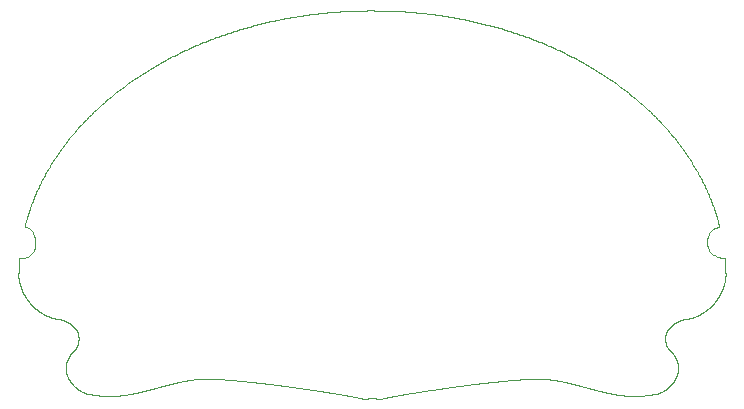
<source format=gbr>
G04 #@! TF.FileFunction,Profile,NP*
%FSLAX46Y46*%
G04 Gerber Fmt 4.6, Leading zero omitted, Abs format (unit mm)*
G04 Created by KiCad (PCBNEW 4.1.0-alpha+201608271546+7097~46~ubuntu14.04.1-product) date Sun Aug 28 20:29:49 2016*
%MOMM*%
%LPD*%
G01*
G04 APERTURE LIST*
%ADD10C,0.100000*%
%ADD11C,0.076916*%
G04 APERTURE END LIST*
D10*
D11*
X149884611Y-64149526D02*
X149692612Y-64150091D01*
X149692612Y-64150091D02*
X149500915Y-64151502D01*
X149500915Y-64151502D02*
X149309504Y-64152913D01*
X149309504Y-64152913D02*
X149118400Y-64155989D01*
X149118400Y-64155989D02*
X148927564Y-64159827D01*
X148927564Y-64159827D02*
X148737053Y-64165218D01*
X148737053Y-64165218D02*
X148546841Y-64171370D01*
X148546841Y-64171370D02*
X148356945Y-64178285D01*
X148356945Y-64178285D02*
X148167339Y-64186751D01*
X148167339Y-64186751D02*
X147978073Y-64195895D01*
X147978073Y-64195895D02*
X147789122Y-64206055D01*
X147789122Y-64206055D02*
X147600493Y-64216526D01*
X147600493Y-64216526D02*
X147412180Y-64227899D01*
X147412180Y-64227899D02*
X147224223Y-64240120D01*
X147224223Y-64240120D02*
X147036571Y-64253186D01*
X147036571Y-64253186D02*
X146849268Y-64267185D01*
X146849268Y-64267185D02*
X146662324Y-64282030D01*
X146662324Y-64282030D02*
X146475702Y-64297721D01*
X146475702Y-64297721D02*
X146289430Y-64314259D01*
X146289430Y-64314259D02*
X146103524Y-64331729D01*
X146103524Y-64331729D02*
X145917958Y-64349960D01*
X145917958Y-64349960D02*
X145732769Y-64369123D01*
X145732769Y-64369123D02*
X145547933Y-64389133D01*
X145547933Y-64389133D02*
X145363459Y-64409989D01*
X145363459Y-64409989D02*
X145179368Y-64431692D01*
X145179368Y-64431692D02*
X144995641Y-64454213D01*
X144995641Y-64454213D02*
X144812290Y-64477610D01*
X144812290Y-64477610D02*
X144629328Y-64501824D01*
X144629328Y-64501824D02*
X144446747Y-64526886D01*
X144446747Y-64526886D02*
X144264556Y-64552822D01*
X144264556Y-64552822D02*
X144082746Y-64579576D01*
X144082746Y-64579576D02*
X143901339Y-64607121D01*
X143901339Y-64607121D02*
X143720333Y-64635502D01*
X143720333Y-64635502D02*
X143539728Y-64664731D01*
X143539728Y-64664731D02*
X143359537Y-64694729D01*
X143359537Y-64694729D02*
X143179748Y-64725570D01*
X143179748Y-64725570D02*
X143000373Y-64757185D01*
X143000373Y-64757185D02*
X142821413Y-64789719D01*
X142821413Y-64789719D02*
X142642885Y-64822945D01*
X142642885Y-64822945D02*
X142464771Y-64857021D01*
X142464771Y-64857021D02*
X142287082Y-64891940D01*
X142287082Y-64891940D02*
X142109838Y-64927551D01*
X142109838Y-64927551D02*
X141933017Y-64964087D01*
X141933017Y-64964087D02*
X141756648Y-65001312D01*
X141756648Y-65001312D02*
X141580710Y-65039387D01*
X141580710Y-65039387D02*
X141405222Y-65078229D01*
X141405222Y-65078229D02*
X141230185Y-65117839D01*
X141230185Y-65117839D02*
X141055594Y-65158222D01*
X141055594Y-65158222D02*
X140881465Y-65199446D01*
X140881465Y-65199446D02*
X140707789Y-65241444D01*
X140707789Y-65241444D02*
X140534589Y-65284209D01*
X140534589Y-65284209D02*
X140361860Y-65327742D01*
X140361860Y-65327742D02*
X140189586Y-65372045D01*
X140189586Y-65372045D02*
X140017803Y-65417043D01*
X140017803Y-65417043D02*
X139846480Y-65462960D01*
X139846480Y-65462960D02*
X139675651Y-65509496D01*
X139675651Y-65509496D02*
X139505313Y-65556875D01*
X139505313Y-65556875D02*
X139335452Y-65604946D01*
X139335452Y-65604946D02*
X139166093Y-65653864D01*
X139166093Y-65653864D02*
X138997231Y-65703476D01*
X138997231Y-65703476D02*
X138828858Y-65753931D01*
X138828858Y-65753931D02*
X138661003Y-65805081D01*
X138661003Y-65805081D02*
X138493634Y-65856846D01*
X138493634Y-65856846D02*
X138326804Y-65909455D01*
X138326804Y-65909455D02*
X138160476Y-65962759D01*
X138160476Y-65962759D02*
X137994654Y-66016830D01*
X137994654Y-66016830D02*
X137829370Y-66071595D01*
X137829370Y-66071595D02*
X137664609Y-66127204D01*
X137664609Y-66127204D02*
X137500378Y-66183428D01*
X137500378Y-66183428D02*
X137336678Y-66240347D01*
X137336678Y-66240347D02*
X137173503Y-66298033D01*
X137173503Y-66298033D02*
X137010881Y-66356411D01*
X137010881Y-66356411D02*
X136848795Y-66415559D01*
X136848795Y-66415559D02*
X136687265Y-66475401D01*
X136687265Y-66475401D02*
X136526274Y-66535932D01*
X136526274Y-66535932D02*
X136365842Y-66597234D01*
X136365842Y-66597234D02*
X136205975Y-66659150D01*
X136205975Y-66659150D02*
X136046657Y-66721761D01*
X136046657Y-66721761D02*
X135887913Y-66785140D01*
X135887913Y-66785140D02*
X135729736Y-66849210D01*
X135729736Y-66849210D02*
X135572135Y-66913896D01*
X135572135Y-66913896D02*
X135415098Y-66979351D01*
X135415098Y-66979351D02*
X135258651Y-67045499D01*
X135258651Y-67045499D02*
X135102788Y-67112337D01*
X135102788Y-67112337D02*
X134947504Y-67179870D01*
X134947504Y-67179870D02*
X134792826Y-67248018D01*
X134792826Y-67248018D02*
X134638727Y-67316858D01*
X134638727Y-67316858D02*
X134485226Y-67386465D01*
X134485226Y-67386465D02*
X134332324Y-67456691D01*
X134332324Y-67456691D02*
X134180026Y-67527605D01*
X134180026Y-67527605D02*
X134028348Y-67599137D01*
X134028348Y-67599137D02*
X133877277Y-67671360D01*
X133877277Y-67671360D02*
X133726822Y-67744199D01*
X133726822Y-67744199D02*
X133576990Y-67817808D01*
X133576990Y-67817808D02*
X133427774Y-67892109D01*
X133427774Y-67892109D02*
X133279189Y-67966948D01*
X133279189Y-67966948D02*
X133131226Y-68042400D01*
X133131226Y-68042400D02*
X132983903Y-68118626D01*
X132983903Y-68118626D02*
X132837218Y-68195464D01*
X132837218Y-68195464D02*
X132691171Y-68272934D01*
X132691171Y-68272934D02*
X132545770Y-68351002D01*
X132545770Y-68351002D02*
X132401021Y-68429663D01*
X132401021Y-68429663D02*
X132256913Y-68509080D01*
X132256913Y-68509080D02*
X132113456Y-68589093D01*
X132113456Y-68589093D02*
X131970686Y-68669693D01*
X131970686Y-68669693D02*
X131828553Y-68750885D01*
X131828553Y-68750885D02*
X131687098Y-68832671D01*
X131687098Y-68832671D02*
X131546305Y-68915133D01*
X131546305Y-68915133D02*
X131406188Y-68998270D01*
X131406188Y-68998270D02*
X131266747Y-69082000D01*
X131266747Y-69082000D02*
X131127984Y-69166322D01*
X131127984Y-69166322D02*
X130989921Y-69251277D01*
X130989921Y-69251277D02*
X130852533Y-69336844D01*
X130852533Y-69336844D02*
X130715833Y-69423012D01*
X130715833Y-69423012D02*
X130579838Y-69509789D01*
X130579838Y-69509789D02*
X130444527Y-69597165D01*
X130444527Y-69597165D02*
X130309932Y-69685157D01*
X130309932Y-69685157D02*
X130176038Y-69773656D01*
X130176038Y-69773656D02*
X130042860Y-69862748D01*
X130042860Y-69862748D02*
X129910387Y-69952461D01*
X129910387Y-69952461D02*
X129778629Y-70042769D01*
X129778629Y-70042769D02*
X129647591Y-70133690D01*
X129647591Y-70133690D02*
X129517286Y-70225211D01*
X129517286Y-70225211D02*
X129387706Y-70317250D01*
X129387706Y-70317250D02*
X129258844Y-70409878D01*
X129258844Y-70409878D02*
X129130723Y-70503124D01*
X129130723Y-70503124D02*
X129003353Y-70596875D01*
X129003353Y-70596875D02*
X128876712Y-70691220D01*
X128876712Y-70691220D02*
X128751639Y-70785473D01*
X128751639Y-70785473D02*
X128627295Y-70880334D01*
X128627295Y-70880334D02*
X128503707Y-70975694D01*
X128503707Y-70975694D02*
X128380867Y-71071669D01*
X128380867Y-71071669D02*
X128258778Y-71168144D01*
X128258778Y-71168144D02*
X128137453Y-71265217D01*
X128137453Y-71265217D02*
X128016880Y-71362815D01*
X128016880Y-71362815D02*
X127897059Y-71460907D01*
X127897059Y-71460907D02*
X127778018Y-71559597D01*
X127778018Y-71559597D02*
X127659744Y-71658804D01*
X127659744Y-71658804D02*
X127542250Y-71758508D01*
X127542250Y-71758508D02*
X127425522Y-71858821D01*
X127425522Y-71858821D02*
X127309580Y-71959642D01*
X127309580Y-71959642D02*
X127194414Y-72060948D01*
X127194414Y-72060948D02*
X127080049Y-72162791D01*
X127080049Y-72162791D02*
X126966465Y-72265150D01*
X126966465Y-72265150D02*
X126853678Y-72368026D01*
X126853678Y-72368026D02*
X126741687Y-72471424D01*
X126741687Y-72471424D02*
X126630514Y-72575321D01*
X126630514Y-72575321D02*
X126520117Y-72679718D01*
X126520117Y-72679718D02*
X126410550Y-72784648D01*
X126410550Y-72784648D02*
X126301784Y-72890052D01*
X126301784Y-72890052D02*
X126193848Y-72995973D01*
X126193848Y-72995973D02*
X126086728Y-73102385D01*
X126086728Y-73102385D02*
X125980423Y-73209299D01*
X125980423Y-73209299D02*
X125874948Y-73316696D01*
X125874948Y-73316696D02*
X125770306Y-73424592D01*
X125770306Y-73424592D02*
X125666494Y-73532960D01*
X125666494Y-73532960D02*
X125563519Y-73641824D01*
X125563519Y-73641824D02*
X125461383Y-73751169D01*
X125461383Y-73751169D02*
X125360107Y-73860987D01*
X125360107Y-73860987D02*
X125259693Y-73971276D01*
X125259693Y-73971276D02*
X125160080Y-74082060D01*
X125160080Y-74082060D02*
X125061389Y-74193295D01*
X125061389Y-74193295D02*
X124963501Y-74305015D01*
X124963501Y-74305015D02*
X124866518Y-74417188D01*
X124866518Y-74417188D02*
X124770342Y-74529831D01*
X124770342Y-74529831D02*
X124675081Y-74642912D01*
X124675081Y-74642912D02*
X124580629Y-74756478D01*
X124580629Y-74756478D02*
X124487084Y-74870482D01*
X124487084Y-74870482D02*
X124394439Y-74984940D01*
X124394439Y-74984940D02*
X124302725Y-75099852D01*
X124302725Y-75099852D02*
X124211805Y-75215210D01*
X124211805Y-75215210D02*
X124121790Y-75331006D01*
X124121790Y-75331006D02*
X124032689Y-75447256D01*
X124032689Y-75447256D02*
X123944498Y-75563938D01*
X123944498Y-75563938D02*
X123857223Y-75681041D01*
X123857223Y-75681041D02*
X123770846Y-75798600D01*
X123770846Y-75798600D02*
X123685378Y-75916572D01*
X123685378Y-75916572D02*
X123600833Y-76034984D01*
X123600833Y-76034984D02*
X123517188Y-76153825D01*
X123517188Y-76153825D02*
X123434471Y-76273084D01*
X123434471Y-76273084D02*
X123352602Y-76392740D01*
X123352602Y-76392740D02*
X123271666Y-76512845D01*
X123271666Y-76512845D02*
X123191656Y-76633349D01*
X123191656Y-76633349D02*
X123112656Y-76754261D01*
X123112656Y-76754261D02*
X123034588Y-76875586D01*
X123034588Y-76875586D02*
X122957448Y-76997328D01*
X122957448Y-76997328D02*
X122881226Y-77119454D01*
X122881226Y-77119454D02*
X122805926Y-77241997D01*
X122805926Y-77241997D02*
X122731549Y-77364931D01*
X122731549Y-77364931D02*
X122658247Y-77488259D01*
X122658247Y-77488259D02*
X122585869Y-77611985D01*
X122585869Y-77611985D02*
X122514492Y-77736095D01*
X122514492Y-77736095D02*
X122443962Y-77860597D01*
X122443962Y-77860597D02*
X122374428Y-77985486D01*
X122374428Y-77985486D02*
X122305896Y-78110751D01*
X122305896Y-78110751D02*
X122238290Y-78236399D01*
X122238290Y-78236399D02*
X122171679Y-78362425D01*
X122171679Y-78362425D02*
X122106147Y-78488821D01*
X122106147Y-78488821D02*
X122041538Y-78615593D01*
X122041538Y-78615593D02*
X121977928Y-78742728D01*
X121977928Y-78742728D02*
X121915320Y-78870239D01*
X121915320Y-78870239D02*
X121853711Y-78998111D01*
X121853711Y-78998111D02*
X121793101Y-79126327D01*
X121793101Y-79126327D02*
X121733569Y-79254916D01*
X121733569Y-79254916D02*
X121674960Y-79383849D01*
X121674960Y-79383849D02*
X121617350Y-79513152D01*
X121617350Y-79513152D02*
X121560739Y-79642802D01*
X121560739Y-79642802D02*
X121505130Y-79772797D01*
X121505130Y-79772797D02*
X121450520Y-79903121D01*
X121450520Y-79903121D02*
X121396985Y-80033802D01*
X121396985Y-80033802D02*
X121344452Y-80164812D01*
X121344452Y-80164812D02*
X121292919Y-80296175D01*
X121292919Y-80296175D02*
X121242463Y-80427863D01*
X121242463Y-80427863D02*
X121193006Y-80559875D01*
X121193006Y-80559875D02*
X121144625Y-80692223D01*
X121144625Y-80692223D02*
X121097322Y-80824910D01*
X121097322Y-80824910D02*
X121051020Y-80957896D01*
X121051020Y-80957896D02*
X121005870Y-81091215D01*
X121005870Y-81091215D02*
X120961643Y-81224838D01*
X120961643Y-81224838D02*
X120918494Y-81358787D01*
X120918494Y-81358787D02*
X120876497Y-81493051D01*
X120876497Y-81493051D02*
X120835580Y-81627623D01*
X120835580Y-81627623D02*
X120795736Y-81762511D01*
X120795736Y-81762511D02*
X120756970Y-81897682D01*
X120756970Y-81897682D02*
X120719206Y-82033168D01*
X120719206Y-82033168D02*
X120682517Y-82168956D01*
X120682517Y-82168956D02*
X120646982Y-82305027D01*
X120646982Y-82305027D02*
X120612523Y-82441405D01*
X120612523Y-82441405D02*
X120721780Y-82456815D01*
X120721780Y-82456815D02*
X120824938Y-82487309D01*
X120824938Y-82487309D02*
X120921808Y-82531801D01*
X120921808Y-82531801D02*
X121012206Y-82589216D01*
X121012206Y-82589216D02*
X121095953Y-82658485D01*
X121095953Y-82658485D02*
X121172861Y-82738529D01*
X121172861Y-82738529D02*
X121242745Y-82828275D01*
X121242745Y-82828275D02*
X121305424Y-82926652D01*
X121305424Y-82926652D02*
X121360711Y-83032585D01*
X121360711Y-83032585D02*
X121408424Y-83144996D01*
X121408424Y-83144996D02*
X121448378Y-83262819D01*
X121448378Y-83262819D02*
X121480387Y-83384976D01*
X121480387Y-83384976D02*
X121504263Y-83510392D01*
X121504263Y-83510392D02*
X121519842Y-83637996D01*
X121519842Y-83637996D02*
X121526926Y-83766712D01*
X121526926Y-83766712D02*
X121525233Y-83895468D01*
X121525233Y-83895468D02*
X121514762Y-84023187D01*
X121514762Y-84023187D02*
X121495232Y-84148802D01*
X121495232Y-84148802D02*
X121466485Y-84271230D01*
X121466485Y-84271230D02*
X121428320Y-84389404D01*
X121428320Y-84389404D02*
X121380557Y-84502248D01*
X121380557Y-84502248D02*
X121323006Y-84608691D01*
X121323006Y-84608691D02*
X121255490Y-84707655D01*
X121255490Y-84707655D02*
X121177820Y-84798068D01*
X121177820Y-84798068D02*
X121089812Y-84878854D01*
X121089812Y-84878854D02*
X120991282Y-84948944D01*
X120991282Y-84948944D02*
X120882048Y-85007259D01*
X120882048Y-85007259D02*
X120761926Y-85052731D01*
X120761926Y-85052731D02*
X120630729Y-85084281D01*
X120630729Y-85084281D02*
X120488275Y-85100847D01*
X120488275Y-85100847D02*
X120334379Y-85101412D01*
X120334379Y-85101412D02*
X120168856Y-85084760D01*
X120168856Y-85084760D02*
X120156946Y-85226430D01*
X120156946Y-85226430D02*
X120146109Y-85368354D01*
X120146109Y-85368354D02*
X120135949Y-85510510D01*
X120135949Y-85510510D02*
X120127482Y-85652896D01*
X120127482Y-85652896D02*
X120120567Y-85795506D01*
X120120567Y-85795506D02*
X120114415Y-85938353D01*
X120114415Y-85938353D02*
X120109025Y-86081408D01*
X120109025Y-86081408D02*
X120105186Y-86224695D01*
X120105186Y-86224695D02*
X120102110Y-86368188D01*
X120102110Y-86368188D02*
X120101865Y-86368104D01*
X120101865Y-86368104D02*
X120101594Y-86368005D01*
X120101594Y-86368005D02*
X120101348Y-86367903D01*
X120101348Y-86367903D02*
X120101094Y-86367805D01*
X120101094Y-86367805D02*
X120100840Y-86367703D01*
X120100840Y-86367703D02*
X120100580Y-86367613D01*
X120100580Y-86367613D02*
X120100326Y-86367511D01*
X120100326Y-86367511D02*
X120100072Y-86367426D01*
X120100072Y-86367426D02*
X120099818Y-86367328D01*
X120099818Y-86367328D02*
X120099564Y-86367235D01*
X120099564Y-86367235D02*
X120099302Y-86367127D01*
X120099302Y-86367127D02*
X120099048Y-86367026D01*
X120099048Y-86367026D02*
X120098794Y-86366935D01*
X120098794Y-86366935D02*
X120098534Y-86366834D01*
X120098534Y-86366834D02*
X120098280Y-86366749D01*
X120098280Y-86366749D02*
X120098026Y-86366650D01*
X120098026Y-86366650D02*
X120097772Y-86366552D01*
X120097772Y-86366552D02*
X120097510Y-86366458D01*
X120097510Y-86366458D02*
X120097273Y-86366351D01*
X120097273Y-86366351D02*
X120097019Y-86366258D01*
X120097019Y-86366258D02*
X120096765Y-86366159D01*
X120096765Y-86366159D02*
X120096511Y-86366058D01*
X120096511Y-86366058D02*
X120096248Y-86365965D01*
X120096248Y-86365965D02*
X120095994Y-86365866D01*
X120095994Y-86365866D02*
X120095740Y-86365781D01*
X120095740Y-86365781D02*
X120095481Y-86365674D01*
X120095481Y-86365674D02*
X120095227Y-86365572D01*
X120095227Y-86365572D02*
X120094973Y-86365482D01*
X120094973Y-86365482D02*
X120094719Y-86365380D01*
X120094719Y-86365380D02*
X120094456Y-86365290D01*
X120094456Y-86365290D02*
X120094202Y-86365188D01*
X120094202Y-86365188D02*
X120093948Y-86365090D01*
X120093948Y-86365090D02*
X120093694Y-86365005D01*
X120093694Y-86365005D02*
X120093435Y-86364912D01*
X120093435Y-86364912D02*
X120093181Y-86364805D01*
X120093181Y-86364805D02*
X120092935Y-86364703D01*
X120092935Y-86364703D02*
X120092681Y-86364613D01*
X120092681Y-86364613D02*
X120092427Y-86364511D01*
X120092427Y-86364511D02*
X120092165Y-86364426D01*
X120092165Y-86364426D02*
X120091911Y-86364328D01*
X120091911Y-86364328D02*
X120091657Y-86364226D01*
X120091657Y-86364226D02*
X120091394Y-86364127D01*
X120091394Y-86364127D02*
X120091143Y-86364029D01*
X120091143Y-86364029D02*
X120090889Y-86363935D01*
X120090889Y-86363935D02*
X120090635Y-86363834D01*
X120090635Y-86363834D02*
X120090373Y-86363735D01*
X120090373Y-86363735D02*
X120090119Y-86363642D01*
X120090119Y-86363642D02*
X120089865Y-86363543D01*
X120089865Y-86363543D02*
X120089611Y-86363458D01*
X120089611Y-86363458D02*
X120089365Y-86363351D01*
X120089365Y-86363351D02*
X120089097Y-86363250D01*
X120089097Y-86363250D02*
X120088849Y-86363159D01*
X120088849Y-86363159D02*
X120088603Y-86363058D01*
X120088603Y-86363058D02*
X120088335Y-86362965D01*
X120088335Y-86362965D02*
X120088089Y-86362866D01*
X120088089Y-86362866D02*
X120087835Y-86362781D01*
X120087835Y-86362781D02*
X120087581Y-86362682D01*
X120087581Y-86362682D02*
X120087319Y-86362575D01*
X120087319Y-86362575D02*
X120087065Y-86362482D01*
X120087065Y-86362482D02*
X120086811Y-86362380D01*
X120086811Y-86362380D02*
X120086557Y-86362290D01*
X120086557Y-86362290D02*
X120086303Y-86362188D01*
X120086303Y-86362188D02*
X120086043Y-86362090D01*
X120086043Y-86362090D02*
X120085789Y-86362005D01*
X120085789Y-86362005D02*
X120085535Y-86361898D01*
X120085535Y-86361898D02*
X120085273Y-86361805D01*
X120085273Y-86361805D02*
X120085019Y-86361706D01*
X120085019Y-86361706D02*
X120084765Y-86361604D01*
X120084765Y-86361604D02*
X120084519Y-86361511D01*
X120084519Y-86361511D02*
X120084251Y-86361412D01*
X120084251Y-86361412D02*
X120084003Y-86361319D01*
X120084003Y-86361319D02*
X120083749Y-86361220D01*
X120083749Y-86361220D02*
X120083498Y-86361119D01*
X120083498Y-86361119D02*
X120083235Y-86361029D01*
X120083235Y-86361029D02*
X120082981Y-86360927D01*
X120082981Y-86360927D02*
X120082727Y-86360837D01*
X120082727Y-86360837D02*
X120082473Y-86360735D01*
X120082473Y-86360735D02*
X120082211Y-86360636D01*
X120082211Y-86360636D02*
X120081957Y-86360543D01*
X120081957Y-86360543D02*
X120081705Y-86360436D01*
X120081705Y-86360436D02*
X120081443Y-86360351D01*
X120081443Y-86360351D02*
X120081189Y-86360250D01*
X120081189Y-86360250D02*
X120080935Y-86360151D01*
X120080935Y-86360151D02*
X120080681Y-86360058D01*
X120080681Y-86360058D02*
X120080435Y-86359959D01*
X120080435Y-86359959D02*
X120080165Y-86359866D01*
X120080165Y-86359866D02*
X120079919Y-86359767D01*
X120079919Y-86359767D02*
X120079665Y-86359682D01*
X120079665Y-86359682D02*
X120079411Y-86359575D01*
X120079411Y-86359575D02*
X120079151Y-86359473D01*
X120079151Y-86359473D02*
X120078897Y-86359380D01*
X120078897Y-86359380D02*
X120078652Y-86359282D01*
X120078652Y-86359282D02*
X120078381Y-86359188D01*
X120078381Y-86359188D02*
X120078135Y-86359090D01*
X120078135Y-86359090D02*
X120077881Y-86358988D01*
X120077881Y-86358988D02*
X120077627Y-86358889D01*
X120077627Y-86358889D02*
X120077373Y-86358805D01*
X120077373Y-86358805D02*
X120077111Y-86358706D01*
X120077111Y-86358706D02*
X120076860Y-86358604D01*
X120076860Y-86358604D02*
X120076606Y-86358514D01*
X120076606Y-86358514D02*
X120076352Y-86358412D01*
X120076352Y-86358412D02*
X120076089Y-86358319D01*
X120076089Y-86358319D02*
X120075835Y-86358220D01*
X120075835Y-86358220D02*
X120075590Y-86358113D01*
X120075590Y-86358113D02*
X120075336Y-86358028D01*
X120075336Y-86358028D02*
X120075073Y-86357927D01*
X120075073Y-86357927D02*
X120074819Y-86357837D01*
X120074819Y-86357837D02*
X120074565Y-86357735D01*
X120074565Y-86357735D02*
X120074311Y-86357636D01*
X120074311Y-86357636D02*
X120074052Y-86357543D01*
X120074052Y-86357543D02*
X120073798Y-86357444D01*
X120073798Y-86357444D02*
X120073544Y-86357360D01*
X120073544Y-86357360D02*
X120073290Y-86357252D01*
X120073290Y-86357252D02*
X120073027Y-86357151D01*
X120073027Y-86357151D02*
X120072773Y-86357058D01*
X120072773Y-86357058D02*
X120072519Y-86356959D01*
X120072519Y-86356959D02*
X120072268Y-86356866D01*
X120072268Y-86356866D02*
X120072005Y-86356767D01*
X120072005Y-86356767D02*
X120071751Y-86356660D01*
X120071751Y-86356660D02*
X120071506Y-86356567D01*
X120071506Y-86356567D02*
X120071235Y-86356473D01*
X120071235Y-86356473D02*
X120070989Y-86356383D01*
X120070989Y-86356383D02*
X120070735Y-86356282D01*
X120070735Y-86356282D02*
X120070481Y-86356183D01*
X120070481Y-86356183D02*
X120070227Y-86356090D01*
X120070227Y-86356090D02*
X120069968Y-86355991D01*
X120069968Y-86355991D02*
X120069714Y-86355889D01*
X120069714Y-86355889D02*
X120069465Y-86355790D01*
X120069465Y-86355790D02*
X120069513Y-86356637D01*
X120069513Y-86356637D02*
X120069576Y-86357484D01*
X120069576Y-86357484D02*
X120069621Y-86358330D01*
X120069621Y-86358330D02*
X120069683Y-86359177D01*
X120069683Y-86359177D02*
X120069751Y-86360024D01*
X120069751Y-86360024D02*
X120069790Y-86360870D01*
X120069790Y-86360870D02*
X120069858Y-86361717D01*
X120069858Y-86361717D02*
X120069914Y-86362564D01*
X120069914Y-86362564D02*
X120069968Y-86363410D01*
X120069968Y-86363410D02*
X120070021Y-86364257D01*
X120070021Y-86364257D02*
X120070084Y-86365104D01*
X120070084Y-86365104D02*
X120070137Y-86365950D01*
X120070137Y-86365950D02*
X120070191Y-86366797D01*
X120070191Y-86366797D02*
X120070250Y-86367644D01*
X120070250Y-86367644D02*
X120070298Y-86368490D01*
X120070298Y-86368490D02*
X120070360Y-86369337D01*
X120070360Y-86369337D02*
X120070414Y-86370184D01*
X120070414Y-86370184D02*
X120070473Y-86371030D01*
X120070473Y-86371030D02*
X120070529Y-86371877D01*
X120070529Y-86371877D02*
X120070589Y-86372724D01*
X120070589Y-86372724D02*
X120070642Y-86373570D01*
X120070642Y-86373570D02*
X120070699Y-86374417D01*
X120070699Y-86374417D02*
X120070758Y-86375264D01*
X120070758Y-86375264D02*
X120070806Y-86376110D01*
X120070806Y-86376110D02*
X120070865Y-86376957D01*
X120070865Y-86376957D02*
X120070913Y-86377804D01*
X120070913Y-86377804D02*
X120070975Y-86378650D01*
X120070975Y-86378650D02*
X120071029Y-86379497D01*
X120071029Y-86379497D02*
X120071097Y-86380344D01*
X120071097Y-86380344D02*
X120071150Y-86381190D01*
X120071150Y-86381190D02*
X120071204Y-86382037D01*
X120071204Y-86382037D02*
X120071252Y-86382884D01*
X120071252Y-86382884D02*
X120071314Y-86383730D01*
X120071314Y-86383730D02*
X120071373Y-86384577D01*
X120071373Y-86384577D02*
X120071421Y-86385424D01*
X120071421Y-86385424D02*
X120071483Y-86386270D01*
X120071483Y-86386270D02*
X120071537Y-86387117D01*
X120071537Y-86387117D02*
X120071591Y-86387964D01*
X120071591Y-86387964D02*
X120071644Y-86388810D01*
X120071644Y-86388810D02*
X120071706Y-86389657D01*
X120071706Y-86389657D02*
X120071766Y-86390504D01*
X120071766Y-86390504D02*
X120071819Y-86391350D01*
X120071819Y-86391350D02*
X120071881Y-86392197D01*
X120071881Y-86392197D02*
X120071929Y-86393044D01*
X120071929Y-86393044D02*
X120071989Y-86393890D01*
X120071989Y-86393890D02*
X120072051Y-86394737D01*
X120072051Y-86394737D02*
X120072099Y-86395584D01*
X120072099Y-86395584D02*
X120072152Y-86396430D01*
X120072152Y-86396430D02*
X120072212Y-86397277D01*
X120072212Y-86397277D02*
X120072268Y-86398124D01*
X120072268Y-86398124D02*
X120072322Y-86398970D01*
X120072322Y-86398970D02*
X120072389Y-86399817D01*
X120072389Y-86399817D02*
X120072434Y-86400664D01*
X120072434Y-86400664D02*
X120072497Y-86401510D01*
X120072497Y-86401510D02*
X120072545Y-86402357D01*
X120072545Y-86402357D02*
X120072604Y-86403204D01*
X120072604Y-86403204D02*
X120072657Y-86404050D01*
X120072657Y-86404050D02*
X120072714Y-86404897D01*
X120072714Y-86404897D02*
X120072773Y-86405744D01*
X120072773Y-86405744D02*
X120072827Y-86406590D01*
X120072827Y-86406590D02*
X120072883Y-86407437D01*
X120072883Y-86407437D02*
X120072937Y-86408284D01*
X120072937Y-86408284D02*
X120073005Y-86409130D01*
X120073005Y-86409130D02*
X120073044Y-86409977D01*
X120073044Y-86409977D02*
X120073112Y-86410824D01*
X120073112Y-86410824D02*
X120073174Y-86411670D01*
X120073174Y-86411670D02*
X120073219Y-86412517D01*
X120073219Y-86412517D02*
X120073281Y-86413364D01*
X120073281Y-86413364D02*
X120073335Y-86414210D01*
X120073335Y-86414210D02*
X120073388Y-86415057D01*
X120073388Y-86415057D02*
X120073442Y-86415904D01*
X120073442Y-86415904D02*
X120073504Y-86416750D01*
X120073504Y-86416750D02*
X120073552Y-86417597D01*
X120073552Y-86417597D02*
X120073611Y-86418444D01*
X120073611Y-86418444D02*
X120073682Y-86419290D01*
X120073682Y-86419290D02*
X120073727Y-86420137D01*
X120073727Y-86420137D02*
X120073789Y-86420984D01*
X120073789Y-86420984D02*
X120073843Y-86421830D01*
X120073843Y-86421830D02*
X120073896Y-86422677D01*
X120073896Y-86422677D02*
X120073950Y-86423524D01*
X120073950Y-86423524D02*
X120074004Y-86424370D01*
X120074004Y-86424370D02*
X120074060Y-86425217D01*
X120074060Y-86425217D02*
X120074119Y-86426064D01*
X120074119Y-86426064D02*
X120074173Y-86426910D01*
X120074173Y-86426910D02*
X120074227Y-86427757D01*
X120074227Y-86427757D02*
X120074297Y-86428604D01*
X120074297Y-86428604D02*
X120074342Y-86429450D01*
X120074342Y-86429450D02*
X120074404Y-86430297D01*
X120074404Y-86430297D02*
X120074458Y-86431144D01*
X120074458Y-86431144D02*
X120074512Y-86431990D01*
X120074512Y-86431990D02*
X120074574Y-86432837D01*
X120074574Y-86432837D02*
X120074627Y-86433684D01*
X120074627Y-86433684D02*
X120074681Y-86434530D01*
X120074681Y-86434530D02*
X120074735Y-86435377D01*
X120074735Y-86435377D02*
X120074797Y-86436224D01*
X120074797Y-86436224D02*
X120074842Y-86437070D01*
X120074842Y-86437070D02*
X120074904Y-86437917D01*
X120074904Y-86437917D02*
X120074958Y-86438764D01*
X120074958Y-86438764D02*
X120075020Y-86439610D01*
X120075020Y-86439610D02*
X120075082Y-86440457D01*
X120075082Y-86440457D02*
X120075135Y-86441304D01*
X120075135Y-86441304D02*
X120075189Y-86442150D01*
X120075189Y-86442150D02*
X120075243Y-86442997D01*
X120075243Y-86442997D02*
X120075305Y-86443844D01*
X120075305Y-86443844D02*
X120075350Y-86444690D01*
X120075350Y-86444690D02*
X120075412Y-86445537D01*
X120075412Y-86445537D02*
X120075460Y-86446384D01*
X120075460Y-86446384D02*
X120075519Y-86447230D01*
X120075519Y-86447230D02*
X120075590Y-86448077D01*
X120075590Y-86448077D02*
X120075635Y-86448924D01*
X120075635Y-86448924D02*
X120075688Y-86449770D01*
X120075688Y-86449770D02*
X120075751Y-86450617D01*
X120075751Y-86450617D02*
X120075804Y-86451464D01*
X120075804Y-86451464D02*
X120075858Y-86452310D01*
X120075858Y-86452310D02*
X120075920Y-86453157D01*
X120075920Y-86453157D02*
X120075965Y-86454004D01*
X120075965Y-86454004D02*
X120076027Y-86454850D01*
X120076027Y-86454850D02*
X120076089Y-86455697D01*
X120076089Y-86455697D02*
X120076134Y-86456544D01*
X120076134Y-86456544D02*
X120076205Y-86457390D01*
X120076205Y-86457390D02*
X120076259Y-86458237D01*
X120076259Y-86458237D02*
X120076312Y-86459084D01*
X120076312Y-86459084D02*
X120076366Y-86459930D01*
X120076366Y-86459930D02*
X120076428Y-86460777D01*
X120076428Y-86460777D02*
X120076482Y-86461624D01*
X120076482Y-86461624D02*
X120076535Y-86462470D01*
X120076535Y-86462470D02*
X120076589Y-86463317D01*
X120076589Y-86463317D02*
X120076642Y-86464164D01*
X120076642Y-86464164D02*
X120077489Y-86482706D01*
X120077489Y-86482706D02*
X120078336Y-86501248D01*
X120078336Y-86501248D02*
X120079182Y-86519705D01*
X120079182Y-86519705D02*
X120080029Y-86538247D01*
X120080029Y-86538247D02*
X120080876Y-86556789D01*
X120080876Y-86556789D02*
X120081722Y-86575246D01*
X120081722Y-86575246D02*
X120083134Y-86593788D01*
X120083134Y-86593788D02*
X120084545Y-86612330D01*
X120084545Y-86612330D02*
X120085956Y-86630788D01*
X120085956Y-86630788D02*
X120087367Y-86649330D01*
X120087367Y-86649330D02*
X120088778Y-86667702D01*
X120088778Y-86667702D02*
X120090189Y-86686160D01*
X120090189Y-86686160D02*
X120091600Y-86704532D01*
X120091600Y-86704532D02*
X120093011Y-86722905D01*
X120093011Y-86722905D02*
X120094422Y-86741278D01*
X120094422Y-86741278D02*
X120095834Y-86759735D01*
X120095834Y-86759735D02*
X120097245Y-86778108D01*
X120097245Y-86778108D02*
X120098656Y-86796480D01*
X120098656Y-86796480D02*
X120101732Y-86814938D01*
X120101732Y-86814938D02*
X120104808Y-86833310D01*
X120104808Y-86833310D02*
X120107884Y-86851542D01*
X120107884Y-86851542D02*
X120110961Y-86869774D01*
X120110961Y-86869774D02*
X120114037Y-86888005D01*
X120114037Y-86888005D02*
X120117113Y-86906237D01*
X120117113Y-86906237D02*
X120120189Y-86924468D01*
X120120189Y-86924468D02*
X120123266Y-86942700D01*
X120123266Y-86942700D02*
X120126342Y-86960931D01*
X120126342Y-86960931D02*
X120129418Y-86979078D01*
X120129418Y-86979078D02*
X120132494Y-86997225D01*
X120132494Y-86997225D02*
X120135570Y-87015372D01*
X120135570Y-87015372D02*
X120139409Y-87033519D01*
X120139409Y-87033519D02*
X120143247Y-87051666D01*
X120143247Y-87051666D02*
X120147085Y-87069813D01*
X120147085Y-87069813D02*
X120150923Y-87087903D01*
X120150923Y-87087903D02*
X120154762Y-87105965D01*
X120154762Y-87105965D02*
X120159390Y-87124056D01*
X120159390Y-87124056D02*
X120163228Y-87142118D01*
X120163228Y-87142118D02*
X120167066Y-87160208D01*
X120167066Y-87160208D02*
X120170905Y-87178271D01*
X120170905Y-87178271D02*
X120174743Y-87196276D01*
X120174743Y-87196276D02*
X120178581Y-87214282D01*
X120178581Y-87214282D02*
X120182419Y-87232288D01*
X120182419Y-87232288D02*
X120186258Y-87250294D01*
X120186258Y-87250294D02*
X120191648Y-87268299D01*
X120191648Y-87268299D02*
X120197038Y-87286221D01*
X120197038Y-87286221D02*
X120202429Y-87304142D01*
X120202429Y-87304142D02*
X120207819Y-87322063D01*
X120207819Y-87322063D02*
X120213210Y-87339984D01*
X120213210Y-87339984D02*
X120218600Y-87357905D01*
X120218600Y-87357905D02*
X120223991Y-87375685D01*
X120223991Y-87375685D02*
X120229381Y-87393521D01*
X120229381Y-87393521D02*
X120234772Y-87411301D01*
X120234772Y-87411301D02*
X120240162Y-87429138D01*
X120240162Y-87429138D02*
X120245552Y-87446833D01*
X120245552Y-87446833D02*
X120250943Y-87464529D01*
X120250943Y-87464529D02*
X120256333Y-87482224D01*
X120256333Y-87482224D02*
X120262486Y-87499919D01*
X120262486Y-87499919D02*
X120268638Y-87517530D01*
X120268638Y-87517530D02*
X120274791Y-87535056D01*
X120274791Y-87535056D02*
X120280943Y-87552667D01*
X120280943Y-87552667D02*
X120287096Y-87570277D01*
X120287096Y-87570277D02*
X120293248Y-87587747D01*
X120293248Y-87587747D02*
X120299400Y-87605216D01*
X120299400Y-87605216D02*
X120305553Y-87622686D01*
X120305553Y-87622686D02*
X120311705Y-87640071D01*
X120311705Y-87640071D02*
X120317858Y-87657456D01*
X120317858Y-87657456D02*
X120324010Y-87674841D01*
X120324010Y-87674841D02*
X120330163Y-87692225D01*
X120330163Y-87692225D02*
X120337077Y-87709441D01*
X120337077Y-87709441D02*
X120343992Y-87726657D01*
X120343992Y-87726657D02*
X120350906Y-87743957D01*
X120350906Y-87743957D02*
X120357820Y-87761172D01*
X120357820Y-87761172D02*
X120364735Y-87778331D01*
X120364735Y-87778331D02*
X120371649Y-87795491D01*
X120371649Y-87795491D02*
X120378564Y-87812650D01*
X120378564Y-87812650D02*
X120385478Y-87829724D01*
X120385478Y-87829724D02*
X120392393Y-87846799D01*
X120392393Y-87846799D02*
X120399307Y-87863873D01*
X120399307Y-87863873D02*
X120406222Y-87880863D01*
X120406222Y-87880863D02*
X120413136Y-87897853D01*
X120413136Y-87897853D02*
X120420050Y-87914842D01*
X120420050Y-87914842D02*
X120426965Y-87931747D01*
X120426965Y-87931747D02*
X120435432Y-87948681D01*
X120435432Y-87948681D02*
X120443898Y-87965614D01*
X120443898Y-87965614D02*
X120452365Y-87982463D01*
X120452365Y-87982463D02*
X120460832Y-87999142D01*
X120460832Y-87999142D02*
X120469298Y-88015821D01*
X120469298Y-88015821D02*
X120477765Y-88032444D01*
X120477765Y-88032444D02*
X120486231Y-88049067D01*
X120486231Y-88049067D02*
X120494698Y-88065690D01*
X120494698Y-88065690D02*
X120503165Y-88082228D01*
X120503165Y-88082228D02*
X120511631Y-88098767D01*
X120511631Y-88098767D02*
X120520098Y-88115220D01*
X120520098Y-88115220D02*
X120528565Y-88131674D01*
X120528565Y-88131674D02*
X120537031Y-88148127D01*
X120537031Y-88148127D02*
X120546175Y-88164496D01*
X120546175Y-88164496D02*
X120555319Y-88180893D01*
X120555319Y-88180893D02*
X120564463Y-88197290D01*
X120564463Y-88197290D02*
X120573607Y-88213518D01*
X120573607Y-88213518D02*
X120582751Y-88229746D01*
X120582751Y-88229746D02*
X120591895Y-88245889D01*
X120591895Y-88245889D02*
X120601039Y-88262032D01*
X120601039Y-88262032D02*
X120610183Y-88278175D01*
X120610183Y-88278175D02*
X120619327Y-88294262D01*
X120619327Y-88294262D02*
X120628471Y-88310349D01*
X120628471Y-88310349D02*
X120637615Y-88326351D01*
X120637615Y-88326351D02*
X120646759Y-88342353D01*
X120646759Y-88342353D02*
X120655903Y-88358355D01*
X120655903Y-88358355D02*
X120665047Y-88374272D01*
X120665047Y-88374272D02*
X120675123Y-88390105D01*
X120675123Y-88390105D02*
X120685283Y-88405796D01*
X120685283Y-88405796D02*
X120695443Y-88421572D01*
X120695443Y-88421572D02*
X120705518Y-88437179D01*
X120705518Y-88437179D02*
X120715678Y-88452786D01*
X120715678Y-88452786D02*
X120725838Y-88468393D01*
X120725838Y-88468393D02*
X120735913Y-88483943D01*
X120735913Y-88483943D02*
X120746073Y-88499466D01*
X120746073Y-88499466D02*
X120756318Y-88514931D01*
X120756318Y-88514931D02*
X120766619Y-88530397D01*
X120766619Y-88530397D02*
X120776920Y-88545778D01*
X120776920Y-88545778D02*
X120787306Y-88561159D01*
X120787306Y-88561159D02*
X120797777Y-88576456D01*
X120797777Y-88576456D02*
X120808473Y-88591696D01*
X120808473Y-88591696D02*
X120819084Y-88606851D01*
X120819084Y-88606851D02*
X120829781Y-88622006D01*
X120829781Y-88622006D02*
X120840561Y-88636992D01*
X120840561Y-88636992D02*
X120851399Y-88652063D01*
X120851399Y-88652063D02*
X120862321Y-88666993D01*
X120862321Y-88666993D02*
X120873327Y-88681922D01*
X120873327Y-88681922D02*
X120884334Y-88696767D01*
X120884334Y-88696767D02*
X120895397Y-88711612D01*
X120895397Y-88711612D02*
X120906630Y-88726372D01*
X120906630Y-88726372D02*
X120917862Y-88741076D01*
X120917862Y-88741076D02*
X120929179Y-88755695D01*
X120929179Y-88755695D02*
X120940553Y-88770314D01*
X120940553Y-88770314D02*
X120951926Y-88784849D01*
X120951926Y-88784849D02*
X120963385Y-88799383D01*
X120963385Y-88799383D02*
X120975069Y-88813833D01*
X120975069Y-88813833D02*
X120986753Y-88828283D01*
X120986753Y-88828283D02*
X120998521Y-88842676D01*
X120998521Y-88842676D02*
X121010375Y-88857069D01*
X121010375Y-88857069D02*
X121022228Y-88871378D01*
X121022228Y-88871378D02*
X121034138Y-88885687D01*
X121034138Y-88885687D02*
X121046132Y-88899770D01*
X121046132Y-88899770D02*
X121058127Y-88913768D01*
X121058127Y-88913768D02*
X121070290Y-88927766D01*
X121070290Y-88927766D02*
X121082369Y-88941680D01*
X121082369Y-88941680D02*
X121094590Y-88955593D01*
X121094590Y-88955593D02*
X121106895Y-88969450D01*
X121106895Y-88969450D02*
X121119199Y-88983307D01*
X121119199Y-88983307D02*
X121131589Y-88997080D01*
X121131589Y-88997080D02*
X121143979Y-89010852D01*
X121143979Y-89010852D02*
X121156509Y-89024455D01*
X121156509Y-89024455D02*
X121169125Y-89038058D01*
X121169125Y-89038058D02*
X121181740Y-89051605D01*
X121181740Y-89051605D02*
X121194496Y-89065067D01*
X121194496Y-89065067D02*
X121207337Y-89078529D01*
X121207337Y-89078529D02*
X121220179Y-89091822D01*
X121220179Y-89091822D02*
X121233104Y-89105199D01*
X121233104Y-89105199D02*
X121246030Y-89118492D01*
X121246030Y-89118492D02*
X121259041Y-89131559D01*
X121259041Y-89131559D02*
X121272051Y-89144626D01*
X121272051Y-89144626D02*
X121285118Y-89157608D01*
X121285118Y-89157608D02*
X121298354Y-89170618D01*
X121298354Y-89170618D02*
X121311675Y-89183544D01*
X121311675Y-89183544D02*
X121325052Y-89196470D01*
X121325052Y-89196470D02*
X121338430Y-89209311D01*
X121338430Y-89209311D02*
X121351892Y-89222067D01*
X121351892Y-89222067D02*
X121365438Y-89234824D01*
X121365438Y-89234824D02*
X121378985Y-89247439D01*
X121378985Y-89247439D02*
X121392588Y-89260054D01*
X121392588Y-89260054D02*
X121406191Y-89272529D01*
X121406191Y-89272529D02*
X121419964Y-89285003D01*
X121419964Y-89285003D02*
X121433736Y-89297477D01*
X121433736Y-89297477D02*
X121447593Y-89309782D01*
X121447593Y-89309782D02*
X121461450Y-89322002D01*
X121461450Y-89322002D02*
X121475364Y-89334222D01*
X121475364Y-89334222D02*
X121489277Y-89346386D01*
X121489277Y-89346386D02*
X121503276Y-89358465D01*
X121503276Y-89358465D02*
X121517359Y-89370460D01*
X121517359Y-89370460D02*
X121531441Y-89382370D01*
X121531441Y-89382370D02*
X121545665Y-89394279D01*
X121545665Y-89394279D02*
X121559974Y-89406133D01*
X121559974Y-89406133D02*
X121574367Y-89417901D01*
X121574367Y-89417901D02*
X121588761Y-89429670D01*
X121588761Y-89429670D02*
X121603211Y-89441354D01*
X121603211Y-89441354D02*
X121617660Y-89452982D01*
X121617660Y-89452982D02*
X121632195Y-89464440D01*
X121632195Y-89464440D02*
X121646729Y-89475813D01*
X121646729Y-89475813D02*
X121661348Y-89487187D01*
X121661348Y-89487187D02*
X121675967Y-89498504D01*
X121675967Y-89498504D02*
X121690671Y-89509736D01*
X121690671Y-89509736D02*
X121705431Y-89520969D01*
X121705431Y-89520969D02*
X121720276Y-89532060D01*
X121720276Y-89532060D02*
X121735121Y-89543067D01*
X121735121Y-89543067D02*
X121750051Y-89554074D01*
X121750051Y-89554074D02*
X121764980Y-89564996D01*
X121764980Y-89564996D02*
X121779966Y-89575833D01*
X121779966Y-89575833D02*
X121795037Y-89586670D01*
X121795037Y-89586670D02*
X121810192Y-89597366D01*
X121810192Y-89597366D02*
X121825348Y-89607978D01*
X121825348Y-89607978D02*
X121840644Y-89618590D01*
X121840644Y-89618590D02*
X121855941Y-89629060D01*
X121855941Y-89629060D02*
X121871181Y-89639446D01*
X121871181Y-89639446D02*
X121886562Y-89649832D01*
X121886562Y-89649832D02*
X121901943Y-89660133D01*
X121901943Y-89660133D02*
X121917409Y-89670349D01*
X121917409Y-89670349D02*
X121932874Y-89680566D01*
X121932874Y-89680566D02*
X121948425Y-89690726D01*
X121948425Y-89690726D02*
X121963947Y-89700886D01*
X121963947Y-89700886D02*
X121979554Y-89711046D01*
X121979554Y-89711046D02*
X121995161Y-89721121D01*
X121995161Y-89721121D02*
X122010852Y-89731281D01*
X122010852Y-89731281D02*
X122026629Y-89741441D01*
X122026629Y-89741441D02*
X122042461Y-89751601D01*
X122042461Y-89751601D02*
X122058322Y-89761761D01*
X122058322Y-89761761D02*
X122074239Y-89770905D01*
X122074239Y-89770905D02*
X122090241Y-89780049D01*
X122090241Y-89780049D02*
X122106243Y-89789193D01*
X122106243Y-89789193D02*
X122122330Y-89798337D01*
X122122330Y-89798337D02*
X122138417Y-89807481D01*
X122138417Y-89807481D02*
X122154503Y-89816625D01*
X122154503Y-89816625D02*
X122170647Y-89825769D01*
X122170647Y-89825769D02*
X122186790Y-89834913D01*
X122186790Y-89834913D02*
X122202933Y-89844057D01*
X122202933Y-89844057D02*
X122219161Y-89853201D01*
X122219161Y-89853201D02*
X122235388Y-89862345D01*
X122235388Y-89862345D02*
X122251757Y-89871489D01*
X122251757Y-89871489D02*
X122268154Y-89880633D01*
X122268154Y-89880633D02*
X122284523Y-89889777D01*
X122284523Y-89889777D02*
X122300977Y-89898243D01*
X122300977Y-89898243D02*
X122317430Y-89906710D01*
X122317430Y-89906710D02*
X122333969Y-89915177D01*
X122333969Y-89915177D02*
X122350507Y-89923643D01*
X122350507Y-89923643D02*
X122367045Y-89932110D01*
X122367045Y-89932110D02*
X122383668Y-89940577D01*
X122383668Y-89940577D02*
X122400291Y-89949043D01*
X122400291Y-89949043D02*
X122417139Y-89957510D01*
X122417139Y-89957510D02*
X122433819Y-89965977D01*
X122433819Y-89965977D02*
X122450667Y-89974443D01*
X122450667Y-89974443D02*
X122467347Y-89982910D01*
X122467347Y-89982910D02*
X122484280Y-89991377D01*
X122484280Y-89991377D02*
X122501213Y-89999843D01*
X122501213Y-89999843D02*
X122518203Y-90006758D01*
X122518203Y-90006758D02*
X122535193Y-90013672D01*
X122535193Y-90013672D02*
X122552183Y-90020587D01*
X122552183Y-90020587D02*
X122569257Y-90027501D01*
X122569257Y-90027501D02*
X122586332Y-90034416D01*
X122586332Y-90034416D02*
X122603406Y-90041330D01*
X122603406Y-90041330D02*
X122620565Y-90048245D01*
X122620565Y-90048245D02*
X122637724Y-90055159D01*
X122637724Y-90055159D02*
X122654883Y-90062073D01*
X122654883Y-90062073D02*
X122672099Y-90068988D01*
X122672099Y-90068988D02*
X122689343Y-90075902D01*
X122689343Y-90075902D02*
X122706558Y-90082817D01*
X122706558Y-90082817D02*
X122723943Y-90089731D01*
X122723943Y-90089731D02*
X122732410Y-90092807D01*
X122732410Y-90092807D02*
X122740877Y-90095884D01*
X122740877Y-90095884D02*
X122749343Y-90098960D01*
X122749343Y-90098960D02*
X122757810Y-90102036D01*
X122757810Y-90102036D02*
X122766277Y-90105112D01*
X122766277Y-90105112D02*
X122774743Y-90108189D01*
X122774743Y-90108189D02*
X122783210Y-90111265D01*
X122783210Y-90111265D02*
X122791677Y-90114341D01*
X122791677Y-90114341D02*
X122800143Y-90117417D01*
X122800143Y-90117417D02*
X122808610Y-90120493D01*
X122808610Y-90120493D02*
X122817077Y-90123570D01*
X122817077Y-90123570D02*
X122825543Y-90126646D01*
X122825543Y-90126646D02*
X122834010Y-90129722D01*
X122834010Y-90129722D02*
X122842476Y-90132798D01*
X122842476Y-90132798D02*
X122850943Y-90135875D01*
X122850943Y-90135875D02*
X122859410Y-90138951D01*
X122859410Y-90138951D02*
X122867876Y-90142027D01*
X122867876Y-90142027D02*
X122876343Y-90145103D01*
X122876343Y-90145103D02*
X122884810Y-90148179D01*
X122884810Y-90148179D02*
X122893276Y-90151256D01*
X122893276Y-90151256D02*
X122901743Y-90154332D01*
X122901743Y-90154332D02*
X122910210Y-90157408D01*
X122910210Y-90157408D02*
X122918676Y-90160484D01*
X122918676Y-90160484D02*
X122927143Y-90163561D01*
X122927143Y-90163561D02*
X122935610Y-90166637D01*
X122935610Y-90166637D02*
X122944076Y-90169713D01*
X122944076Y-90169713D02*
X122952543Y-90172789D01*
X122952543Y-90172789D02*
X122961010Y-90175865D01*
X122961010Y-90175865D02*
X122969476Y-90178942D01*
X122969476Y-90178942D02*
X122977943Y-90182018D01*
X122977943Y-90182018D02*
X122986410Y-90185094D01*
X122986410Y-90185094D02*
X122994876Y-90188170D01*
X122994876Y-90188170D02*
X123003343Y-90191247D01*
X123003343Y-90191247D02*
X123011810Y-90194323D01*
X123011810Y-90194323D02*
X123020276Y-90197399D01*
X123020276Y-90197399D02*
X123028743Y-90200475D01*
X123028743Y-90200475D02*
X123037210Y-90203551D01*
X123037210Y-90203551D02*
X123045676Y-90204963D01*
X123045676Y-90204963D02*
X123054143Y-90206374D01*
X123054143Y-90206374D02*
X123062610Y-90207785D01*
X123062610Y-90207785D02*
X123071076Y-90209196D01*
X123071076Y-90209196D02*
X123079543Y-90210607D01*
X123079543Y-90210607D02*
X123088010Y-90212018D01*
X123088010Y-90212018D02*
X123096476Y-90213429D01*
X123096476Y-90213429D02*
X123104943Y-90214840D01*
X123104943Y-90214840D02*
X123113410Y-90216251D01*
X123113410Y-90216251D02*
X123121876Y-90217663D01*
X123121876Y-90217663D02*
X123130343Y-90219074D01*
X123130343Y-90219074D02*
X123138810Y-90220485D01*
X123138810Y-90220485D02*
X123147276Y-90221896D01*
X123147276Y-90221896D02*
X123155743Y-90223307D01*
X123155743Y-90223307D02*
X123164210Y-90224718D01*
X123164210Y-90224718D02*
X123172676Y-90226129D01*
X123172676Y-90226129D02*
X123181143Y-90227540D01*
X123181143Y-90227540D02*
X123189610Y-90228951D01*
X123189610Y-90228951D02*
X123198076Y-90230363D01*
X123198076Y-90230363D02*
X123206543Y-90231774D01*
X123206543Y-90231774D02*
X123215010Y-90233185D01*
X123215010Y-90233185D02*
X123223476Y-90234596D01*
X123223476Y-90234596D02*
X123231943Y-90236007D01*
X123231943Y-90236007D02*
X123240410Y-90237418D01*
X123240410Y-90237418D02*
X123248876Y-90238829D01*
X123248876Y-90238829D02*
X123257343Y-90240240D01*
X123257343Y-90240240D02*
X123265810Y-90241651D01*
X123265810Y-90241651D02*
X123274276Y-90243063D01*
X123274276Y-90243063D02*
X123282743Y-90244474D01*
X123282743Y-90244474D02*
X123291210Y-90245885D01*
X123291210Y-90245885D02*
X123299676Y-90247296D01*
X123299676Y-90247296D02*
X123308143Y-90248707D01*
X123308143Y-90248707D02*
X123316610Y-90250118D01*
X123316610Y-90250118D02*
X123325076Y-90251529D01*
X123325076Y-90251529D02*
X123333543Y-90252940D01*
X123333543Y-90252940D02*
X123342010Y-90254351D01*
X123342010Y-90254351D02*
X123350476Y-90255763D01*
X123350476Y-90255763D02*
X123358943Y-90257174D01*
X123358943Y-90257174D02*
X123367410Y-90258585D01*
X123367410Y-90258585D02*
X123375876Y-90259996D01*
X123375876Y-90259996D02*
X123384343Y-90261407D01*
X123384343Y-90261407D02*
X123392810Y-90262818D01*
X123392810Y-90262818D02*
X123401276Y-90264229D01*
X123401276Y-90264229D02*
X123409743Y-90265640D01*
X123409743Y-90265640D02*
X123418210Y-90267051D01*
X123418210Y-90267051D02*
X123426676Y-90268463D01*
X123426676Y-90268463D02*
X123435143Y-90269874D01*
X123435143Y-90269874D02*
X123443610Y-90271285D01*
X123443610Y-90271285D02*
X123452076Y-90272696D01*
X123452076Y-90272696D02*
X123460543Y-90274107D01*
X123460543Y-90274107D02*
X123469010Y-90275518D01*
X123469010Y-90275518D02*
X123477476Y-90276929D01*
X123477476Y-90276929D02*
X123485943Y-90278340D01*
X123485943Y-90278340D02*
X123494410Y-90279751D01*
X123494410Y-90279751D02*
X123502876Y-90281163D01*
X123502876Y-90281163D02*
X123511343Y-90282574D01*
X123511343Y-90282574D02*
X123519810Y-90283985D01*
X123519810Y-90283985D02*
X123528276Y-90285396D01*
X123528276Y-90285396D02*
X123536743Y-90286807D01*
X123536743Y-90286807D02*
X123545210Y-90288218D01*
X123545210Y-90288218D02*
X123553676Y-90289629D01*
X123553676Y-90289629D02*
X123562143Y-90291040D01*
X123562143Y-90291040D02*
X123570610Y-90292451D01*
X123570610Y-90292451D02*
X123579076Y-90293863D01*
X123579076Y-90293863D02*
X123587543Y-90295274D01*
X123587543Y-90295274D02*
X123596010Y-90296685D01*
X123596010Y-90296685D02*
X123604476Y-90298096D01*
X123604476Y-90298096D02*
X123612943Y-90299507D01*
X123612943Y-90299507D02*
X123621410Y-90300918D01*
X123621410Y-90300918D02*
X123629876Y-90302329D01*
X123629876Y-90302329D02*
X123638343Y-90303740D01*
X123638343Y-90303740D02*
X123646810Y-90305151D01*
X123646810Y-90305151D02*
X123655276Y-90306563D01*
X123655276Y-90306563D02*
X123663743Y-90307974D01*
X123663743Y-90307974D02*
X123672210Y-90309385D01*
X123672210Y-90309385D02*
X123680676Y-90312461D01*
X123680676Y-90312461D02*
X123689143Y-90315537D01*
X123689143Y-90315537D02*
X123697610Y-90318613D01*
X123697610Y-90318613D02*
X123706076Y-90321690D01*
X123706076Y-90321690D02*
X123714543Y-90324766D01*
X123714543Y-90324766D02*
X123723010Y-90327842D01*
X123723010Y-90327842D02*
X123731476Y-90330918D01*
X123731476Y-90330918D02*
X123739943Y-90333995D01*
X123739943Y-90333995D02*
X123748410Y-90337071D01*
X123748410Y-90337071D02*
X123756876Y-90340147D01*
X123756876Y-90340147D02*
X123765343Y-90343223D01*
X123765343Y-90343223D02*
X123773810Y-90346299D01*
X123773810Y-90346299D02*
X123782276Y-90349376D01*
X123782276Y-90349376D02*
X123790743Y-90352452D01*
X123790743Y-90352452D02*
X123799210Y-90355528D01*
X123799210Y-90355528D02*
X123807676Y-90358604D01*
X123807676Y-90358604D02*
X123816143Y-90361681D01*
X123816143Y-90361681D02*
X123824610Y-90364757D01*
X123824610Y-90364757D02*
X123833076Y-90367833D01*
X123833076Y-90367833D02*
X123841543Y-90370909D01*
X123841543Y-90370909D02*
X123850010Y-90373985D01*
X123850010Y-90373985D02*
X123858476Y-90377062D01*
X123858476Y-90377062D02*
X123866943Y-90380138D01*
X123866943Y-90380138D02*
X123875410Y-90383214D01*
X123875410Y-90383214D02*
X123883876Y-90386290D01*
X123883876Y-90386290D02*
X123892343Y-90389367D01*
X123892343Y-90389367D02*
X123900810Y-90392443D01*
X123900810Y-90392443D02*
X123909276Y-90395519D01*
X123909276Y-90395519D02*
X123917743Y-90398595D01*
X123917743Y-90398595D02*
X123926210Y-90401671D01*
X123926210Y-90401671D02*
X123934676Y-90404748D01*
X123934676Y-90404748D02*
X123943143Y-90407824D01*
X123943143Y-90407824D02*
X123951610Y-90410900D01*
X123951610Y-90410900D02*
X123960076Y-90413976D01*
X123960076Y-90413976D02*
X123968543Y-90417053D01*
X123968543Y-90417053D02*
X123977010Y-90420129D01*
X123977010Y-90420129D02*
X123985476Y-90423205D01*
X123985476Y-90423205D02*
X123993943Y-90426281D01*
X123993943Y-90426281D02*
X124002410Y-90429357D01*
X124002410Y-90429357D02*
X124010876Y-90432434D01*
X124010876Y-90432434D02*
X124019343Y-90435510D01*
X124019343Y-90435510D02*
X124027810Y-90438586D01*
X124027810Y-90438586D02*
X124036276Y-90441662D01*
X124036276Y-90441662D02*
X124043191Y-90444739D01*
X124043191Y-90444739D02*
X124050105Y-90447815D01*
X124050105Y-90447815D02*
X124057020Y-90450891D01*
X124057020Y-90450891D02*
X124063934Y-90453967D01*
X124063934Y-90453967D02*
X124070849Y-90457043D01*
X124070849Y-90457043D02*
X124077763Y-90460120D01*
X124077763Y-90460120D02*
X124084678Y-90463196D01*
X124084678Y-90463196D02*
X124091592Y-90466272D01*
X124091592Y-90466272D02*
X124098506Y-90469348D01*
X124098506Y-90469348D02*
X124105421Y-90472425D01*
X124105421Y-90472425D02*
X124112335Y-90475501D01*
X124112335Y-90475501D02*
X124119250Y-90478577D01*
X124119250Y-90478577D02*
X124126164Y-90481653D01*
X124126164Y-90481653D02*
X124133079Y-90484729D01*
X124133079Y-90484729D02*
X124139993Y-90487806D01*
X124139993Y-90487806D02*
X124146908Y-90490882D01*
X124146908Y-90490882D02*
X124153822Y-90493958D01*
X124153822Y-90493958D02*
X124160736Y-90497034D01*
X124160736Y-90497034D02*
X124167651Y-90500111D01*
X124167651Y-90500111D02*
X124174565Y-90503187D01*
X124174565Y-90503187D02*
X124181480Y-90506263D01*
X124181480Y-90506263D02*
X124188394Y-90510101D01*
X124188394Y-90510101D02*
X124195309Y-90513939D01*
X124195309Y-90513939D02*
X124202223Y-90517778D01*
X124202223Y-90517778D02*
X124209138Y-90522406D01*
X124209138Y-90522406D02*
X124216052Y-90526244D01*
X124216052Y-90526244D02*
X124222966Y-90530083D01*
X124222966Y-90530083D02*
X124229881Y-90533921D01*
X124229881Y-90533921D02*
X124236795Y-90537759D01*
X124236795Y-90537759D02*
X124243710Y-90542359D01*
X124243710Y-90542359D02*
X124250624Y-90546197D01*
X124250624Y-90546197D02*
X124257539Y-90550036D01*
X124257539Y-90550036D02*
X124264453Y-90553874D01*
X124264453Y-90553874D02*
X124271368Y-90558502D01*
X124271368Y-90558502D02*
X124278282Y-90562341D01*
X124278282Y-90562341D02*
X124285196Y-90566179D01*
X124285196Y-90566179D02*
X124292111Y-90570017D01*
X124292111Y-90570017D02*
X124299025Y-90573855D01*
X124299025Y-90573855D02*
X124305940Y-90578484D01*
X124305940Y-90578484D02*
X124312854Y-90582322D01*
X124312854Y-90582322D02*
X124319769Y-90586160D01*
X124319769Y-90586160D02*
X124326683Y-90589998D01*
X124326683Y-90589998D02*
X124333598Y-90594627D01*
X124333598Y-90594627D02*
X124340512Y-90598465D01*
X124340512Y-90598465D02*
X124347426Y-90602303D01*
X124347426Y-90602303D02*
X124354341Y-90606141D01*
X124354341Y-90606141D02*
X124361255Y-90609980D01*
X124361255Y-90609980D02*
X124368170Y-90613818D01*
X124368170Y-90613818D02*
X124375084Y-90617656D01*
X124375084Y-90617656D02*
X124381999Y-90621494D01*
X124381999Y-90621494D02*
X124388913Y-90625333D01*
X124388913Y-90625333D02*
X124395828Y-90629961D01*
X124395828Y-90629961D02*
X124402742Y-90633799D01*
X124402742Y-90633799D02*
X124409656Y-90637637D01*
X124409656Y-90637637D02*
X124416571Y-90641476D01*
X124416571Y-90641476D02*
X124423485Y-90645314D01*
X124423485Y-90645314D02*
X124430400Y-90649152D01*
X124430400Y-90649152D02*
X124437314Y-90652990D01*
X124437314Y-90652990D02*
X124444229Y-90656829D01*
X124444229Y-90656829D02*
X124451143Y-90661457D01*
X124451143Y-90661457D02*
X124458058Y-90665295D01*
X124458058Y-90665295D02*
X124464972Y-90669133D01*
X124464972Y-90669133D02*
X124471886Y-90672972D01*
X124471886Y-90672972D02*
X124478039Y-90676810D01*
X124478039Y-90676810D02*
X124484191Y-90682200D01*
X124484191Y-90682200D02*
X124490344Y-90687591D01*
X124490344Y-90687591D02*
X124496496Y-90692981D01*
X124496496Y-90692981D02*
X124502649Y-90698372D01*
X124502649Y-90698372D02*
X124508801Y-90703762D01*
X124508801Y-90703762D02*
X124514954Y-90709153D01*
X124514954Y-90709153D02*
X124521106Y-90714543D01*
X124521106Y-90714543D02*
X124527258Y-90719933D01*
X124527258Y-90719933D02*
X124533411Y-90725324D01*
X124533411Y-90725324D02*
X124539563Y-90730714D01*
X124539563Y-90730714D02*
X124545716Y-90736105D01*
X124545716Y-90736105D02*
X124551868Y-90741495D01*
X124551868Y-90741495D02*
X124558021Y-90746886D01*
X124558021Y-90746886D02*
X124564173Y-90752276D01*
X124564173Y-90752276D02*
X124570326Y-90757667D01*
X124570326Y-90757667D02*
X124576478Y-90763057D01*
X124576478Y-90763057D02*
X124582630Y-90768447D01*
X124582630Y-90768447D02*
X124588783Y-90773838D01*
X124588783Y-90773838D02*
X124594935Y-90779228D01*
X124594935Y-90779228D02*
X124601088Y-90784619D01*
X124601088Y-90784619D02*
X124607240Y-90790009D01*
X124607240Y-90790009D02*
X124613393Y-90795400D01*
X124613393Y-90795400D02*
X124619545Y-90800790D01*
X124619545Y-90800790D02*
X124625698Y-90806181D01*
X124625698Y-90806181D02*
X124631850Y-90811571D01*
X124631850Y-90811571D02*
X124638002Y-90816961D01*
X124638002Y-90816961D02*
X124644155Y-90822352D01*
X124644155Y-90822352D02*
X124650307Y-90827742D01*
X124650307Y-90827742D02*
X124656460Y-90833133D01*
X124656460Y-90833133D02*
X124662612Y-90838523D01*
X124662612Y-90838523D02*
X124668765Y-90843914D01*
X124668765Y-90843914D02*
X124674917Y-90849304D01*
X124674917Y-90849304D02*
X124681070Y-90854695D01*
X124681070Y-90854695D02*
X124687222Y-90860085D01*
X124687222Y-90860085D02*
X124693374Y-90865475D01*
X124693374Y-90865475D02*
X124699527Y-90871628D01*
X124699527Y-90871628D02*
X124705679Y-90877780D01*
X124705679Y-90877780D02*
X124711832Y-90883933D01*
X124711832Y-90883933D02*
X124717984Y-90890085D01*
X124717984Y-90890085D02*
X124724137Y-90896238D01*
X124724137Y-90896238D02*
X124730289Y-90902390D01*
X124730289Y-90902390D02*
X124736442Y-90908543D01*
X124736442Y-90908543D02*
X124742594Y-90914695D01*
X124742594Y-90914695D02*
X124748746Y-90920847D01*
X124748746Y-90920847D02*
X124754899Y-90927000D01*
X124754899Y-90927000D02*
X124761051Y-90933152D01*
X124761051Y-90933152D02*
X124767204Y-90939305D01*
X124767204Y-90939305D02*
X124773356Y-90945457D01*
X124773356Y-90945457D02*
X124779509Y-90951610D01*
X124779509Y-90951610D02*
X124785661Y-90957762D01*
X124785661Y-90957762D02*
X124791814Y-90963915D01*
X124791814Y-90963915D02*
X124797966Y-90970067D01*
X124797966Y-90970067D02*
X124804118Y-90976219D01*
X124804118Y-90976219D02*
X124810271Y-90982372D01*
X124810271Y-90982372D02*
X124816423Y-90988524D01*
X124816423Y-90988524D02*
X124821814Y-90994677D01*
X124821814Y-90994677D02*
X124827204Y-91000829D01*
X124827204Y-91000829D02*
X124832595Y-91006982D01*
X124832595Y-91006982D02*
X124837985Y-91013896D01*
X124837985Y-91013896D02*
X124843376Y-91020811D01*
X124843376Y-91020811D02*
X124848766Y-91027725D01*
X124848766Y-91027725D02*
X124854156Y-91034639D01*
X124854156Y-91034639D02*
X124859547Y-91041554D01*
X124859547Y-91041554D02*
X124864937Y-91048468D01*
X124864937Y-91048468D02*
X124870328Y-91055383D01*
X124870328Y-91055383D02*
X124875718Y-91062297D01*
X124875718Y-91062297D02*
X124881109Y-91069212D01*
X124881109Y-91069212D02*
X124886499Y-91076126D01*
X124886499Y-91076126D02*
X124891890Y-91083040D01*
X124891890Y-91083040D02*
X124897280Y-91089955D01*
X124897280Y-91089955D02*
X124902670Y-91096869D01*
X124902670Y-91096869D02*
X124908061Y-91103784D01*
X124908061Y-91103784D02*
X124913451Y-91110698D01*
X124913451Y-91110698D02*
X124918842Y-91117613D01*
X124918842Y-91117613D02*
X124924232Y-91124527D01*
X124924232Y-91124527D02*
X124929623Y-91131442D01*
X124929623Y-91131442D02*
X124935013Y-91138356D01*
X124935013Y-91138356D02*
X124940404Y-91145270D01*
X124940404Y-91145270D02*
X124945794Y-91152185D01*
X124945794Y-91152185D02*
X124951184Y-91159099D01*
X124951184Y-91159099D02*
X124956575Y-91166014D01*
X124956575Y-91166014D02*
X124961965Y-91172928D01*
X124961965Y-91172928D02*
X124967356Y-91179843D01*
X124967356Y-91179843D02*
X124972746Y-91186757D01*
X124972746Y-91186757D02*
X124978137Y-91193672D01*
X124978137Y-91193672D02*
X124983527Y-91200586D01*
X124983527Y-91200586D02*
X124988918Y-91207500D01*
X124988918Y-91207500D02*
X124994308Y-91214415D01*
X124994308Y-91214415D02*
X124998146Y-91221329D01*
X124998146Y-91221329D02*
X125001984Y-91228244D01*
X125001984Y-91228244D02*
X125005823Y-91235158D01*
X125005823Y-91235158D02*
X125009661Y-91242073D01*
X125009661Y-91242073D02*
X125013499Y-91248987D01*
X125013499Y-91248987D02*
X125017337Y-91255902D01*
X125017337Y-91255902D02*
X125021176Y-91262816D01*
X125021176Y-91262816D02*
X125025014Y-91269730D01*
X125025014Y-91269730D02*
X125028852Y-91276645D01*
X125028852Y-91276645D02*
X125032690Y-91283559D01*
X125032690Y-91283559D02*
X125036528Y-91290474D01*
X125036528Y-91290474D02*
X125040367Y-91297388D01*
X125040367Y-91297388D02*
X125044205Y-91304303D01*
X125044205Y-91304303D02*
X125048043Y-91311217D01*
X125048043Y-91311217D02*
X125051881Y-91318132D01*
X125051881Y-91318132D02*
X125055720Y-91325046D01*
X125055720Y-91325046D02*
X125059558Y-91331960D01*
X125059558Y-91331960D02*
X125063396Y-91338875D01*
X125063396Y-91338875D02*
X125067234Y-91345789D01*
X125067234Y-91345789D02*
X125071072Y-91352704D01*
X125071072Y-91352704D02*
X125074911Y-91359618D01*
X125074911Y-91359618D02*
X125078749Y-91366533D01*
X125078749Y-91366533D02*
X125082587Y-91374999D01*
X125082587Y-91374999D02*
X125086425Y-91383466D01*
X125086425Y-91383466D02*
X125089502Y-91391933D01*
X125089502Y-91391933D02*
X125092578Y-91400399D01*
X125092578Y-91400399D02*
X125095654Y-91408866D01*
X125095654Y-91408866D02*
X125098730Y-91417333D01*
X125098730Y-91417333D02*
X125101806Y-91425799D01*
X125101806Y-91425799D02*
X125104883Y-91434266D01*
X125104883Y-91434266D02*
X125107959Y-91442733D01*
X125107959Y-91442733D02*
X125111035Y-91451199D01*
X125111035Y-91451199D02*
X125114111Y-91459666D01*
X125114111Y-91459666D02*
X125117188Y-91468133D01*
X125117188Y-91468133D02*
X125120264Y-91476599D01*
X125120264Y-91476599D02*
X125123340Y-91485066D01*
X125123340Y-91485066D02*
X125126416Y-91493533D01*
X125126416Y-91493533D02*
X125129492Y-91501999D01*
X125129492Y-91501999D02*
X125132569Y-91510466D01*
X125132569Y-91510466D02*
X125135645Y-91518933D01*
X125135645Y-91518933D02*
X125138721Y-91527399D01*
X125138721Y-91527399D02*
X125141797Y-91535866D01*
X125141797Y-91535866D02*
X125144874Y-91544333D01*
X125144874Y-91544333D02*
X125146285Y-91552799D01*
X125146285Y-91552799D02*
X125147696Y-91561266D01*
X125147696Y-91561266D02*
X125149107Y-91569733D01*
X125149107Y-91569733D02*
X125150518Y-91578199D01*
X125150518Y-91578199D02*
X125151929Y-91586666D01*
X125151929Y-91586666D02*
X125153340Y-91595133D01*
X125153340Y-91595133D02*
X125154751Y-91603599D01*
X125154751Y-91603599D02*
X125156162Y-91612066D01*
X125156162Y-91612066D02*
X125157574Y-91620533D01*
X125157574Y-91620533D02*
X125158985Y-91628999D01*
X125158985Y-91628999D02*
X125160396Y-91637466D01*
X125160396Y-91637466D02*
X125161807Y-91645933D01*
X125161807Y-91645933D02*
X125163218Y-91654399D01*
X125163218Y-91654399D02*
X125164629Y-91662866D01*
X125164629Y-91662866D02*
X125166040Y-91671333D01*
X125166040Y-91671333D02*
X125167451Y-91679799D01*
X125167451Y-91679799D02*
X125168862Y-91688266D01*
X125168862Y-91688266D02*
X125170274Y-91696733D01*
X125170274Y-91696733D02*
X125171120Y-91705199D01*
X125171120Y-91705199D02*
X125171967Y-91713666D01*
X125171967Y-91713666D02*
X125172814Y-91722133D01*
X125172814Y-91722133D02*
X125173660Y-91730599D01*
X125173660Y-91730599D02*
X125174507Y-91739066D01*
X125174507Y-91739066D02*
X125175354Y-91747533D01*
X125175354Y-91747533D02*
X125176200Y-91755999D01*
X125176200Y-91755999D02*
X125177047Y-91764466D01*
X125177047Y-91764466D02*
X125177894Y-91772933D01*
X125177894Y-91772933D02*
X125178740Y-91781399D01*
X125178740Y-91781399D02*
X125179587Y-91789866D01*
X125179587Y-91789866D02*
X125180434Y-91798333D01*
X125180434Y-91798333D02*
X125180998Y-91806799D01*
X125180998Y-91806799D02*
X125181562Y-91815266D01*
X125181562Y-91815266D02*
X125182127Y-91823733D01*
X125182127Y-91823733D02*
X125182691Y-91832199D01*
X125182691Y-91832199D02*
X125183256Y-91840666D01*
X125183256Y-91840666D02*
X125183538Y-91849133D01*
X125183538Y-91849133D02*
X125183820Y-91857599D01*
X125183820Y-91857599D02*
X125184102Y-91866066D01*
X125184102Y-91866066D02*
X125184331Y-91874533D01*
X125184331Y-91874533D02*
X125184517Y-91882999D01*
X125184517Y-91882999D02*
X125184647Y-91891466D01*
X125184647Y-91891466D02*
X125184740Y-91899933D01*
X125184740Y-91899933D02*
X125184777Y-91908399D01*
X125184777Y-91908399D02*
X125184763Y-91916866D01*
X125184763Y-91916866D02*
X125184701Y-91925333D01*
X125184701Y-91925333D02*
X125184593Y-91933799D01*
X125184593Y-91933799D02*
X125184438Y-91942266D01*
X125184438Y-91942266D02*
X125184241Y-91950733D01*
X125184241Y-91950733D02*
X125183987Y-91959199D01*
X125183987Y-91959199D02*
X125183704Y-91967666D01*
X125183704Y-91967666D02*
X125183422Y-91976133D01*
X125183422Y-91976133D02*
X125183140Y-91984599D01*
X125183140Y-91984599D02*
X125182576Y-91993066D01*
X125182576Y-91993066D02*
X125182011Y-92001533D01*
X125182011Y-92001533D02*
X125181447Y-92009999D01*
X125181447Y-92009999D02*
X125180882Y-92018466D01*
X125180882Y-92018466D02*
X125180318Y-92026933D01*
X125180318Y-92026933D02*
X125179753Y-92035399D01*
X125179753Y-92035399D02*
X125178907Y-92043866D01*
X125178907Y-92043866D02*
X125178060Y-92052333D01*
X125178060Y-92052333D02*
X125177213Y-92060799D01*
X125177213Y-92060799D02*
X125176367Y-92069266D01*
X125176367Y-92069266D02*
X125175520Y-92077733D01*
X125175520Y-92077733D02*
X125174673Y-92086199D01*
X125174673Y-92086199D02*
X125173827Y-92094666D01*
X125173827Y-92094666D02*
X125172980Y-92103133D01*
X125172980Y-92103133D02*
X125172133Y-92111599D01*
X125172133Y-92111599D02*
X125171287Y-92120066D01*
X125171287Y-92120066D02*
X125170440Y-92128533D01*
X125170440Y-92128533D02*
X125169593Y-92136999D01*
X125169593Y-92136999D02*
X125168747Y-92145466D01*
X125168747Y-92145466D02*
X125167900Y-92153933D01*
X125167900Y-92153933D02*
X125167053Y-92162399D01*
X125167053Y-92162399D02*
X125166207Y-92170866D01*
X125166207Y-92170866D02*
X125165360Y-92179333D01*
X125165360Y-92179333D02*
X125164513Y-92187799D01*
X125164513Y-92187799D02*
X125163102Y-92196266D01*
X125163102Y-92196266D02*
X125161691Y-92204733D01*
X125161691Y-92204733D02*
X125160280Y-92213199D01*
X125160280Y-92213199D02*
X125158869Y-92221666D01*
X125158869Y-92221666D02*
X125157458Y-92230133D01*
X125157458Y-92230133D02*
X125156047Y-92238599D01*
X125156047Y-92238599D02*
X125154636Y-92247066D01*
X125154636Y-92247066D02*
X125153224Y-92255533D01*
X125153224Y-92255533D02*
X125151813Y-92263999D01*
X125151813Y-92263999D02*
X125150402Y-92272466D01*
X125150402Y-92272466D02*
X125148991Y-92280933D01*
X125148991Y-92280933D02*
X125147580Y-92289399D01*
X125147580Y-92289399D02*
X125146169Y-92297866D01*
X125146169Y-92297866D02*
X125144758Y-92306333D01*
X125144758Y-92306333D02*
X125143347Y-92314799D01*
X125143347Y-92314799D02*
X125141936Y-92323266D01*
X125141936Y-92323266D02*
X125140524Y-92331733D01*
X125140524Y-92331733D02*
X125139113Y-92340199D01*
X125139113Y-92340199D02*
X125137702Y-92348666D01*
X125137702Y-92348666D02*
X125136291Y-92357133D01*
X125136291Y-92357133D02*
X125134880Y-92365599D01*
X125134880Y-92365599D02*
X125133469Y-92374066D01*
X125133469Y-92374066D02*
X125130393Y-92382533D01*
X125130393Y-92382533D02*
X125127316Y-92390999D01*
X125127316Y-92390999D02*
X125124240Y-92399466D01*
X125124240Y-92399466D02*
X125121164Y-92407933D01*
X125121164Y-92407933D02*
X125118088Y-92416399D01*
X125118088Y-92416399D02*
X125115012Y-92424866D01*
X125115012Y-92424866D02*
X125111935Y-92433333D01*
X125111935Y-92433333D02*
X125108859Y-92441799D01*
X125108859Y-92441799D02*
X125105783Y-92450266D01*
X125105783Y-92450266D02*
X125102707Y-92458733D01*
X125102707Y-92458733D02*
X125099630Y-92467199D01*
X125099630Y-92467199D02*
X125096554Y-92475666D01*
X125096554Y-92475666D02*
X125093478Y-92484133D01*
X125093478Y-92484133D02*
X125090402Y-92492599D01*
X125090402Y-92492599D02*
X125087326Y-92501066D01*
X125087326Y-92501066D02*
X125084249Y-92509533D01*
X125084249Y-92509533D02*
X125081173Y-92517999D01*
X125081173Y-92517999D02*
X125078097Y-92526466D01*
X125078097Y-92526466D02*
X125075021Y-92534933D01*
X125075021Y-92534933D02*
X125071944Y-92541847D01*
X125071944Y-92541847D02*
X125068868Y-92548761D01*
X125068868Y-92548761D02*
X125065792Y-92555676D01*
X125065792Y-92555676D02*
X125062716Y-92562590D01*
X125062716Y-92562590D02*
X125059640Y-92569505D01*
X125059640Y-92569505D02*
X125055801Y-92576419D01*
X125055801Y-92576419D02*
X125051963Y-92583334D01*
X125051963Y-92583334D02*
X125048125Y-92590248D01*
X125048125Y-92590248D02*
X125044287Y-92597163D01*
X125044287Y-92597163D02*
X125040448Y-92604077D01*
X125040448Y-92604077D02*
X125036610Y-92610991D01*
X125036610Y-92610991D02*
X125032772Y-92617906D01*
X125032772Y-92617906D02*
X125028934Y-92624820D01*
X125028934Y-92624820D02*
X125025096Y-92631735D01*
X125025096Y-92631735D02*
X125021257Y-92638649D01*
X125021257Y-92638649D02*
X125017419Y-92645564D01*
X125017419Y-92645564D02*
X125013581Y-92652478D01*
X125013581Y-92652478D02*
X125009743Y-92659393D01*
X125009743Y-92659393D02*
X125005114Y-92666307D01*
X125005114Y-92666307D02*
X125001276Y-92673221D01*
X125001276Y-92673221D02*
X124997438Y-92680136D01*
X124997438Y-92680136D02*
X124993600Y-92687050D01*
X124993600Y-92687050D02*
X124989761Y-92693965D01*
X124989761Y-92693965D02*
X124985923Y-92700879D01*
X124985923Y-92700879D02*
X124982085Y-92707794D01*
X124982085Y-92707794D02*
X124978247Y-92714708D01*
X124978247Y-92714708D02*
X124974408Y-92721623D01*
X124974408Y-92721623D02*
X124969808Y-92728537D01*
X124969808Y-92728537D02*
X124965970Y-92735451D01*
X124965970Y-92735451D02*
X124962132Y-92742366D01*
X124962132Y-92742366D02*
X124956741Y-92749280D01*
X124956741Y-92749280D02*
X124951351Y-92756195D01*
X124951351Y-92756195D02*
X124945960Y-92763109D01*
X124945960Y-92763109D02*
X124940570Y-92770024D01*
X124940570Y-92770024D02*
X124935180Y-92776938D01*
X124935180Y-92776938D02*
X124929789Y-92783853D01*
X124929789Y-92783853D02*
X124924399Y-92790767D01*
X124924399Y-92790767D02*
X124919008Y-92797681D01*
X124919008Y-92797681D02*
X124913618Y-92804596D01*
X124913618Y-92804596D02*
X124908227Y-92811510D01*
X124908227Y-92811510D02*
X124902837Y-92818425D01*
X124902837Y-92818425D02*
X124897446Y-92824577D01*
X124897446Y-92824577D02*
X124892056Y-92830730D01*
X124892056Y-92830730D02*
X124886666Y-92836882D01*
X124886666Y-92836882D02*
X124881275Y-92843035D01*
X124881275Y-92843035D02*
X124881351Y-92842944D01*
X124881351Y-92842944D02*
X124881436Y-92842851D01*
X124881436Y-92842851D02*
X124881515Y-92842775D01*
X124881515Y-92842775D02*
X124881600Y-92842682D01*
X124881600Y-92842682D02*
X124881667Y-92842597D01*
X124881667Y-92842597D02*
X124881752Y-92842512D01*
X124881752Y-92842512D02*
X124881837Y-92842419D01*
X124881837Y-92842419D02*
X124881913Y-92842335D01*
X124881913Y-92842335D02*
X124881998Y-92842258D01*
X124881998Y-92842258D02*
X124882077Y-92842165D01*
X124882077Y-92842165D02*
X124882161Y-92842075D01*
X124882161Y-92842075D02*
X124882238Y-92841996D01*
X124882238Y-92841996D02*
X124882331Y-92841906D01*
X124882331Y-92841906D02*
X124882415Y-92841821D01*
X124882415Y-92841821D02*
X124882492Y-92841736D01*
X124882492Y-92841736D02*
X124882576Y-92841643D01*
X124882576Y-92841643D02*
X124882652Y-92841559D01*
X124882652Y-92841559D02*
X124882737Y-92841460D01*
X124882737Y-92841460D02*
X124882822Y-92841389D01*
X124882822Y-92841389D02*
X124882898Y-92841290D01*
X124882898Y-92841290D02*
X124882983Y-92841197D01*
X124882983Y-92841197D02*
X124883062Y-92841127D01*
X124883062Y-92841127D02*
X124883143Y-92841028D01*
X124883143Y-92841028D02*
X124883214Y-92840957D01*
X124883214Y-92840957D02*
X124883299Y-92840859D01*
X124883299Y-92840859D02*
X124883383Y-92840774D01*
X124883383Y-92840774D02*
X124883460Y-92840681D01*
X124883460Y-92840681D02*
X124883544Y-92840596D01*
X124883544Y-92840596D02*
X124883629Y-92840512D01*
X124883629Y-92840512D02*
X124883714Y-92840421D01*
X124883714Y-92840421D02*
X124883798Y-92840342D01*
X124883798Y-92840342D02*
X124883874Y-92840252D01*
X124883874Y-92840252D02*
X124883959Y-92840159D01*
X124883959Y-92840159D02*
X124884038Y-92840083D01*
X124884038Y-92840083D02*
X124884123Y-92839989D01*
X124884123Y-92839989D02*
X124884199Y-92839905D01*
X124884199Y-92839905D02*
X124884284Y-92839820D01*
X124884284Y-92839820D02*
X124884368Y-92839727D01*
X124884368Y-92839727D02*
X124884444Y-92839642D01*
X124884444Y-92839642D02*
X124884529Y-92839558D01*
X124884529Y-92839558D02*
X124884605Y-92839473D01*
X124884605Y-92839473D02*
X124884698Y-92839383D01*
X124884698Y-92839383D02*
X124884761Y-92839304D01*
X124884761Y-92839304D02*
X124884845Y-92839213D01*
X124884845Y-92839213D02*
X124884944Y-92839129D01*
X124884944Y-92839129D02*
X124885015Y-92839044D01*
X124885015Y-92839044D02*
X124885099Y-92838951D01*
X124885099Y-92838951D02*
X124885175Y-92838866D01*
X124885175Y-92838866D02*
X124885260Y-92838773D01*
X124885260Y-92838773D02*
X124885336Y-92838697D01*
X124885336Y-92838697D02*
X124885421Y-92838604D01*
X124885421Y-92838604D02*
X124885506Y-92838513D01*
X124885506Y-92838513D02*
X124885582Y-92838434D01*
X124885582Y-92838434D02*
X124885667Y-92838344D01*
X124885667Y-92838344D02*
X124885746Y-92838259D01*
X124885746Y-92838259D02*
X124885830Y-92838175D01*
X124885830Y-92838175D02*
X124885906Y-92838090D01*
X124885906Y-92838090D02*
X124886000Y-92837997D01*
X124886000Y-92837997D02*
X124886076Y-92837912D01*
X124886076Y-92837912D02*
X124886160Y-92837828D01*
X124886160Y-92837828D02*
X124886245Y-92837734D01*
X124886245Y-92837734D02*
X124886321Y-92837658D01*
X124886321Y-92837658D02*
X124886406Y-92837568D01*
X124886406Y-92837568D02*
X124886491Y-92837475D01*
X124886491Y-92837475D02*
X124886561Y-92837399D01*
X124886561Y-92837399D02*
X124886646Y-92837305D01*
X124886646Y-92837305D02*
X124886722Y-92837221D01*
X124886722Y-92837221D02*
X124886807Y-92837136D01*
X124886807Y-92837136D02*
X124886883Y-92837043D01*
X124886883Y-92837043D02*
X124886968Y-92836958D01*
X124886968Y-92836958D02*
X124887052Y-92836865D01*
X124887052Y-92836865D02*
X124887128Y-92836789D01*
X124887128Y-92836789D02*
X124887213Y-92836699D01*
X124887213Y-92836699D02*
X124887298Y-92836620D01*
X124887298Y-92836620D02*
X124887382Y-92836529D01*
X124887382Y-92836529D02*
X124887453Y-92836445D01*
X124887453Y-92836445D02*
X124887543Y-92836352D01*
X124887543Y-92836352D02*
X124887628Y-92836267D01*
X124887628Y-92836267D02*
X124887707Y-92836182D01*
X124887707Y-92836182D02*
X124887792Y-92836089D01*
X124887792Y-92836089D02*
X124887868Y-92836013D01*
X124887868Y-92836013D02*
X124887953Y-92835920D01*
X124887953Y-92835920D02*
X124888037Y-92835829D01*
X124888037Y-92835829D02*
X124888105Y-92835750D01*
X124888105Y-92835750D02*
X124888190Y-92835660D01*
X124888190Y-92835660D02*
X124888269Y-92835575D01*
X124888269Y-92835575D02*
X124888353Y-92835491D01*
X124888353Y-92835491D02*
X124888429Y-92835398D01*
X124888429Y-92835398D02*
X124888514Y-92835313D01*
X124888514Y-92835313D02*
X124888604Y-92835228D01*
X124888604Y-92835228D02*
X124888683Y-92835144D01*
X124888683Y-92835144D02*
X124888768Y-92835051D01*
X124888768Y-92835051D02*
X124888844Y-92834974D01*
X124888844Y-92834974D02*
X124888929Y-92834881D01*
X124888929Y-92834881D02*
X124889014Y-92834791D01*
X124889014Y-92834791D02*
X124889090Y-92834712D01*
X124889090Y-92834712D02*
X124889175Y-92834622D01*
X124889175Y-92834622D02*
X124889251Y-92834537D01*
X124889251Y-92834537D02*
X124889335Y-92834452D01*
X124889335Y-92834452D02*
X124889414Y-92834359D01*
X124889414Y-92834359D02*
X124889499Y-92834274D01*
X124889499Y-92834274D02*
X124889575Y-92834181D01*
X124889575Y-92834181D02*
X124889651Y-92834105D01*
X124889651Y-92834105D02*
X124889736Y-92834012D01*
X124889736Y-92834012D02*
X124889812Y-92833936D01*
X124889812Y-92833936D02*
X124889905Y-92833843D01*
X124889905Y-92833843D02*
X124889990Y-92833758D01*
X124889990Y-92833758D02*
X124890066Y-92833668D01*
X124890066Y-92833668D02*
X124890151Y-92833583D01*
X124890151Y-92833583D02*
X124890230Y-92833498D01*
X124890230Y-92833498D02*
X124890315Y-92833405D01*
X124890315Y-92833405D02*
X124890391Y-92833329D01*
X124890391Y-92833329D02*
X124890476Y-92833236D01*
X124890476Y-92833236D02*
X124890552Y-92833137D01*
X124890552Y-92833137D02*
X124890636Y-92833066D01*
X124890636Y-92833066D02*
X124890721Y-92832968D01*
X124890721Y-92832968D02*
X124890797Y-92832889D01*
X124890797Y-92832889D02*
X124890882Y-92832807D01*
X124890882Y-92832807D02*
X124890958Y-92832705D01*
X124890958Y-92832705D02*
X124891043Y-92832621D01*
X124891043Y-92832621D02*
X124891122Y-92832536D01*
X124891122Y-92832536D02*
X124891212Y-92832451D01*
X124891212Y-92832451D02*
X124891297Y-92832358D01*
X124891297Y-92832358D02*
X124891367Y-92832290D01*
X124891367Y-92832290D02*
X124891452Y-92832189D01*
X124891452Y-92832189D02*
X124891528Y-92832098D01*
X124891528Y-92832098D02*
X124891613Y-92832022D01*
X124891613Y-92832022D02*
X124891698Y-92831929D01*
X124891698Y-92831929D02*
X124881538Y-92841073D01*
X124881538Y-92841073D02*
X124871378Y-92850217D01*
X124871378Y-92850217D02*
X124861302Y-92859361D01*
X124861302Y-92859361D02*
X124851142Y-92868505D01*
X124851142Y-92868505D02*
X124840982Y-92877649D01*
X124840982Y-92877649D02*
X124830822Y-92886793D01*
X124830822Y-92886793D02*
X124820662Y-92895937D01*
X124820662Y-92895937D02*
X124810502Y-92905081D01*
X124810502Y-92905081D02*
X124800427Y-92914225D01*
X124800427Y-92914225D02*
X124790267Y-92923369D01*
X124790267Y-92923369D02*
X124780107Y-92932513D01*
X124780107Y-92932513D02*
X124770963Y-92941657D01*
X124770963Y-92941657D02*
X124761819Y-92950801D01*
X124761819Y-92950801D02*
X124752675Y-92959945D01*
X124752675Y-92959945D02*
X124743531Y-92970105D01*
X124743531Y-92970105D02*
X124734387Y-92980265D01*
X124734387Y-92980265D02*
X124725243Y-92990425D01*
X124725243Y-92990425D02*
X124716099Y-93000585D01*
X124716099Y-93000585D02*
X124706955Y-93010745D01*
X124706955Y-93010745D02*
X124697811Y-93020905D01*
X124697811Y-93020905D02*
X124688667Y-93031065D01*
X124688667Y-93031065D02*
X124679523Y-93041225D01*
X124679523Y-93041225D02*
X124670379Y-93051300D01*
X124670379Y-93051300D02*
X124661235Y-93061517D01*
X124661235Y-93061517D02*
X124652091Y-93071733D01*
X124652091Y-93071733D02*
X124642947Y-93082034D01*
X124642947Y-93082034D02*
X124633803Y-93092336D01*
X124633803Y-93092336D02*
X124624659Y-93102721D01*
X124624659Y-93102721D02*
X124615515Y-93113107D01*
X124615515Y-93113107D02*
X124606371Y-93123578D01*
X124606371Y-93123578D02*
X124597227Y-93134048D01*
X124597227Y-93134048D02*
X124588760Y-93144660D01*
X124588760Y-93144660D02*
X124580294Y-93155271D01*
X124580294Y-93155271D02*
X124571827Y-93166052D01*
X124571827Y-93166052D02*
X124563360Y-93176748D01*
X124563360Y-93176748D02*
X124554894Y-93187586D01*
X124554894Y-93187586D02*
X124546427Y-93198423D01*
X124546427Y-93198423D02*
X124537960Y-93209345D01*
X124537960Y-93209345D02*
X124529494Y-93220267D01*
X124529494Y-93220267D02*
X124521027Y-93231274D01*
X124521027Y-93231274D02*
X124512560Y-93242280D01*
X124512560Y-93242280D02*
X124504094Y-93253428D01*
X124504094Y-93253428D02*
X124495627Y-93264491D01*
X124495627Y-93264491D02*
X124487160Y-93275724D01*
X124487160Y-93275724D02*
X124478694Y-93286956D01*
X124478694Y-93286956D02*
X124470227Y-93298273D01*
X124470227Y-93298273D02*
X124461760Y-93309590D01*
X124461760Y-93309590D02*
X124453294Y-93320964D01*
X124453294Y-93320964D02*
X124446379Y-93332337D01*
X124446379Y-93332337D02*
X124439465Y-93343711D01*
X124439465Y-93343711D02*
X124432550Y-93355169D01*
X124432550Y-93355169D02*
X124425636Y-93366627D01*
X124425636Y-93366627D02*
X124418721Y-93378311D01*
X124418721Y-93378311D02*
X124411807Y-93389939D01*
X124411807Y-93389939D02*
X124404893Y-93401708D01*
X124404893Y-93401708D02*
X124397978Y-93413476D01*
X124397978Y-93413476D02*
X124391064Y-93425245D01*
X124391064Y-93425245D02*
X124384149Y-93437098D01*
X124384149Y-93437098D02*
X124377235Y-93448952D01*
X124377235Y-93448952D02*
X124370320Y-93460861D01*
X124370320Y-93460861D02*
X124363406Y-93472799D01*
X124363406Y-93472799D02*
X124356491Y-93484709D01*
X124356491Y-93484709D02*
X124349577Y-93496704D01*
X124349577Y-93496704D02*
X124343425Y-93508698D01*
X124343425Y-93508698D02*
X124337272Y-93520692D01*
X124337272Y-93520692D02*
X124331120Y-93532856D01*
X124331120Y-93532856D02*
X124324967Y-93545020D01*
X124324967Y-93545020D02*
X124318815Y-93557240D01*
X124318815Y-93557240D02*
X124312662Y-93569460D01*
X124312662Y-93569460D02*
X124306510Y-93581681D01*
X124306510Y-93581681D02*
X124300357Y-93593986D01*
X124300357Y-93593986D02*
X124294205Y-93606290D01*
X124294205Y-93606290D02*
X124288053Y-93618595D01*
X124288053Y-93618595D02*
X124281900Y-93631070D01*
X124281900Y-93631070D02*
X124275748Y-93643459D01*
X124275748Y-93643459D02*
X124269595Y-93655849D01*
X124269595Y-93655849D02*
X124264205Y-93668323D01*
X124264205Y-93668323D02*
X124258814Y-93680853D01*
X124258814Y-93680853D02*
X124253424Y-93693384D01*
X124253424Y-93693384D02*
X124248033Y-93705915D01*
X124248033Y-93705915D02*
X124242643Y-93718530D01*
X124242643Y-93718530D02*
X124237253Y-93731145D01*
X124237253Y-93731145D02*
X124231862Y-93743761D01*
X124231862Y-93743761D02*
X124226472Y-93756517D01*
X124226472Y-93756517D02*
X124221081Y-93769274D01*
X124221081Y-93769274D02*
X124215691Y-93782030D01*
X124215691Y-93782030D02*
X124210300Y-93794787D01*
X124210300Y-93794787D02*
X124204910Y-93807628D01*
X124204910Y-93807628D02*
X124199519Y-93820469D01*
X124199519Y-93820469D02*
X124195681Y-93833310D01*
X124195681Y-93833310D02*
X124191843Y-93846151D01*
X124191843Y-93846151D02*
X124188005Y-93859077D01*
X124188005Y-93859077D02*
X124184167Y-93872003D01*
X124184167Y-93872003D02*
X124180328Y-93884928D01*
X124180328Y-93884928D02*
X124176490Y-93897854D01*
X124176490Y-93897854D02*
X124172652Y-93910780D01*
X124172652Y-93910780D02*
X124168814Y-93923790D01*
X124168814Y-93923790D02*
X124164975Y-93936801D01*
X124164975Y-93936801D02*
X124161137Y-93949811D01*
X124161137Y-93949811D02*
X124157299Y-93962822D01*
X124157299Y-93962822D02*
X124154223Y-93975889D01*
X124154223Y-93975889D02*
X124151147Y-93988955D01*
X124151147Y-93988955D02*
X124148070Y-94002022D01*
X124148070Y-94002022D02*
X124144994Y-94015089D01*
X124144994Y-94015089D02*
X124141918Y-94028156D01*
X124141918Y-94028156D02*
X124138842Y-94041223D01*
X124138842Y-94041223D02*
X124135765Y-94054459D01*
X124135765Y-94054459D02*
X124132689Y-94067695D01*
X124132689Y-94067695D02*
X124129613Y-94080932D01*
X124129613Y-94080932D02*
X124126537Y-94094168D01*
X124126537Y-94094168D02*
X124125126Y-94107461D01*
X124125126Y-94107461D02*
X124123715Y-94120697D01*
X124123715Y-94120697D02*
X124122303Y-94134074D01*
X124122303Y-94134074D02*
X124120892Y-94147451D01*
X124120892Y-94147451D02*
X124119481Y-94160772D01*
X124119481Y-94160772D02*
X124118070Y-94174150D01*
X124118070Y-94174150D02*
X124116659Y-94187471D01*
X124116659Y-94187471D02*
X124115248Y-94200848D01*
X124115248Y-94200848D02*
X124113837Y-94214225D01*
X124113837Y-94214225D02*
X124112426Y-94227603D01*
X124112426Y-94227603D02*
X124111579Y-94240980D01*
X124111579Y-94240980D02*
X124110732Y-94254442D01*
X124110732Y-94254442D02*
X124109886Y-94267904D01*
X124109886Y-94267904D02*
X124109039Y-94281366D01*
X124109039Y-94281366D02*
X124108192Y-94294828D01*
X124108192Y-94294828D02*
X124107346Y-94308290D01*
X124107346Y-94308290D02*
X124106499Y-94321752D01*
X124106499Y-94321752D02*
X124105652Y-94335214D01*
X124105652Y-94335214D02*
X124105088Y-94348676D01*
X124105088Y-94348676D02*
X124104523Y-94362138D01*
X124104523Y-94362138D02*
X124104241Y-94375600D01*
X124104241Y-94375600D02*
X124103959Y-94389062D01*
X124103959Y-94389062D02*
X124103753Y-94402524D01*
X124103753Y-94402524D02*
X124103668Y-94415986D01*
X124103668Y-94415986D02*
X124103691Y-94429448D01*
X124103691Y-94429448D02*
X124103807Y-94442910D01*
X124103807Y-94442910D02*
X124104044Y-94456203D01*
X124104044Y-94456203D02*
X124104326Y-94469580D01*
X124104326Y-94469580D02*
X124104890Y-94482957D01*
X124104890Y-94482957D02*
X124105455Y-94496335D01*
X124105455Y-94496335D02*
X124106019Y-94509712D01*
X124106019Y-94509712D02*
X124106866Y-94523005D01*
X124106866Y-94523005D02*
X124107713Y-94536382D01*
X124107713Y-94536382D02*
X124108559Y-94549675D01*
X124108559Y-94549675D02*
X124109406Y-94563052D01*
X124109406Y-94563052D02*
X124110253Y-94576373D01*
X124110253Y-94576373D02*
X124111099Y-94589609D01*
X124111099Y-94589609D02*
X124111946Y-94602845D01*
X124111946Y-94602845D02*
X124112793Y-94616081D01*
X124112793Y-94616081D02*
X124114204Y-94629318D01*
X124114204Y-94629318D02*
X124115615Y-94642554D01*
X124115615Y-94642554D02*
X124117026Y-94655790D01*
X124117026Y-94655790D02*
X124118437Y-94669026D01*
X124118437Y-94669026D02*
X124119848Y-94682263D01*
X124119848Y-94682263D02*
X124121259Y-94695329D01*
X124121259Y-94695329D02*
X124122670Y-94708396D01*
X124122670Y-94708396D02*
X124124081Y-94721548D01*
X124124081Y-94721548D02*
X124125493Y-94734615D01*
X124125493Y-94734615D02*
X124126904Y-94747682D01*
X124126904Y-94747682D02*
X124128315Y-94760664D01*
X124128315Y-94760664D02*
X124131391Y-94773731D01*
X124131391Y-94773731D02*
X124134467Y-94786713D01*
X124134467Y-94786713D02*
X124137543Y-94799723D01*
X124137543Y-94799723D02*
X124140620Y-94812734D01*
X124140620Y-94812734D02*
X124143696Y-94825744D01*
X124143696Y-94825744D02*
X124146772Y-94838670D01*
X124146772Y-94838670D02*
X124149848Y-94851596D01*
X124149848Y-94851596D02*
X124152925Y-94864522D01*
X124152925Y-94864522D02*
X124156001Y-94877447D01*
X124156001Y-94877447D02*
X124159077Y-94890373D01*
X124159077Y-94890373D02*
X124162153Y-94903299D01*
X124162153Y-94903299D02*
X124165991Y-94916140D01*
X124165991Y-94916140D02*
X124169830Y-94928981D01*
X124169830Y-94928981D02*
X124174458Y-94941822D01*
X124174458Y-94941822D02*
X124178296Y-94954663D01*
X124178296Y-94954663D02*
X124182135Y-94967420D01*
X124182135Y-94967420D02*
X124185973Y-94980176D01*
X124185973Y-94980176D02*
X124189811Y-94992933D01*
X124189811Y-94992933D02*
X124193649Y-95005689D01*
X124193649Y-95005689D02*
X124197487Y-95018304D01*
X124197487Y-95018304D02*
X124201326Y-95030920D01*
X124201326Y-95030920D02*
X124205164Y-95043535D01*
X124205164Y-95043535D02*
X124209002Y-95056150D01*
X124209002Y-95056150D02*
X124214393Y-95068681D01*
X124214393Y-95068681D02*
X124219783Y-95081212D01*
X124219783Y-95081212D02*
X124225173Y-95093742D01*
X124225173Y-95093742D02*
X124230564Y-95106273D01*
X124230564Y-95106273D02*
X124235954Y-95118663D01*
X124235954Y-95118663D02*
X124241345Y-95131052D01*
X124241345Y-95131052D02*
X124246735Y-95143526D01*
X124246735Y-95143526D02*
X124252126Y-95155831D01*
X124252126Y-95155831D02*
X124257516Y-95168136D01*
X124257516Y-95168136D02*
X124262907Y-95180441D01*
X124262907Y-95180441D02*
X124268297Y-95192746D01*
X124268297Y-95192746D02*
X124273687Y-95204966D01*
X124273687Y-95204966D02*
X124279078Y-95217186D01*
X124279078Y-95217186D02*
X124285230Y-95229407D01*
X124285230Y-95229407D02*
X124291383Y-95241486D01*
X124291383Y-95241486D02*
X124297535Y-95253650D01*
X124297535Y-95253650D02*
X124303688Y-95265729D01*
X124303688Y-95265729D02*
X124309840Y-95277723D01*
X124309840Y-95277723D02*
X124315993Y-95289718D01*
X124315993Y-95289718D02*
X124322145Y-95301712D01*
X124322145Y-95301712D02*
X124328297Y-95313622D01*
X124328297Y-95313622D02*
X124334450Y-95325532D01*
X124334450Y-95325532D02*
X124340602Y-95337441D01*
X124340602Y-95337441D02*
X124346755Y-95349295D01*
X124346755Y-95349295D02*
X124352907Y-95361148D01*
X124352907Y-95361148D02*
X124359060Y-95373001D01*
X124359060Y-95373001D02*
X124365212Y-95384770D01*
X124365212Y-95384770D02*
X124372127Y-95396539D01*
X124372127Y-95396539D02*
X124379041Y-95408223D01*
X124379041Y-95408223D02*
X124385955Y-95419850D01*
X124385955Y-95419850D02*
X124392870Y-95431393D01*
X124392870Y-95431393D02*
X124399784Y-95443077D01*
X124399784Y-95443077D02*
X124406699Y-95454535D01*
X124406699Y-95454535D02*
X124413613Y-95465994D01*
X124413613Y-95465994D02*
X124420528Y-95477367D01*
X124420528Y-95477367D02*
X124427442Y-95488741D01*
X124427442Y-95488741D02*
X124434357Y-95500058D01*
X124434357Y-95500058D02*
X124441271Y-95511375D01*
X124441271Y-95511375D02*
X124448185Y-95522692D01*
X124448185Y-95522692D02*
X124455100Y-95533924D01*
X124455100Y-95533924D02*
X124462014Y-95545157D01*
X124462014Y-95545157D02*
X124468929Y-95556389D01*
X124468929Y-95556389D02*
X124475843Y-95567452D01*
X124475843Y-95567452D02*
X124482758Y-95578600D01*
X124482758Y-95578600D02*
X124491224Y-95589607D01*
X124491224Y-95589607D02*
X124499691Y-95600614D01*
X124499691Y-95600614D02*
X124508158Y-95611536D01*
X124508158Y-95611536D02*
X124516624Y-95622458D01*
X124516624Y-95622458D02*
X124525091Y-95633295D01*
X124525091Y-95633295D02*
X124533558Y-95644132D01*
X124533558Y-95644132D02*
X124542024Y-95654828D01*
X124542024Y-95654828D02*
X124550491Y-95665525D01*
X124550491Y-95665525D02*
X124558958Y-95676306D01*
X124558958Y-95676306D02*
X124567424Y-95686917D01*
X124567424Y-95686917D02*
X124575891Y-95697529D01*
X124575891Y-95697529D02*
X124584358Y-95707999D01*
X124584358Y-95707999D02*
X124592824Y-95718470D01*
X124592824Y-95718470D02*
X124601291Y-95728855D01*
X124601291Y-95728855D02*
X124609758Y-95739241D01*
X124609758Y-95739241D02*
X124618224Y-95749542D01*
X124618224Y-95749542D02*
X124626691Y-95759843D01*
X124626691Y-95759843D02*
X124635158Y-95770060D01*
X124635158Y-95770060D02*
X124643624Y-95780276D01*
X124643624Y-95780276D02*
X124652768Y-95790436D01*
X124652768Y-95790436D02*
X124661912Y-95800512D01*
X124661912Y-95800512D02*
X124671056Y-95810672D01*
X124671056Y-95810672D02*
X124680200Y-95820832D01*
X124680200Y-95820832D02*
X124689344Y-95830992D01*
X124689344Y-95830992D02*
X124698488Y-95841152D01*
X124698488Y-95841152D02*
X124707632Y-95851312D01*
X124707632Y-95851312D02*
X124716776Y-95861472D01*
X124716776Y-95861472D02*
X124725920Y-95871632D01*
X124725920Y-95871632D02*
X124735064Y-95881792D01*
X124735064Y-95881792D02*
X124741217Y-95887944D01*
X124741217Y-95887944D02*
X124747369Y-95894096D01*
X124747369Y-95894096D02*
X124753522Y-95900249D01*
X124753522Y-95900249D02*
X124759674Y-95906401D01*
X124759674Y-95906401D02*
X124765826Y-95912554D01*
X124765826Y-95912554D02*
X124771979Y-95918706D01*
X124771979Y-95918706D02*
X124778131Y-95924859D01*
X124778131Y-95924859D02*
X124784284Y-95931011D01*
X124784284Y-95931011D02*
X124790436Y-95937164D01*
X124790436Y-95937164D02*
X124796589Y-95943316D01*
X124796589Y-95943316D02*
X124802741Y-95949468D01*
X124802741Y-95949468D02*
X124808894Y-95955621D01*
X124808894Y-95955621D02*
X124815046Y-95961773D01*
X124815046Y-95961773D02*
X124821198Y-95967926D01*
X124821198Y-95967926D02*
X124827351Y-95974078D01*
X124827351Y-95974078D02*
X124833503Y-95980231D01*
X124833503Y-95980231D02*
X124839656Y-95986383D01*
X124839656Y-95986383D02*
X124845808Y-95992536D01*
X124845808Y-95992536D02*
X124851961Y-95998688D01*
X124851961Y-95998688D02*
X124858113Y-96004840D01*
X124858113Y-96004840D02*
X124864266Y-96010993D01*
X124864266Y-96010993D02*
X124870418Y-96016383D01*
X124870418Y-96016383D02*
X124876570Y-96021774D01*
X124876570Y-96021774D02*
X124882723Y-96027164D01*
X124882723Y-96027164D02*
X124888875Y-96032555D01*
X124888875Y-96032555D02*
X124895028Y-96037945D01*
X124895028Y-96037945D02*
X124901180Y-96043336D01*
X124901180Y-96043336D02*
X124907333Y-96048726D01*
X124907333Y-96048726D02*
X124913485Y-96054116D01*
X124913485Y-96054116D02*
X124919638Y-96059507D01*
X124919638Y-96059507D02*
X124925790Y-96064897D01*
X124925790Y-96064897D02*
X124931942Y-96070288D01*
X124931942Y-96070288D02*
X124938095Y-96075678D01*
X124938095Y-96075678D02*
X124944247Y-96081069D01*
X124944247Y-96081069D02*
X124950400Y-96086459D01*
X124950400Y-96086459D02*
X124956552Y-96091850D01*
X124956552Y-96091850D02*
X124962705Y-96097240D01*
X124962705Y-96097240D02*
X124968857Y-96102630D01*
X124968857Y-96102630D02*
X124975010Y-96108021D01*
X124975010Y-96108021D02*
X124981162Y-96113411D01*
X124981162Y-96113411D02*
X124987314Y-96118802D01*
X124987314Y-96118802D02*
X124993467Y-96124192D01*
X124993467Y-96124192D02*
X124999619Y-96129583D01*
X124999619Y-96129583D02*
X125005772Y-96134973D01*
X125005772Y-96134973D02*
X125012686Y-96140364D01*
X125012686Y-96140364D02*
X125019601Y-96145754D01*
X125019601Y-96145754D02*
X125026515Y-96151144D01*
X125026515Y-96151144D02*
X125033430Y-96156535D01*
X125033430Y-96156535D02*
X125040344Y-96161925D01*
X125040344Y-96161925D02*
X125047258Y-96167316D01*
X125047258Y-96167316D02*
X125054173Y-96172706D01*
X125054173Y-96172706D02*
X125061087Y-96178097D01*
X125061087Y-96178097D02*
X125068002Y-96183487D01*
X125068002Y-96183487D02*
X125074916Y-96188878D01*
X125074916Y-96188878D02*
X125081831Y-96194268D01*
X125081831Y-96194268D02*
X125088745Y-96199658D01*
X125088745Y-96199658D02*
X125095660Y-96205049D01*
X125095660Y-96205049D02*
X125102574Y-96210439D01*
X125102574Y-96210439D02*
X125109488Y-96215830D01*
X125109488Y-96215830D02*
X125116403Y-96221220D01*
X125116403Y-96221220D02*
X125123317Y-96226611D01*
X125123317Y-96226611D02*
X125130232Y-96232001D01*
X125130232Y-96232001D02*
X125137146Y-96237392D01*
X125137146Y-96237392D02*
X125144061Y-96242782D01*
X125144061Y-96242782D02*
X125150975Y-96248172D01*
X125150975Y-96248172D02*
X125157890Y-96253563D01*
X125157890Y-96253563D02*
X125164804Y-96257401D01*
X125164804Y-96257401D02*
X125171718Y-96262029D01*
X125171718Y-96262029D02*
X125178633Y-96265868D01*
X125178633Y-96265868D02*
X125185547Y-96269706D01*
X125185547Y-96269706D02*
X125192462Y-96273544D01*
X125192462Y-96273544D02*
X125199376Y-96277382D01*
X125199376Y-96277382D02*
X125206291Y-96281221D01*
X125206291Y-96281221D02*
X125213205Y-96285059D01*
X125213205Y-96285059D02*
X125220120Y-96288897D01*
X125220120Y-96288897D02*
X125227034Y-96292735D01*
X125227034Y-96292735D02*
X125233948Y-96297364D01*
X125233948Y-96297364D02*
X125240863Y-96301202D01*
X125240863Y-96301202D02*
X125247777Y-96305040D01*
X125247777Y-96305040D02*
X125254692Y-96308878D01*
X125254692Y-96308878D02*
X125261606Y-96313507D01*
X125261606Y-96313507D02*
X125268521Y-96317345D01*
X125268521Y-96317345D02*
X125275435Y-96321183D01*
X125275435Y-96321183D02*
X125282350Y-96325021D01*
X125282350Y-96325021D02*
X125289264Y-96328860D01*
X125289264Y-96328860D02*
X125296178Y-96333488D01*
X125296178Y-96333488D02*
X125303093Y-96337326D01*
X125303093Y-96337326D02*
X125310007Y-96341165D01*
X125310007Y-96341165D02*
X125316922Y-96345003D01*
X125316922Y-96345003D02*
X125323836Y-96349603D01*
X125323836Y-96349603D02*
X125330751Y-96353441D01*
X125330751Y-96353441D02*
X125337665Y-96357279D01*
X125337665Y-96357279D02*
X125344580Y-96361118D01*
X125344580Y-96361118D02*
X125351494Y-96364956D01*
X125351494Y-96364956D02*
X125358408Y-96368794D01*
X125358408Y-96368794D02*
X125365323Y-96372632D01*
X125365323Y-96372632D02*
X125372237Y-96376471D01*
X125372237Y-96376471D02*
X125379152Y-96380309D01*
X125379152Y-96380309D02*
X125386066Y-96384909D01*
X125386066Y-96384909D02*
X125392981Y-96388747D01*
X125392981Y-96388747D02*
X125399895Y-96392585D01*
X125399895Y-96392585D02*
X125406810Y-96396424D01*
X125406810Y-96396424D02*
X125413724Y-96400262D01*
X125413724Y-96400262D02*
X125420638Y-96404100D01*
X125420638Y-96404100D02*
X125427553Y-96407938D01*
X125427553Y-96407938D02*
X125434467Y-96411777D01*
X125434467Y-96411777D02*
X125441382Y-96416377D01*
X125441382Y-96416377D02*
X125448296Y-96420215D01*
X125448296Y-96420215D02*
X125455211Y-96424053D01*
X125455211Y-96424053D02*
X125462125Y-96427891D01*
X125462125Y-96427891D02*
X125469040Y-96431730D01*
X125469040Y-96431730D02*
X125475954Y-96435568D01*
X125475954Y-96435568D02*
X125482868Y-96438644D01*
X125482868Y-96438644D02*
X125489783Y-96441720D01*
X125489783Y-96441720D02*
X125496697Y-96444797D01*
X125496697Y-96444797D02*
X125503612Y-96447873D01*
X125503612Y-96447873D02*
X125510526Y-96450949D01*
X125510526Y-96450949D02*
X125517441Y-96454025D01*
X125517441Y-96454025D02*
X125524355Y-96457101D01*
X125524355Y-96457101D02*
X125531270Y-96460178D01*
X125531270Y-96460178D02*
X125538184Y-96463254D01*
X125538184Y-96463254D02*
X125545098Y-96466330D01*
X125545098Y-96466330D02*
X125552013Y-96469406D01*
X125552013Y-96469406D02*
X125558927Y-96472483D01*
X125558927Y-96472483D02*
X125565842Y-96475559D01*
X125565842Y-96475559D02*
X125572756Y-96478635D01*
X125572756Y-96478635D02*
X125579671Y-96481711D01*
X125579671Y-96481711D02*
X125586585Y-96484787D01*
X125586585Y-96484787D02*
X125593500Y-96487864D01*
X125593500Y-96487864D02*
X125601966Y-96490940D01*
X125601966Y-96490940D02*
X125608881Y-96494016D01*
X125608881Y-96494016D02*
X125617347Y-96497092D01*
X125617347Y-96497092D02*
X125625814Y-96500169D01*
X125625814Y-96500169D02*
X125634281Y-96503245D01*
X125634281Y-96503245D02*
X125642747Y-96506321D01*
X125642747Y-96506321D02*
X125651214Y-96509397D01*
X125651214Y-96509397D02*
X125659681Y-96512473D01*
X125659681Y-96512473D02*
X125668147Y-96515550D01*
X125668147Y-96515550D02*
X125676614Y-96518626D01*
X125676614Y-96518626D02*
X125685081Y-96521702D01*
X125685081Y-96521702D02*
X125693547Y-96524778D01*
X125693547Y-96524778D02*
X125702014Y-96527855D01*
X125702014Y-96527855D02*
X125710481Y-96530931D01*
X125710481Y-96530931D02*
X125718947Y-96534007D01*
X125718947Y-96534007D02*
X125727414Y-96537083D01*
X125727414Y-96537083D02*
X125735881Y-96540159D01*
X125735881Y-96540159D02*
X125744347Y-96543236D01*
X125744347Y-96543236D02*
X125752814Y-96546312D01*
X125752814Y-96546312D02*
X125761281Y-96549388D01*
X125761281Y-96549388D02*
X125769747Y-96552464D01*
X125769747Y-96552464D02*
X125778214Y-96555541D01*
X125778214Y-96555541D02*
X125786681Y-96558617D01*
X125786681Y-96558617D02*
X125795147Y-96561693D01*
X125795147Y-96561693D02*
X125803614Y-96564769D01*
X125803614Y-96564769D02*
X125812081Y-96567845D01*
X125812081Y-96567845D02*
X125820547Y-96570922D01*
X125820547Y-96570922D02*
X125829014Y-96573998D01*
X125829014Y-96573998D02*
X125837481Y-96577074D01*
X125837481Y-96577074D02*
X125845947Y-96580150D01*
X125845947Y-96580150D02*
X125854414Y-96583227D01*
X125854414Y-96583227D02*
X125862881Y-96586303D01*
X125862881Y-96586303D02*
X125871347Y-96589379D01*
X125871347Y-96589379D02*
X125879814Y-96592455D01*
X125879814Y-96592455D02*
X125888281Y-96595531D01*
X125888281Y-96595531D02*
X125896747Y-96596943D01*
X125896747Y-96596943D02*
X125905214Y-96598354D01*
X125905214Y-96598354D02*
X125913681Y-96599765D01*
X125913681Y-96599765D02*
X125922147Y-96601176D01*
X125922147Y-96601176D02*
X125930614Y-96602587D01*
X125930614Y-96602587D02*
X125939081Y-96603998D01*
X125939081Y-96603998D02*
X125947547Y-96605409D01*
X125947547Y-96605409D02*
X125956014Y-96606820D01*
X125956014Y-96606820D02*
X125964481Y-96608231D01*
X125964481Y-96608231D02*
X125972947Y-96609643D01*
X125972947Y-96609643D02*
X125981414Y-96611054D01*
X125981414Y-96611054D02*
X125989881Y-96612465D01*
X125989881Y-96612465D02*
X125998347Y-96613876D01*
X125998347Y-96613876D02*
X126006814Y-96615287D01*
X126006814Y-96615287D02*
X126015281Y-96616698D01*
X126015281Y-96616698D02*
X126023747Y-96618109D01*
X126023747Y-96618109D02*
X126032214Y-96619520D01*
X126032214Y-96619520D02*
X126040681Y-96620931D01*
X126040681Y-96620931D02*
X126049147Y-96622343D01*
X126049147Y-96622343D02*
X126057614Y-96623754D01*
X126057614Y-96623754D02*
X126066081Y-96625165D01*
X126066081Y-96625165D02*
X126074547Y-96626576D01*
X126074547Y-96626576D02*
X126083014Y-96627987D01*
X126083014Y-96627987D02*
X126091481Y-96629398D01*
X126091481Y-96629398D02*
X126099947Y-96630809D01*
X126099947Y-96630809D02*
X126108414Y-96632220D01*
X126108414Y-96632220D02*
X126116881Y-96633631D01*
X126116881Y-96633631D02*
X126125347Y-96635043D01*
X126125347Y-96635043D02*
X126133814Y-96636454D01*
X126133814Y-96636454D02*
X126142281Y-96637865D01*
X126142281Y-96637865D02*
X126150747Y-96639276D01*
X126150747Y-96639276D02*
X126159214Y-96640687D01*
X126159214Y-96640687D02*
X126167681Y-96642098D01*
X126167681Y-96642098D02*
X126176147Y-96643509D01*
X126176147Y-96643509D02*
X126184614Y-96644920D01*
X126184614Y-96644920D02*
X126193081Y-96646331D01*
X126193081Y-96646331D02*
X126201547Y-96647743D01*
X126201547Y-96647743D02*
X126210014Y-96649154D01*
X126210014Y-96649154D02*
X126218481Y-96650565D01*
X126218481Y-96650565D02*
X126226947Y-96651976D01*
X126226947Y-96651976D02*
X126235414Y-96653387D01*
X126235414Y-96653387D02*
X126243881Y-96654798D01*
X126243881Y-96654798D02*
X126252347Y-96656209D01*
X126252347Y-96656209D02*
X126260814Y-96657620D01*
X126260814Y-96657620D02*
X126269281Y-96659031D01*
X126269281Y-96659031D02*
X126277747Y-96660443D01*
X126277747Y-96660443D02*
X126286214Y-96661854D01*
X126286214Y-96661854D02*
X126294681Y-96663265D01*
X126294681Y-96663265D02*
X126303147Y-96664676D01*
X126303147Y-96664676D02*
X126311614Y-96666087D01*
X126311614Y-96666087D02*
X126320081Y-96667498D01*
X126320081Y-96667498D02*
X126328547Y-96668909D01*
X126328547Y-96668909D02*
X126337014Y-96670320D01*
X126337014Y-96670320D02*
X126345481Y-96671731D01*
X126345481Y-96671731D02*
X126353947Y-96673143D01*
X126353947Y-96673143D02*
X126362414Y-96674554D01*
X126362414Y-96674554D02*
X126370881Y-96675965D01*
X126370881Y-96675965D02*
X126379347Y-96677376D01*
X126379347Y-96677376D02*
X126387814Y-96678787D01*
X126387814Y-96678787D02*
X126396281Y-96680198D01*
X126396281Y-96680198D02*
X126404747Y-96681609D01*
X126404747Y-96681609D02*
X126413214Y-96683020D01*
X126413214Y-96683020D02*
X126421681Y-96684431D01*
X126421681Y-96684431D02*
X126430147Y-96685843D01*
X126430147Y-96685843D02*
X126438614Y-96687254D01*
X126438614Y-96687254D02*
X126447081Y-96688665D01*
X126447081Y-96688665D02*
X126455547Y-96690076D01*
X126455547Y-96690076D02*
X126464014Y-96690923D01*
X126464014Y-96690923D02*
X126472481Y-96692334D01*
X126472481Y-96692334D02*
X126480947Y-96693180D01*
X126480947Y-96693180D02*
X126489414Y-96694027D01*
X126489414Y-96694027D02*
X126497881Y-96694874D01*
X126497881Y-96694874D02*
X126506347Y-96695720D01*
X126506347Y-96695720D02*
X126514814Y-96696567D01*
X126514814Y-96696567D02*
X126523281Y-96697414D01*
X126523281Y-96697414D02*
X126531747Y-96698260D01*
X126531747Y-96698260D02*
X126540214Y-96699107D01*
X126540214Y-96699107D02*
X126548681Y-96699954D01*
X126548681Y-96699954D02*
X126557147Y-96700800D01*
X126557147Y-96700800D02*
X126565614Y-96701647D01*
X126565614Y-96701647D02*
X126574081Y-96702494D01*
X126574081Y-96702494D02*
X126582547Y-96703340D01*
X126582547Y-96703340D02*
X126591014Y-96704187D01*
X126591014Y-96704187D02*
X126599481Y-96705034D01*
X126599481Y-96705034D02*
X126607947Y-96705880D01*
X126607947Y-96705880D02*
X126616414Y-96706727D01*
X126616414Y-96706727D02*
X126624881Y-96707574D01*
X126624881Y-96707574D02*
X126633347Y-96708420D01*
X126633347Y-96708420D02*
X126641814Y-96709267D01*
X126641814Y-96709267D02*
X126650281Y-96710114D01*
X126650281Y-96710114D02*
X126658747Y-96710960D01*
X126658747Y-96710960D02*
X126667214Y-96711807D01*
X126667214Y-96711807D02*
X126702520Y-96717197D01*
X126702520Y-96717197D02*
X126737823Y-96722588D01*
X126737823Y-96722588D02*
X126773126Y-96727978D01*
X126773126Y-96727978D02*
X126808509Y-96733369D01*
X126808509Y-96733369D02*
X126843967Y-96738759D01*
X126843967Y-96738759D02*
X126879425Y-96742597D01*
X126879425Y-96742597D02*
X126914884Y-96746436D01*
X126914884Y-96746436D02*
X126950342Y-96750274D01*
X126950342Y-96750274D02*
X126985801Y-96754112D01*
X126985801Y-96754112D02*
X127021256Y-96757950D01*
X127021256Y-96757950D02*
X127056714Y-96761027D01*
X127056714Y-96761027D02*
X127092173Y-96764103D01*
X127092173Y-96764103D02*
X127127631Y-96767179D01*
X127127631Y-96767179D02*
X127163090Y-96770255D01*
X127163090Y-96770255D02*
X127198548Y-96773331D01*
X127198548Y-96773331D02*
X127234006Y-96776408D01*
X127234006Y-96776408D02*
X127269465Y-96777819D01*
X127269465Y-96777819D02*
X127304923Y-96779230D01*
X127304923Y-96779230D02*
X127340379Y-96780641D01*
X127340379Y-96780641D02*
X127375837Y-96782052D01*
X127375837Y-96782052D02*
X127411296Y-96783463D01*
X127411296Y-96783463D02*
X127446754Y-96784874D01*
X127446754Y-96784874D02*
X127482212Y-96785721D01*
X127482212Y-96785721D02*
X127517671Y-96786568D01*
X127517671Y-96786568D02*
X127553129Y-96787414D01*
X127553129Y-96787414D02*
X127588588Y-96788261D01*
X127588588Y-96788261D02*
X127624046Y-96789108D01*
X127624046Y-96789108D02*
X127659502Y-96789672D01*
X127659502Y-96789672D02*
X127694960Y-96789954D01*
X127694960Y-96789954D02*
X127730418Y-96790206D01*
X127730418Y-96790206D02*
X127765877Y-96790285D01*
X127765877Y-96790285D02*
X127801335Y-96790222D01*
X127801335Y-96790222D02*
X127836794Y-96790014D01*
X127836794Y-96790014D02*
X127872252Y-96789731D01*
X127872252Y-96789731D02*
X127907710Y-96789167D01*
X127907710Y-96789167D02*
X127943169Y-96788602D01*
X127943169Y-96788602D02*
X127978624Y-96787756D01*
X127978624Y-96787756D02*
X128014083Y-96786909D01*
X128014083Y-96786909D02*
X128049541Y-96786062D01*
X128049541Y-96786062D02*
X128085000Y-96785216D01*
X128085000Y-96785216D02*
X128120458Y-96784369D01*
X128120458Y-96784369D02*
X128155916Y-96782958D01*
X128155916Y-96782958D02*
X128191375Y-96781547D01*
X128191375Y-96781547D02*
X128226833Y-96780136D01*
X128226833Y-96780136D02*
X128262292Y-96778725D01*
X128262292Y-96778725D02*
X128297747Y-96777314D01*
X128297747Y-96777314D02*
X128333206Y-96775902D01*
X128333206Y-96775902D02*
X128368664Y-96774491D01*
X128368664Y-96774491D02*
X128404122Y-96773080D01*
X128404122Y-96773080D02*
X128439581Y-96770004D01*
X128439581Y-96770004D02*
X128475039Y-96766928D01*
X128475039Y-96766928D02*
X128510498Y-96763852D01*
X128510498Y-96763852D02*
X128545956Y-96760775D01*
X128545956Y-96760775D02*
X128581414Y-96757699D01*
X128581414Y-96757699D02*
X128616870Y-96754623D01*
X128616870Y-96754623D02*
X128652328Y-96751547D01*
X128652328Y-96751547D02*
X128687710Y-96748471D01*
X128687710Y-96748471D02*
X128723169Y-96744632D01*
X128723169Y-96744632D02*
X128758548Y-96740032D01*
X128758548Y-96740032D02*
X128793930Y-96736194D01*
X128793930Y-96736194D02*
X128829236Y-96732356D01*
X128829236Y-96732356D02*
X128864616Y-96728517D01*
X128864616Y-96728517D02*
X128899922Y-96724679D01*
X128899922Y-96724679D02*
X128935301Y-96720841D01*
X128935301Y-96720841D02*
X128970607Y-96717003D01*
X128970607Y-96717003D02*
X129005910Y-96711612D01*
X129005910Y-96711612D02*
X129041293Y-96706222D01*
X129041293Y-96706222D02*
X129076672Y-96700831D01*
X129076672Y-96700831D02*
X129111978Y-96695441D01*
X129111978Y-96695441D02*
X129147205Y-96690051D01*
X129147205Y-96690051D02*
X129182432Y-96684660D01*
X129182432Y-96684660D02*
X129217659Y-96679270D01*
X129217659Y-96679270D02*
X129252886Y-96673879D01*
X129252886Y-96673879D02*
X129288113Y-96668489D01*
X129288113Y-96668489D02*
X129323340Y-96663098D01*
X129323340Y-96663098D02*
X129358567Y-96656946D01*
X129358567Y-96656946D02*
X129393797Y-96650793D01*
X129393797Y-96650793D02*
X129429024Y-96644641D01*
X129429024Y-96644641D02*
X129464251Y-96638489D01*
X129464251Y-96638489D02*
X129499401Y-96632336D01*
X129499401Y-96632336D02*
X129534552Y-96626184D01*
X129534552Y-96626184D02*
X129569700Y-96620031D01*
X129569700Y-96620031D02*
X129604851Y-96613879D01*
X129604851Y-96613879D02*
X129640002Y-96607726D01*
X129640002Y-96607726D02*
X129675152Y-96601574D01*
X129675152Y-96601574D02*
X129710303Y-96595421D01*
X129710303Y-96595421D02*
X129745454Y-96588507D01*
X129745454Y-96588507D02*
X129780526Y-96581593D01*
X129780526Y-96581593D02*
X129815600Y-96574678D01*
X129815600Y-96574678D02*
X129850675Y-96567764D01*
X129850675Y-96567764D02*
X129885747Y-96560849D01*
X129885747Y-96560849D02*
X129920821Y-96553935D01*
X129920821Y-96553935D02*
X129955896Y-96547020D01*
X129955896Y-96547020D02*
X129990891Y-96540106D01*
X129990891Y-96540106D02*
X130025887Y-96533191D01*
X130025887Y-96533191D02*
X130060885Y-96526277D01*
X130060885Y-96526277D02*
X130095881Y-96519363D01*
X130095881Y-96519363D02*
X130130876Y-96512448D01*
X130130876Y-96512448D02*
X130165875Y-96505534D01*
X130165875Y-96505534D02*
X130200870Y-96498619D01*
X130200870Y-96498619D02*
X130235790Y-96490153D01*
X130235790Y-96490153D02*
X130270633Y-96481686D01*
X130270633Y-96481686D02*
X130305476Y-96473219D01*
X130305476Y-96473219D02*
X130340395Y-96464753D01*
X130340395Y-96464753D02*
X130375315Y-96456286D01*
X130375315Y-96456286D02*
X130410082Y-96447819D01*
X130410082Y-96447819D02*
X130444770Y-96439353D01*
X130444770Y-96439353D02*
X130479460Y-96430886D01*
X130479460Y-96430886D02*
X130514224Y-96422419D01*
X130514224Y-96422419D02*
X130548912Y-96413953D01*
X130548912Y-96413953D02*
X130583679Y-96405486D01*
X130583679Y-96405486D02*
X130618291Y-96397019D01*
X130618291Y-96397019D02*
X130652903Y-96388553D01*
X130652903Y-96388553D02*
X130687514Y-96380086D01*
X130687514Y-96380086D02*
X130722126Y-96371619D01*
X130722126Y-96371619D02*
X130756662Y-96363153D01*
X130756662Y-96363153D02*
X130791197Y-96354686D01*
X130791197Y-96354686D02*
X130825733Y-96346219D01*
X130825733Y-96346219D02*
X130860268Y-96337753D01*
X130860268Y-96337753D02*
X130894804Y-96329286D01*
X130894804Y-96329286D02*
X130929260Y-96320819D01*
X130929260Y-96320819D02*
X130963720Y-96311675D01*
X130963720Y-96311675D02*
X130998176Y-96302531D01*
X130998176Y-96302531D02*
X131032636Y-96293387D01*
X131032636Y-96293387D02*
X131067095Y-96284243D01*
X131067095Y-96284243D02*
X131101399Y-96275099D01*
X131101399Y-96275099D02*
X131135703Y-96265955D01*
X131135703Y-96265955D02*
X131170083Y-96256811D01*
X131170083Y-96256811D02*
X131204311Y-96247667D01*
X131204311Y-96247667D02*
X131238615Y-96238523D01*
X131238615Y-96238523D02*
X131272843Y-96229379D01*
X131272843Y-96229379D02*
X131307071Y-96220235D01*
X131307071Y-96220235D02*
X131341299Y-96211091D01*
X131341299Y-96211091D02*
X131375524Y-96201947D01*
X131375524Y-96201947D02*
X131409752Y-96192803D01*
X131409752Y-96192803D02*
X131443980Y-96183659D01*
X131443980Y-96183659D02*
X131478208Y-96174515D01*
X131478208Y-96174515D02*
X131512436Y-96165371D01*
X131512436Y-96165371D02*
X131546664Y-96156227D01*
X131546664Y-96156227D02*
X131580889Y-96147083D01*
X131580889Y-96147083D02*
X131615117Y-96137939D01*
X131615117Y-96137939D02*
X131649345Y-96128795D01*
X131649345Y-96128795D02*
X131683573Y-96119651D01*
X131683573Y-96119651D02*
X131717801Y-96110507D01*
X131717801Y-96110507D02*
X131752028Y-96101363D01*
X131752028Y-96101363D02*
X131786254Y-96092219D01*
X131786254Y-96092219D02*
X131820481Y-96083075D01*
X131820481Y-96083075D02*
X131854709Y-96073931D01*
X131854709Y-96073931D02*
X131888937Y-96064787D01*
X131888937Y-96064787D02*
X131923165Y-96055643D01*
X131923165Y-96055643D02*
X131957393Y-96046499D01*
X131957393Y-96046499D02*
X131991618Y-96037355D01*
X131991618Y-96037355D02*
X132025846Y-96028211D01*
X132025846Y-96028211D02*
X132060074Y-96019067D01*
X132060074Y-96019067D02*
X132094302Y-96009923D01*
X132094302Y-96009923D02*
X132128530Y-96000779D01*
X132128530Y-96000779D02*
X132162758Y-95991635D01*
X132162758Y-95991635D02*
X132196983Y-95982491D01*
X132196983Y-95982491D02*
X132231211Y-95973347D01*
X132231211Y-95973347D02*
X132265439Y-95964203D01*
X132265439Y-95964203D02*
X132299667Y-95955059D01*
X132299667Y-95955059D02*
X132333894Y-95945915D01*
X132333894Y-95945915D02*
X132368122Y-95936771D01*
X132368122Y-95936771D02*
X132402347Y-95927627D01*
X132402347Y-95927627D02*
X132436575Y-95918483D01*
X132436575Y-95918483D02*
X132470803Y-95909339D01*
X132470803Y-95909339D02*
X132505031Y-95900195D01*
X132505031Y-95900195D02*
X132539259Y-95891051D01*
X132539259Y-95891051D02*
X132573487Y-95881907D01*
X132573487Y-95881907D02*
X132607712Y-95872763D01*
X132607712Y-95872763D02*
X132641940Y-95863619D01*
X132641940Y-95863619D02*
X132676168Y-95854475D01*
X132676168Y-95854475D02*
X132710396Y-95845331D01*
X132710396Y-95845331D02*
X132744624Y-95836187D01*
X132744624Y-95836187D02*
X132778852Y-95827043D01*
X132778852Y-95827043D02*
X132813077Y-95817899D01*
X132813077Y-95817899D02*
X132847305Y-95808755D01*
X132847305Y-95808755D02*
X132881533Y-95800289D01*
X132881533Y-95800289D02*
X132915760Y-95791822D01*
X132915760Y-95791822D02*
X132949988Y-95783355D01*
X132949988Y-95783355D02*
X132984213Y-95774889D01*
X132984213Y-95774889D02*
X133018441Y-95766422D01*
X133018441Y-95766422D02*
X133052824Y-95757955D01*
X133052824Y-95757955D02*
X133087050Y-95749489D01*
X133087050Y-95749489D02*
X133121356Y-95741022D01*
X133121356Y-95741022D02*
X133155661Y-95732555D01*
X133155661Y-95732555D02*
X133190041Y-95724089D01*
X133190041Y-95724089D02*
X133224345Y-95715622D01*
X133224345Y-95715622D02*
X133258649Y-95707155D01*
X133258649Y-95707155D02*
X133293032Y-95698689D01*
X133293032Y-95698689D02*
X133327336Y-95690222D01*
X133327336Y-95690222D02*
X133361640Y-95681755D01*
X133361640Y-95681755D02*
X133395945Y-95673289D01*
X133395945Y-95673289D02*
X133430325Y-95664822D01*
X133430325Y-95664822D02*
X133464629Y-95656355D01*
X133464629Y-95656355D02*
X133498933Y-95647889D01*
X133498933Y-95647889D02*
X133533316Y-95639422D01*
X133533316Y-95639422D02*
X133567620Y-95630955D01*
X133567620Y-95630955D02*
X133601924Y-95624041D01*
X133601924Y-95624041D02*
X133636229Y-95617126D01*
X133636229Y-95617126D02*
X133670609Y-95610212D01*
X133670609Y-95610212D02*
X133704913Y-95603297D01*
X133704913Y-95603297D02*
X133739217Y-95596383D01*
X133739217Y-95596383D02*
X133773676Y-95589469D01*
X133773676Y-95589469D02*
X133808136Y-95582554D01*
X133808136Y-95582554D02*
X133842592Y-95575640D01*
X133842592Y-95575640D02*
X133877052Y-95568725D01*
X133877052Y-95568725D02*
X133911508Y-95561811D01*
X133911508Y-95561811D02*
X133945967Y-95554896D01*
X133945967Y-95554896D02*
X133980427Y-95547982D01*
X133980427Y-95547982D02*
X134014883Y-95541067D01*
X134014883Y-95541067D02*
X134049343Y-95534153D01*
X134049343Y-95534153D02*
X134083799Y-95528001D01*
X134083799Y-95528001D02*
X134118258Y-95521848D01*
X134118258Y-95521848D02*
X134152715Y-95515696D01*
X134152715Y-95515696D02*
X134187174Y-95509543D01*
X134187174Y-95509543D02*
X134221710Y-95503391D01*
X134221710Y-95503391D02*
X134256245Y-95497238D01*
X134256245Y-95497238D02*
X134290781Y-95491086D01*
X134290781Y-95491086D02*
X134325314Y-95484933D01*
X134325314Y-95484933D02*
X134359849Y-95478781D01*
X134359849Y-95478781D02*
X134394385Y-95472629D01*
X134394385Y-95472629D02*
X134428920Y-95466476D01*
X134428920Y-95466476D02*
X134463456Y-95460324D01*
X134463456Y-95460324D02*
X134497991Y-95454933D01*
X134497991Y-95454933D02*
X134532527Y-95449543D01*
X134532527Y-95449543D02*
X134567139Y-95444152D01*
X134567139Y-95444152D02*
X134601750Y-95438762D01*
X134601750Y-95438762D02*
X134636362Y-95433372D01*
X134636362Y-95433372D02*
X134670974Y-95427981D01*
X134670974Y-95427981D02*
X134705585Y-95422591D01*
X134705585Y-95422591D02*
X134740197Y-95417200D01*
X134740197Y-95417200D02*
X134774809Y-95411810D01*
X134774809Y-95411810D02*
X134809421Y-95406419D01*
X134809421Y-95406419D02*
X134844032Y-95402581D01*
X134844032Y-95402581D02*
X134878799Y-95398743D01*
X134878799Y-95398743D02*
X134913487Y-95394905D01*
X134913487Y-95394905D02*
X134948254Y-95391066D01*
X134948254Y-95391066D02*
X134982942Y-95387228D01*
X134982942Y-95387228D02*
X135017633Y-95382628D01*
X135017633Y-95382628D02*
X135052397Y-95378790D01*
X135052397Y-95378790D02*
X135087164Y-95374952D01*
X135087164Y-95374952D02*
X135121852Y-95371113D01*
X135121852Y-95371113D02*
X135156619Y-95368037D01*
X135156619Y-95368037D02*
X135191307Y-95364961D01*
X135191307Y-95364961D02*
X135226150Y-95361885D01*
X135226150Y-95361885D02*
X135260993Y-95358808D01*
X135260993Y-95358808D02*
X135295912Y-95355732D01*
X135295912Y-95355732D02*
X135330679Y-95352656D01*
X135330679Y-95352656D02*
X135365523Y-95349580D01*
X135365523Y-95349580D02*
X135400442Y-95346504D01*
X135400442Y-95346504D02*
X135435437Y-95345092D01*
X135435437Y-95345092D02*
X135470433Y-95343681D01*
X135470433Y-95343681D02*
X135505431Y-95342270D01*
X135505431Y-95342270D02*
X135540427Y-95340859D01*
X135540427Y-95340859D02*
X135575423Y-95339448D01*
X135575423Y-95339448D02*
X135602262Y-95338601D01*
X135602262Y-95338601D02*
X135629637Y-95337755D01*
X135629637Y-95337755D02*
X135657634Y-95336908D01*
X135657634Y-95336908D02*
X135686090Y-95336061D01*
X135686090Y-95336061D02*
X135715165Y-95335215D01*
X135715165Y-95335215D02*
X135744702Y-95334368D01*
X135744702Y-95334368D02*
X135774928Y-95333804D01*
X135774928Y-95333804D02*
X135805617Y-95333239D01*
X135805617Y-95333239D02*
X135836769Y-95332675D01*
X135836769Y-95332675D02*
X135868612Y-95332392D01*
X135868612Y-95332392D02*
X135900994Y-95332184D01*
X135900994Y-95332184D02*
X135933836Y-95332059D01*
X135933836Y-95332059D02*
X135967218Y-95332054D01*
X135967218Y-95332054D02*
X136001062Y-95332161D01*
X136001062Y-95332161D02*
X136035366Y-95332367D01*
X136035366Y-95332367D02*
X136070285Y-95332649D01*
X136070285Y-95332649D02*
X136105588Y-95332931D01*
X136105588Y-95332931D02*
X136141509Y-95333496D01*
X136141509Y-95333496D02*
X136177812Y-95334060D01*
X136177812Y-95334060D02*
X136214656Y-95334907D01*
X136214656Y-95334907D02*
X136252036Y-95335754D01*
X136252036Y-95335754D02*
X136289800Y-95336600D01*
X136289800Y-95336600D02*
X136328106Y-95337447D01*
X136328106Y-95337447D02*
X136366872Y-95338294D01*
X136366872Y-95338294D02*
X136406098Y-95339140D01*
X136406098Y-95339140D02*
X136445787Y-95339987D01*
X136445787Y-95339987D02*
X136485936Y-95340834D01*
X136485936Y-95340834D02*
X136526548Y-95341680D01*
X136526548Y-95341680D02*
X136567544Y-95343091D01*
X136567544Y-95343091D02*
X136609002Y-95344503D01*
X136609002Y-95344503D02*
X136650921Y-95345914D01*
X136650921Y-95345914D02*
X136693302Y-95347325D01*
X136693302Y-95347325D02*
X136736143Y-95348736D01*
X136736143Y-95348736D02*
X136779368Y-95350147D01*
X136779368Y-95350147D02*
X136823056Y-95351558D01*
X136823056Y-95351558D02*
X136867283Y-95352969D01*
X136867283Y-95352969D02*
X136911818Y-95354380D01*
X136911818Y-95354380D02*
X136956737Y-95355791D01*
X136956737Y-95355791D02*
X137002118Y-95358868D01*
X137002118Y-95358868D02*
X137047883Y-95361944D01*
X137047883Y-95361944D02*
X137094032Y-95365020D01*
X137094032Y-95365020D02*
X137140565Y-95368096D01*
X137140565Y-95368096D02*
X137187484Y-95371173D01*
X137187484Y-95371173D02*
X137234788Y-95374249D01*
X137234788Y-95374249D02*
X137282398Y-95377325D01*
X137282398Y-95377325D02*
X137330469Y-95380401D01*
X137330469Y-95380401D02*
X137379003Y-95383477D01*
X137379003Y-95383477D02*
X137427768Y-95386554D01*
X137427768Y-95386554D02*
X137476917Y-95389630D01*
X137476917Y-95389630D02*
X137526526Y-95392706D01*
X137526526Y-95392706D02*
X137576446Y-95396544D01*
X137576446Y-95396544D02*
X137626594Y-95400383D01*
X137626594Y-95400383D02*
X137677205Y-95404221D01*
X137677205Y-95404221D02*
X137728123Y-95408059D01*
X137728123Y-95408059D02*
X137779426Y-95412687D01*
X137779426Y-95412687D02*
X137831036Y-95416526D01*
X137831036Y-95416526D02*
X137883032Y-95420364D01*
X137883032Y-95420364D02*
X137935334Y-95424202D01*
X137935334Y-95424202D02*
X137987943Y-95428040D01*
X137987943Y-95428040D02*
X138040938Y-95431879D01*
X138040938Y-95431879D02*
X138094165Y-95435717D01*
X138094165Y-95435717D02*
X138147697Y-95439555D01*
X138147697Y-95439555D02*
X138201540Y-95443393D01*
X138201540Y-95443393D02*
X138255687Y-95448784D01*
X138255687Y-95448784D02*
X138310065Y-95454174D01*
X138310065Y-95454174D02*
X138364831Y-95459565D01*
X138364831Y-95459565D02*
X138419901Y-95464955D01*
X138419901Y-95464955D02*
X138475281Y-95470345D01*
X138475281Y-95470345D02*
X138530969Y-95475736D01*
X138530969Y-95475736D02*
X138586810Y-95481126D01*
X138586810Y-95481126D02*
X138643034Y-95486517D01*
X138643034Y-95486517D02*
X138699490Y-95491907D01*
X138699490Y-95491907D02*
X138756177Y-95497298D01*
X138756177Y-95497298D02*
X138813095Y-95502688D01*
X138813095Y-95502688D02*
X138870319Y-95508079D01*
X138870319Y-95508079D02*
X138927776Y-95513469D01*
X138927776Y-95513469D02*
X138985463Y-95518859D01*
X138985463Y-95518859D02*
X139043457Y-95525012D01*
X139043457Y-95525012D02*
X139101682Y-95531164D01*
X139101682Y-95531164D02*
X139160138Y-95537317D01*
X139160138Y-95537317D02*
X139218824Y-95543469D01*
X139218824Y-95543469D02*
X139277740Y-95549622D01*
X139277740Y-95549622D02*
X139336812Y-95555774D01*
X139336812Y-95555774D02*
X139396192Y-95561927D01*
X139396192Y-95561927D02*
X139455724Y-95568079D01*
X139455724Y-95568079D02*
X139515563Y-95574231D01*
X139515563Y-95574231D02*
X139575558Y-95580384D01*
X139575558Y-95580384D02*
X139635784Y-95586536D01*
X139635784Y-95586536D02*
X139696163Y-95592689D01*
X139696163Y-95592689D02*
X139756694Y-95598841D01*
X139756694Y-95598841D02*
X139817536Y-95604994D01*
X139817536Y-95604994D02*
X139878453Y-95611146D01*
X139878453Y-95611146D02*
X139939523Y-95617299D01*
X139939523Y-95617299D02*
X140000825Y-95624213D01*
X140000825Y-95624213D02*
X140062358Y-95631127D01*
X140062358Y-95631127D02*
X140123967Y-95638042D01*
X140123967Y-95638042D02*
X140185807Y-95644956D01*
X140185807Y-95644956D02*
X140247800Y-95651871D01*
X140247800Y-95651871D02*
X140309872Y-95658785D01*
X140309872Y-95658785D02*
X140372020Y-95665700D01*
X140372020Y-95665700D02*
X140434473Y-95672614D01*
X140434473Y-95672614D02*
X140497008Y-95679529D01*
X140497008Y-95679529D02*
X140559772Y-95686443D01*
X140559772Y-95686443D02*
X140622611Y-95693357D01*
X140622611Y-95693357D02*
X140685527Y-95700272D01*
X140685527Y-95700272D02*
X140748674Y-95707186D01*
X140748674Y-95707186D02*
X140811900Y-95714101D01*
X140811900Y-95714101D02*
X140875279Y-95721015D01*
X140875279Y-95721015D02*
X140938734Y-95727930D01*
X140938734Y-95727930D02*
X141002265Y-95734844D01*
X141002265Y-95734844D02*
X141065875Y-95741759D01*
X141065875Y-95741759D02*
X141129637Y-95748673D01*
X141129637Y-95748673D02*
X141193479Y-95755587D01*
X141193479Y-95755587D02*
X141257394Y-95764054D01*
X141257394Y-95764054D02*
X141321464Y-95772521D01*
X141321464Y-95772521D02*
X141385613Y-95780987D01*
X141385613Y-95780987D02*
X141449914Y-95789454D01*
X141449914Y-95789454D02*
X141514140Y-95797921D01*
X141514140Y-95797921D02*
X141578518Y-95806387D01*
X141578518Y-95806387D02*
X141642971Y-95814854D01*
X141642971Y-95814854D02*
X141707428Y-95823321D01*
X141707428Y-95823321D02*
X141771961Y-95831787D01*
X141771961Y-95831787D02*
X141836491Y-95840254D01*
X141836491Y-95840254D02*
X141901100Y-95848721D01*
X141901100Y-95848721D02*
X141965709Y-95857187D01*
X141965709Y-95857187D02*
X142030395Y-95865654D01*
X142030395Y-95865654D02*
X142095083Y-95874121D01*
X142095083Y-95874121D02*
X142159768Y-95882587D01*
X142159768Y-95882587D02*
X142224685Y-95891054D01*
X142224685Y-95891054D02*
X142289602Y-95899521D01*
X142289602Y-95899521D02*
X142354519Y-95907987D01*
X142354519Y-95907987D02*
X142419435Y-95916454D01*
X142419435Y-95916454D02*
X142484428Y-95924921D01*
X142484428Y-95924921D02*
X142549421Y-95933387D01*
X142549421Y-95933387D02*
X142614417Y-95941854D01*
X142614417Y-95941854D02*
X142679410Y-95950321D01*
X142679410Y-95950321D02*
X142744403Y-95958787D01*
X142744403Y-95958787D02*
X142809396Y-95967254D01*
X142809396Y-95967254D02*
X142874392Y-95975721D01*
X142874392Y-95975721D02*
X142939385Y-95984187D01*
X142939385Y-95984187D02*
X143004301Y-95992654D01*
X143004301Y-95992654D02*
X143069218Y-96001798D01*
X143069218Y-96001798D02*
X143134135Y-96010942D01*
X143134135Y-96010942D02*
X143199052Y-96020086D01*
X143199052Y-96020086D02*
X143263892Y-96029230D01*
X143263892Y-96029230D02*
X143328577Y-96038374D01*
X143328577Y-96038374D02*
X143393263Y-96047518D01*
X143393263Y-96047518D02*
X143457872Y-96056662D01*
X143457872Y-96056662D02*
X143522481Y-96065806D01*
X143522481Y-96065806D02*
X143587014Y-96074950D01*
X143587014Y-96074950D02*
X143651547Y-96084094D01*
X143651547Y-96084094D02*
X143716001Y-96093238D01*
X143716001Y-96093238D02*
X143780378Y-96102382D01*
X143780378Y-96102382D02*
X143844759Y-96111526D01*
X143844759Y-96111526D02*
X143908982Y-96120670D01*
X143908982Y-96120670D02*
X143973131Y-96129814D01*
X143973131Y-96129814D02*
X144037201Y-96138958D01*
X144037201Y-96138958D02*
X144101195Y-96148102D01*
X144101195Y-96148102D02*
X144165033Y-96157246D01*
X144165033Y-96157246D02*
X144228720Y-96166390D01*
X144228720Y-96166390D02*
X144292330Y-96175534D01*
X144292330Y-96175534D02*
X144355861Y-96184678D01*
X144355861Y-96184678D02*
X144419318Y-96193822D01*
X144419318Y-96193822D02*
X144482697Y-96202966D01*
X144482697Y-96202966D02*
X144545920Y-96212110D01*
X144545920Y-96212110D02*
X144609068Y-96221254D01*
X144609068Y-96221254D02*
X144672062Y-96230398D01*
X144672062Y-96230398D02*
X144734902Y-96239542D01*
X144734902Y-96239542D02*
X144797589Y-96248686D01*
X144797589Y-96248686D02*
X144860197Y-96257830D01*
X144860197Y-96257830D02*
X144922653Y-96266974D01*
X144922653Y-96266974D02*
X144985033Y-96276118D01*
X144985033Y-96276118D02*
X145047102Y-96285262D01*
X145047102Y-96285262D02*
X145109095Y-96294406D01*
X145109095Y-96294406D02*
X145170935Y-96303550D01*
X145170935Y-96303550D02*
X145232700Y-96312694D01*
X145232700Y-96312694D02*
X145294233Y-96321838D01*
X145294233Y-96321838D02*
X145355534Y-96330982D01*
X145355534Y-96330982D02*
X145416604Y-96340126D01*
X145416604Y-96340126D02*
X145477598Y-96349270D01*
X145477598Y-96349270D02*
X145538439Y-96358414D01*
X145538439Y-96358414D02*
X145599049Y-96367558D01*
X145599049Y-96367558D02*
X145659428Y-96376702D01*
X145659428Y-96376702D02*
X145719651Y-96385846D01*
X145719651Y-96385846D02*
X145779646Y-96394990D01*
X145779646Y-96394990D02*
X145839486Y-96404134D01*
X145839486Y-96404134D02*
X145899018Y-96413278D01*
X145899018Y-96413278D02*
X145958397Y-96422422D01*
X145958397Y-96422422D02*
X146017622Y-96431566D01*
X146017622Y-96431566D02*
X146076617Y-96440710D01*
X146076617Y-96440710D02*
X146135303Y-96449854D01*
X146135303Y-96449854D02*
X146193759Y-96458998D01*
X146193759Y-96458998D02*
X146252061Y-96468142D01*
X146252061Y-96468142D02*
X146310134Y-96477286D01*
X146310134Y-96477286D02*
X146367896Y-96486430D01*
X146367896Y-96486430D02*
X146425506Y-96495574D01*
X146425506Y-96495574D02*
X146482809Y-96504718D01*
X146482809Y-96504718D02*
X146539956Y-96513862D01*
X146539956Y-96513862D02*
X146596719Y-96523006D01*
X146596719Y-96523006D02*
X146653330Y-96532150D01*
X146653330Y-96532150D02*
X146709554Y-96541294D01*
X146709554Y-96541294D02*
X146765474Y-96550438D01*
X146765474Y-96550438D02*
X146821238Y-96559582D01*
X146821238Y-96559582D02*
X146876692Y-96568726D01*
X146876692Y-96568726D02*
X146931841Y-96577870D01*
X146931841Y-96577870D02*
X146986682Y-96587014D01*
X146986682Y-96587014D02*
X147041292Y-96596158D01*
X147041292Y-96596158D02*
X147095519Y-96605302D01*
X147095519Y-96605302D02*
X147149513Y-96614446D01*
X147149513Y-96614446D02*
X147203124Y-96623590D01*
X147203124Y-96623590D02*
X147256425Y-96632734D01*
X147256425Y-96632734D02*
X147309497Y-96641878D01*
X147309497Y-96641878D02*
X147362185Y-96651022D01*
X147362185Y-96651022D02*
X147414641Y-96660166D01*
X147414641Y-96660166D02*
X147466790Y-96669310D01*
X147466790Y-96669310D02*
X147518477Y-96678454D01*
X147518477Y-96678454D02*
X147569934Y-96687598D01*
X147569934Y-96687598D02*
X147621081Y-96696742D01*
X147621081Y-96696742D02*
X147671847Y-96705886D01*
X147671847Y-96705886D02*
X147722303Y-96715030D01*
X147722303Y-96715030D02*
X147772375Y-96724174D01*
X147772375Y-96724174D02*
X147822063Y-96733318D01*
X147822063Y-96733318D02*
X147871520Y-96742462D01*
X147871520Y-96742462D02*
X147920513Y-96751606D01*
X147920513Y-96751606D02*
X147969126Y-96760750D01*
X147969126Y-96760750D02*
X148017428Y-96769894D01*
X148017428Y-96769894D02*
X148065347Y-96779038D01*
X148065347Y-96779038D02*
X148112803Y-96787505D01*
X148112803Y-96787505D02*
X148159875Y-96795971D01*
X148159875Y-96795971D02*
X148206486Y-96804438D01*
X148206486Y-96804438D02*
X148252867Y-96812905D01*
X148252867Y-96812905D02*
X148298863Y-96821371D01*
X148298863Y-96821371D02*
X148344397Y-96829838D01*
X148344397Y-96829838D02*
X148389547Y-96838305D01*
X148389547Y-96838305D02*
X148434310Y-96846771D01*
X148434310Y-96846771D02*
X148478690Y-96855238D01*
X148478690Y-96855238D02*
X148522609Y-96863705D01*
X148522609Y-96863705D02*
X148566066Y-96872171D01*
X148566066Y-96872171D02*
X148609062Y-96880638D01*
X148609062Y-96880638D02*
X148651751Y-96889105D01*
X148651751Y-96889105D02*
X148693977Y-96897571D01*
X148693977Y-96897571D02*
X148735743Y-96906038D01*
X148735743Y-96906038D02*
X148777047Y-96914505D01*
X148777047Y-96914505D02*
X148817966Y-96922971D01*
X148817966Y-96922971D02*
X148858346Y-96931438D01*
X148858346Y-96931438D02*
X148898343Y-96939905D01*
X148898343Y-96939905D02*
X148937876Y-96948371D01*
X148937876Y-96948371D02*
X148977026Y-96956838D01*
X148977026Y-96956838D02*
X149015640Y-96965305D01*
X149015640Y-96965305D02*
X149053712Y-96973771D01*
X149053712Y-96973771D02*
X149091400Y-96982238D01*
X149091400Y-96982238D02*
X149128551Y-96990705D01*
X149128551Y-96990705D02*
X149165240Y-96999171D01*
X149165240Y-96999171D02*
X149201390Y-97007638D01*
X149201390Y-97007638D02*
X149237001Y-97016105D01*
X149237001Y-97016105D02*
X149272228Y-97023019D01*
X149272228Y-97023019D02*
X149272330Y-97023033D01*
X149272330Y-97023033D02*
X149272428Y-97023056D01*
X149272428Y-97023056D02*
X149272513Y-97023078D01*
X149272513Y-97023078D02*
X149272620Y-97023095D01*
X149272620Y-97023095D02*
X149272713Y-97023118D01*
X149272713Y-97023118D02*
X149272812Y-97023132D01*
X149272812Y-97023132D02*
X149272914Y-97023157D01*
X149272914Y-97023157D02*
X149273007Y-97023180D01*
X149273007Y-97023180D02*
X149273106Y-97023194D01*
X149273106Y-97023194D02*
X149273190Y-97023217D01*
X149273190Y-97023217D02*
X149273289Y-97023242D01*
X149273289Y-97023242D02*
X149273391Y-97023256D01*
X149273391Y-97023256D02*
X149273489Y-97023279D01*
X149273489Y-97023279D02*
X149273591Y-97023301D01*
X149273591Y-97023301D02*
X149273681Y-97023332D01*
X149273681Y-97023332D02*
X149273783Y-97023349D01*
X149273783Y-97023349D02*
X149273876Y-97023372D01*
X149273876Y-97023372D02*
X149273966Y-97023386D01*
X149273966Y-97023386D02*
X149274068Y-97023403D01*
X149274068Y-97023403D02*
X149274167Y-97023434D01*
X149274167Y-97023434D02*
X149274268Y-97023448D01*
X149274268Y-97023448D02*
X149274359Y-97023471D01*
X149274359Y-97023471D02*
X149274460Y-97023488D01*
X149274460Y-97023488D02*
X149274559Y-97023510D01*
X149274559Y-97023510D02*
X149274652Y-97023533D01*
X149274652Y-97023533D02*
X149274751Y-97023550D01*
X149274751Y-97023550D02*
X149274836Y-97023586D01*
X149274836Y-97023586D02*
X149274943Y-97023595D01*
X149274943Y-97023595D02*
X149275045Y-97023609D01*
X149275045Y-97023609D02*
X149275138Y-97023634D01*
X149275138Y-97023634D02*
X149275236Y-97023657D01*
X149275236Y-97023657D02*
X149275330Y-97023688D01*
X149275330Y-97023688D02*
X149275428Y-97023702D01*
X149275428Y-97023702D02*
X149275513Y-97023719D01*
X149275513Y-97023719D02*
X149275620Y-97023742D01*
X149275620Y-97023742D02*
X149275713Y-97023764D01*
X149275713Y-97023764D02*
X149275812Y-97023787D01*
X149275812Y-97023787D02*
X149275914Y-97023804D01*
X149275914Y-97023804D02*
X149276007Y-97023818D01*
X149276007Y-97023818D02*
X149276106Y-97023849D01*
X149276106Y-97023849D02*
X149276199Y-97023863D01*
X149276199Y-97023863D02*
X149276289Y-97023888D01*
X149276289Y-97023888D02*
X149276399Y-97023911D01*
X149276399Y-97023911D02*
X149276490Y-97023942D01*
X149276490Y-97023942D02*
X149276591Y-97023956D01*
X149276591Y-97023956D02*
X149276681Y-97023973D01*
X149276681Y-97023973D02*
X149276783Y-97023996D01*
X149276783Y-97023996D02*
X149276882Y-97024018D01*
X149276882Y-97024018D02*
X149276975Y-97024041D01*
X149276975Y-97024041D02*
X149277082Y-97024058D01*
X149277082Y-97024058D02*
X149277167Y-97024072D01*
X149277167Y-97024072D02*
X149277266Y-97024103D01*
X149277266Y-97024103D02*
X149277367Y-97024117D01*
X149277367Y-97024117D02*
X149277460Y-97024134D01*
X149277460Y-97024134D02*
X149277559Y-97024156D01*
X149277559Y-97024156D02*
X149277652Y-97024171D01*
X149277652Y-97024171D02*
X149277751Y-97024202D01*
X149277751Y-97024202D02*
X149277836Y-97024219D01*
X149277836Y-97024219D02*
X149277943Y-97024250D01*
X149277943Y-97024250D02*
X149278045Y-97024272D01*
X149278045Y-97024272D02*
X149278135Y-97024286D01*
X149278135Y-97024286D02*
X149278236Y-97024309D01*
X149278236Y-97024309D02*
X149278330Y-97024326D01*
X149278330Y-97024326D02*
X149278428Y-97024357D01*
X149278428Y-97024357D02*
X149278527Y-97024371D01*
X149278527Y-97024371D02*
X149278629Y-97024388D01*
X149278629Y-97024388D02*
X149278722Y-97024410D01*
X149278722Y-97024410D02*
X149278812Y-97024425D01*
X149278812Y-97024425D02*
X149278914Y-97024456D01*
X149278914Y-97024456D02*
X149279013Y-97024473D01*
X149279013Y-97024473D02*
X149279106Y-97024487D01*
X149279106Y-97024487D02*
X149279204Y-97024509D01*
X149279204Y-97024509D02*
X149279298Y-97024535D01*
X149279298Y-97024535D02*
X149279405Y-97024549D01*
X149279405Y-97024549D02*
X149279506Y-97024580D01*
X149279506Y-97024580D02*
X149279591Y-97024594D01*
X149279591Y-97024594D02*
X149279690Y-97024625D01*
X149279690Y-97024625D02*
X149279783Y-97024642D01*
X149279783Y-97024642D02*
X149279882Y-97024664D01*
X149279882Y-97024664D02*
X149279983Y-97024679D01*
X149279983Y-97024679D02*
X149280074Y-97024701D01*
X149280074Y-97024701D02*
X149280181Y-97024727D01*
X149280181Y-97024727D02*
X149280266Y-97024741D01*
X149280266Y-97024741D02*
X149280367Y-97024763D01*
X149280367Y-97024763D02*
X149280466Y-97024786D01*
X149280466Y-97024786D02*
X149280559Y-97024803D01*
X149280559Y-97024803D02*
X149280658Y-97024834D01*
X149280658Y-97024834D02*
X149280751Y-97024848D01*
X149280751Y-97024848D02*
X149280858Y-97024879D01*
X149280858Y-97024879D02*
X149280951Y-97024896D01*
X149280951Y-97024896D02*
X149281045Y-97024918D01*
X149281045Y-97024918D02*
X149281143Y-97024933D01*
X149281143Y-97024933D02*
X149281236Y-97024949D01*
X149281236Y-97024949D02*
X149281335Y-97024981D01*
X149281335Y-97024981D02*
X149281428Y-97024995D01*
X149281428Y-97024995D02*
X149281527Y-97025009D01*
X149281527Y-97025009D02*
X149281629Y-97025034D01*
X149281629Y-97025034D02*
X149281728Y-97025057D01*
X149281728Y-97025057D02*
X149281829Y-97025079D01*
X149281829Y-97025079D02*
X149281914Y-97025093D01*
X149281914Y-97025093D02*
X149282013Y-97025110D01*
X149282013Y-97025110D02*
X149282106Y-97025141D01*
X149282106Y-97025141D02*
X149282205Y-97025164D01*
X149282205Y-97025164D02*
X149282298Y-97025187D01*
X149282298Y-97025187D02*
X149282405Y-97025203D01*
X149282405Y-97025203D02*
X149282504Y-97025235D01*
X149282504Y-97025235D02*
X149282588Y-97025249D01*
X149282588Y-97025249D02*
X149282690Y-97025263D01*
X149282690Y-97025263D02*
X149282783Y-97025288D01*
X149282783Y-97025288D02*
X149282882Y-97025311D01*
X149282882Y-97025311D02*
X149282981Y-97025333D01*
X149282981Y-97025333D02*
X149283074Y-97025347D01*
X149283074Y-97025347D02*
X149283181Y-97025364D01*
X149283181Y-97025364D02*
X149283274Y-97025395D01*
X149283274Y-97025395D02*
X149283367Y-97025409D01*
X149283367Y-97025409D02*
X149283466Y-97025432D01*
X149283466Y-97025432D02*
X149283559Y-97025449D01*
X149283559Y-97025449D02*
X149283658Y-97025463D01*
X149283658Y-97025463D02*
X149283751Y-97025503D01*
X149283751Y-97025503D02*
X149283850Y-97025517D01*
X149283850Y-97025517D02*
X149283960Y-97025542D01*
X149283960Y-97025542D02*
X149284050Y-97025565D01*
X149284050Y-97025565D02*
X149284152Y-97025579D01*
X149284152Y-97025579D02*
X149284237Y-97025601D01*
X149284237Y-97025601D02*
X149284335Y-97025618D01*
X149284335Y-97025618D02*
X149284434Y-97025649D01*
X149284434Y-97025649D02*
X149284527Y-97025663D01*
X149284527Y-97025663D02*
X149284634Y-97025680D01*
X149284634Y-97025680D02*
X149284728Y-97025672D01*
X149284728Y-97025672D02*
X149284826Y-97025663D01*
X149284826Y-97025663D02*
X149284928Y-97025655D01*
X149284928Y-97025655D02*
X149285013Y-97025649D01*
X149285013Y-97025649D02*
X149285111Y-97025627D01*
X149285111Y-97025627D02*
X149285205Y-97025618D01*
X149285205Y-97025618D02*
X149285303Y-97025610D01*
X149285303Y-97025610D02*
X149285405Y-97025601D01*
X149285405Y-97025601D02*
X149285504Y-97025596D01*
X149285504Y-97025596D02*
X149285605Y-97025579D01*
X149285605Y-97025579D02*
X149285690Y-97025570D01*
X149285690Y-97025570D02*
X149285789Y-97025565D01*
X149285789Y-97025565D02*
X149285882Y-97025548D01*
X149285882Y-97025548D02*
X149285981Y-97025542D01*
X149285981Y-97025542D02*
X149286082Y-97025525D01*
X149286082Y-97025525D02*
X149286181Y-97025517D01*
X149286181Y-97025517D02*
X149286283Y-97025511D01*
X149286283Y-97025511D02*
X149286373Y-97025503D01*
X149286373Y-97025503D02*
X149286475Y-97025494D01*
X149286475Y-97025494D02*
X149286565Y-97025463D01*
X149286565Y-97025463D02*
X149286658Y-97025457D01*
X149286658Y-97025457D02*
X149286760Y-97025449D01*
X149286760Y-97025449D02*
X149286850Y-97025441D01*
X149286850Y-97025441D02*
X149286957Y-97025432D01*
X149286957Y-97025432D02*
X149287059Y-97025418D01*
X149287059Y-97025418D02*
X149287152Y-97025409D01*
X149287152Y-97025409D02*
X149287251Y-97025401D01*
X149287251Y-97025401D02*
X149287335Y-97025395D01*
X149287335Y-97025395D02*
X149287434Y-97025387D01*
X149287434Y-97025387D02*
X149287536Y-97025364D01*
X149287536Y-97025364D02*
X149287634Y-97025356D01*
X149287634Y-97025356D02*
X149287728Y-97025347D01*
X149287728Y-97025347D02*
X149287826Y-97025342D01*
X149287826Y-97025342D02*
X149287928Y-97025333D01*
X149287928Y-97025333D02*
X149288013Y-97025316D01*
X149288013Y-97025316D02*
X149288111Y-97025311D01*
X149288111Y-97025311D02*
X149288205Y-97025302D01*
X149288205Y-97025302D02*
X149288303Y-97025288D01*
X149288303Y-97025288D02*
X149288413Y-97025280D01*
X149288413Y-97025280D02*
X149288504Y-97025263D01*
X149288504Y-97025263D02*
X149288605Y-97025257D01*
X149288605Y-97025257D02*
X149288696Y-97025249D01*
X149288696Y-97025249D02*
X149288797Y-97025240D01*
X149288797Y-97025240D02*
X149288896Y-97025235D01*
X149288896Y-97025235D02*
X149288981Y-97025218D01*
X149288981Y-97025218D02*
X149289082Y-97025203D01*
X149289082Y-97025203D02*
X149289181Y-97025195D01*
X149289181Y-97025195D02*
X149289280Y-97025187D01*
X149289280Y-97025187D02*
X149289381Y-97025178D01*
X149289381Y-97025178D02*
X149289475Y-97025164D01*
X149289475Y-97025164D02*
X149289573Y-97025155D01*
X149289573Y-97025155D02*
X149289658Y-97025141D01*
X149289658Y-97025141D02*
X149289757Y-97025133D01*
X149289757Y-97025133D02*
X149289850Y-97025110D01*
X149289850Y-97025110D02*
X149289957Y-97025102D01*
X149289957Y-97025102D02*
X149290059Y-97025093D01*
X149290059Y-97025093D02*
X149290149Y-97025088D01*
X149290149Y-97025088D02*
X149290251Y-97025079D01*
X149290251Y-97025079D02*
X149290335Y-97025065D01*
X149290335Y-97025065D02*
X149290434Y-97025057D01*
X149290434Y-97025057D02*
X149290536Y-97025048D01*
X149290536Y-97025048D02*
X149290626Y-97025034D01*
X149290626Y-97025034D02*
X149290736Y-97025026D01*
X149290736Y-97025026D02*
X149290826Y-97025009D01*
X149290826Y-97025009D02*
X149290928Y-97025003D01*
X149290928Y-97025003D02*
X149291027Y-97024995D01*
X149291027Y-97024995D02*
X149291120Y-97024986D01*
X149291120Y-97024986D02*
X149291219Y-97024981D01*
X149291219Y-97024981D02*
X149291303Y-97024972D01*
X149291303Y-97024972D02*
X149291411Y-97024949D01*
X149291411Y-97024949D02*
X149291512Y-97024941D01*
X149291512Y-97024941D02*
X149291605Y-97024933D01*
X149291605Y-97024933D02*
X149291704Y-97024927D01*
X149291704Y-97024927D02*
X149291797Y-97024918D01*
X149291797Y-97024918D02*
X149291896Y-97024901D01*
X149291896Y-97024901D02*
X149291998Y-97024896D01*
X149291998Y-97024896D02*
X149292082Y-97024887D01*
X149292082Y-97024887D02*
X149292190Y-97024879D01*
X149292190Y-97024879D02*
X149292280Y-97024870D01*
X149292280Y-97024870D02*
X149292381Y-97024848D01*
X149292381Y-97024848D02*
X149292480Y-97024842D01*
X149292480Y-97024842D02*
X149292573Y-97024834D01*
X149292573Y-97024834D02*
X149292672Y-97024825D01*
X149292672Y-97024825D02*
X149292757Y-97024817D01*
X149292757Y-97024817D02*
X149292858Y-97024794D01*
X149292858Y-97024794D02*
X149292957Y-97024786D01*
X149292957Y-97024786D02*
X149293059Y-97024772D01*
X149293059Y-97024772D02*
X149293158Y-97024763D01*
X149293158Y-97024763D02*
X149293251Y-97024749D01*
X149293251Y-97024749D02*
X149293349Y-97024741D01*
X149293349Y-97024741D02*
X149293443Y-97024732D01*
X149293443Y-97024732D02*
X149293541Y-97024727D01*
X149293541Y-97024727D02*
X149293643Y-97024718D01*
X149293643Y-97024718D02*
X149293733Y-97024701D01*
X149293733Y-97024701D02*
X149293835Y-97024687D01*
X149293835Y-97024687D02*
X149293928Y-97024679D01*
X149293928Y-97024679D02*
X149294027Y-97024673D01*
X149294027Y-97024673D02*
X149294120Y-97024664D01*
X149294120Y-97024664D02*
X149294219Y-97024647D01*
X149294219Y-97024647D02*
X149294303Y-97024642D01*
X149294303Y-97024642D02*
X149294405Y-97024633D01*
X149294405Y-97024633D02*
X149294512Y-97024625D01*
X149294512Y-97024625D02*
X149294603Y-97024616D01*
X149294603Y-97024616D02*
X149294704Y-97024594D01*
X149294704Y-97024594D02*
X149294797Y-97024588D01*
X149294797Y-97024588D02*
X149294896Y-97024580D01*
X149294896Y-97024580D02*
X149294995Y-97024571D01*
X149294995Y-97024571D02*
X149295079Y-97024563D01*
X149295079Y-97024563D02*
X149295190Y-97024540D01*
X149295190Y-97024540D02*
X149295280Y-97024535D01*
X149295280Y-97024535D02*
X149295381Y-97024518D01*
X149295381Y-97024518D02*
X149295480Y-97024509D01*
X149295480Y-97024509D02*
X149295573Y-97024504D01*
X149295573Y-97024504D02*
X149295672Y-97024487D01*
X149295672Y-97024487D02*
X149295765Y-97024478D01*
X149295765Y-97024478D02*
X149295873Y-97024473D01*
X149295873Y-97024473D02*
X149295966Y-97024464D01*
X149295966Y-97024464D02*
X149296059Y-97024456D01*
X149296059Y-97024456D02*
X149296158Y-97024433D01*
X149296158Y-97024433D02*
X149296251Y-97024425D01*
X149296251Y-97024425D02*
X149296349Y-97024419D01*
X149296349Y-97024419D02*
X149296451Y-97024410D01*
X149296451Y-97024410D02*
X149296541Y-97024402D01*
X149296541Y-97024402D02*
X149296649Y-97024388D01*
X149296649Y-97024388D02*
X149296733Y-97024379D01*
X149296733Y-97024379D02*
X149296835Y-97024371D01*
X149296835Y-97024371D02*
X149296934Y-97024365D01*
X149296934Y-97024365D02*
X149297027Y-97024357D01*
X149297027Y-97024357D02*
X149309953Y-97023510D01*
X149309953Y-97023510D02*
X149322878Y-97022663D01*
X149322878Y-97022663D02*
X149335719Y-97021817D01*
X149335719Y-97021817D02*
X149348476Y-97020970D01*
X149348476Y-97020970D02*
X149361232Y-97020123D01*
X149361232Y-97020123D02*
X149373848Y-97019277D01*
X149373848Y-97019277D02*
X149386378Y-97018430D01*
X149386378Y-97018430D02*
X149398909Y-97017583D01*
X149398909Y-97017583D02*
X149411299Y-97016737D01*
X149411299Y-97016737D02*
X149423745Y-97015890D01*
X149423745Y-97015890D02*
X149436049Y-97015043D01*
X149436049Y-97015043D02*
X149448354Y-97014197D01*
X149448354Y-97014197D02*
X149460575Y-97013350D01*
X149460575Y-97013350D02*
X149472654Y-97012503D01*
X149472654Y-97012503D02*
X149484817Y-97011657D01*
X149484817Y-97011657D02*
X149496897Y-97010810D01*
X149496897Y-97010810D02*
X149508891Y-97009963D01*
X149508891Y-97009963D02*
X149520885Y-97009117D01*
X149520885Y-97009117D02*
X149532795Y-97008270D01*
X149532795Y-97008270D02*
X149544705Y-97007423D01*
X149544705Y-97007423D02*
X149556558Y-97006577D01*
X149556558Y-97006577D02*
X149568412Y-97005730D01*
X149568412Y-97005730D02*
X149580180Y-97005166D01*
X149580180Y-97005166D02*
X149591949Y-97004601D01*
X149591949Y-97004601D02*
X149603577Y-97004037D01*
X149603577Y-97004037D02*
X149615261Y-97003472D01*
X149615261Y-97003472D02*
X149626860Y-97002908D01*
X149626860Y-97002908D02*
X149638318Y-97002343D01*
X149638318Y-97002343D02*
X149649776Y-97001779D01*
X149649776Y-97001779D02*
X149661235Y-97001215D01*
X149661235Y-97001215D02*
X149672608Y-97000650D01*
X149672608Y-97000650D02*
X149683982Y-97000086D01*
X149683982Y-97000086D02*
X149695355Y-96999521D01*
X149695355Y-96999521D02*
X149706672Y-96998957D01*
X149706672Y-96998957D02*
X149717989Y-96998392D01*
X149717989Y-96998392D02*
X149729307Y-96997828D01*
X149729307Y-96997828D02*
X149740539Y-96997546D01*
X149740539Y-96997546D02*
X149751771Y-96997263D01*
X149751771Y-96997263D02*
X149763004Y-96996981D01*
X149763004Y-96996981D02*
X149774236Y-96996699D01*
X149774236Y-96996699D02*
X149785384Y-96996417D01*
X149785384Y-96996417D02*
X149796447Y-96996135D01*
X149796447Y-96996135D02*
X149807595Y-96995852D01*
X149807595Y-96995852D02*
X149818658Y-96995576D01*
X149818658Y-96995576D02*
X149829806Y-96995299D01*
X149829806Y-96995299D02*
X149840813Y-96995054D01*
X149840813Y-96995054D02*
X149851819Y-96994814D01*
X149851819Y-96994814D02*
X149862826Y-96994599D01*
X149862826Y-96994599D02*
X149873833Y-96994399D01*
X149873833Y-96994399D02*
X149884839Y-96994215D01*
X149884839Y-96994215D02*
X149895846Y-96994055D01*
X149895846Y-96994055D02*
X149906853Y-96993908D01*
X149906853Y-96993908D02*
X149917859Y-96993778D01*
X149917859Y-96993778D02*
X149928781Y-96993668D01*
X149928781Y-96993668D02*
X149939703Y-96993578D01*
X149939703Y-96993578D02*
X149950625Y-96993507D01*
X149950625Y-96993507D02*
X149961547Y-96993439D01*
X149961547Y-96993439D02*
X149972469Y-96993391D01*
X149972469Y-96993391D02*
X149983391Y-96993369D01*
X149983391Y-96993369D02*
X149994313Y-96993360D01*
X149994313Y-96993360D02*
X150005235Y-96993369D01*
X150005235Y-96993369D02*
X150016157Y-96993391D01*
X150016157Y-96993391D02*
X150027079Y-96993431D01*
X150027079Y-96993431D02*
X150038001Y-96993493D01*
X150038001Y-96993493D02*
X150048923Y-96993569D01*
X150048923Y-96993569D02*
X150059845Y-96993662D01*
X150059845Y-96993662D02*
X150070767Y-96993770D01*
X150070767Y-96993770D02*
X150081689Y-96993885D01*
X150081689Y-96993885D02*
X150092696Y-96994024D01*
X150092696Y-96994024D02*
X150103703Y-96994184D01*
X150103703Y-96994184D02*
X150114709Y-96994354D01*
X150114709Y-96994354D02*
X150125716Y-96994537D01*
X150125716Y-96994537D02*
X150136723Y-96994729D01*
X150136723Y-96994729D02*
X150147729Y-96994961D01*
X150147729Y-96994961D02*
X150158736Y-96995192D01*
X150158736Y-96995192D02*
X150169743Y-96995429D01*
X150169743Y-96995429D02*
X150180806Y-96995708D01*
X150180806Y-96995708D02*
X150191953Y-96995985D01*
X150191953Y-96995985D02*
X150203045Y-96996267D01*
X150203045Y-96996267D02*
X150214108Y-96996549D01*
X150214108Y-96996549D02*
X150225171Y-96996832D01*
X150225171Y-96996832D02*
X150236403Y-96997114D01*
X150236403Y-96997114D02*
X150247636Y-96997396D01*
X150247636Y-96997396D02*
X150258868Y-96997678D01*
X150258868Y-96997678D02*
X150270101Y-96997961D01*
X150270101Y-96997961D02*
X150281418Y-96998243D01*
X150281418Y-96998243D02*
X150292735Y-96998525D01*
X150292735Y-96998525D02*
X150304052Y-96998807D01*
X150304052Y-96998807D02*
X150315426Y-96999372D01*
X150315426Y-96999372D02*
X150326799Y-96999936D01*
X150326799Y-96999936D02*
X150338173Y-97000501D01*
X150338173Y-97000501D02*
X150349546Y-97001065D01*
X150349546Y-97001065D02*
X150361005Y-97001629D01*
X150361005Y-97001629D02*
X150372463Y-97002194D01*
X150372463Y-97002194D02*
X150384062Y-97002758D01*
X150384062Y-97002758D02*
X150395746Y-97003323D01*
X150395746Y-97003323D02*
X150407345Y-97003887D01*
X150407345Y-97003887D02*
X150419114Y-97004452D01*
X150419114Y-97004452D02*
X150430883Y-97005016D01*
X150430883Y-97005016D02*
X150442736Y-97005581D01*
X150442736Y-97005581D02*
X150454589Y-97006145D01*
X150454589Y-97006145D02*
X150466499Y-97006709D01*
X150466499Y-97006709D02*
X150478409Y-97007274D01*
X150478409Y-97007274D02*
X150490403Y-97007838D01*
X150490403Y-97007838D02*
X150502398Y-97008403D01*
X150502398Y-97008403D02*
X150514392Y-97008967D01*
X150514392Y-97008967D02*
X150526556Y-97009532D01*
X150526556Y-97009532D02*
X150538635Y-97010096D01*
X150538635Y-97010096D02*
X150550855Y-97010943D01*
X150550855Y-97010943D02*
X150563076Y-97011789D01*
X150563076Y-97011789D02*
X150575381Y-97012636D01*
X150575381Y-97012636D02*
X150587827Y-97013483D01*
X150587827Y-97013483D02*
X150600216Y-97014329D01*
X150600216Y-97014329D02*
X150612747Y-97015176D01*
X150612747Y-97015176D02*
X150625277Y-97016023D01*
X150625277Y-97016023D02*
X150637893Y-97016869D01*
X150637893Y-97016869D02*
X150650649Y-97017716D01*
X150650649Y-97017716D02*
X150663406Y-97018563D01*
X150663406Y-97018563D02*
X150676247Y-97019409D01*
X150676247Y-97019409D02*
X150689173Y-97020256D01*
X150689173Y-97020256D02*
X150702098Y-97021103D01*
X150702098Y-97021103D02*
X150715109Y-97021949D01*
X150715109Y-97021949D02*
X150728176Y-97022796D01*
X150728176Y-97022796D02*
X150741243Y-97023643D01*
X150741243Y-97023643D02*
X150754479Y-97024489D01*
X150754479Y-97024489D02*
X150767856Y-97025336D01*
X150767856Y-97025336D02*
X150781233Y-97026183D01*
X150781233Y-97026183D02*
X150794695Y-97027029D01*
X150794695Y-97027029D02*
X150794780Y-97027038D01*
X150794780Y-97027038D02*
X150794882Y-97027038D01*
X150794882Y-97027038D02*
X150794966Y-97027046D01*
X150794966Y-97027046D02*
X150795057Y-97027046D01*
X150795057Y-97027046D02*
X150795150Y-97027060D01*
X150795150Y-97027060D02*
X150795243Y-97027060D01*
X150795243Y-97027060D02*
X150795328Y-97027069D01*
X150795328Y-97027069D02*
X150795421Y-97027069D01*
X150795421Y-97027069D02*
X150795519Y-97027075D01*
X150795519Y-97027075D02*
X150795613Y-97027075D01*
X150795613Y-97027075D02*
X150795697Y-97027083D01*
X150795697Y-97027083D02*
X150795788Y-97027083D01*
X150795788Y-97027083D02*
X150795881Y-97027092D01*
X150795881Y-97027092D02*
X150795980Y-97027092D01*
X150795980Y-97027092D02*
X150796064Y-97027114D01*
X150796064Y-97027114D02*
X150796157Y-97027114D01*
X150796157Y-97027114D02*
X150796250Y-97027123D01*
X150796250Y-97027123D02*
X150796344Y-97027123D01*
X150796344Y-97027123D02*
X150796434Y-97027131D01*
X150796434Y-97027131D02*
X150796527Y-97027131D01*
X150796527Y-97027131D02*
X150796612Y-97027137D01*
X150796612Y-97027137D02*
X150796705Y-97027137D01*
X150796705Y-97027137D02*
X150796804Y-97027145D01*
X150796804Y-97027145D02*
X150796897Y-97027145D01*
X150796897Y-97027145D02*
X150796981Y-97027159D01*
X150796981Y-97027159D02*
X150797072Y-97027168D01*
X150797072Y-97027168D02*
X150797165Y-97027168D01*
X150797165Y-97027168D02*
X150797266Y-97027176D01*
X150797266Y-97027176D02*
X150797357Y-97027176D01*
X150797357Y-97027176D02*
X150797441Y-97027190D01*
X150797441Y-97027190D02*
X150797535Y-97027190D01*
X150797535Y-97027190D02*
X150797628Y-97027199D01*
X150797628Y-97027199D02*
X150797718Y-97027199D01*
X150797718Y-97027199D02*
X150797803Y-97027216D01*
X150797803Y-97027216D02*
X150797896Y-97027216D01*
X150797896Y-97027216D02*
X150797989Y-97027221D01*
X150797989Y-97027221D02*
X150798082Y-97027221D01*
X150798082Y-97027221D02*
X150798164Y-97027230D01*
X150798164Y-97027230D02*
X150798266Y-97027230D01*
X150798266Y-97027230D02*
X150798359Y-97027238D01*
X150798359Y-97027238D02*
X150798449Y-97027238D01*
X150798449Y-97027238D02*
X150798551Y-97027244D01*
X150798551Y-97027244D02*
X150798635Y-97027244D01*
X150798635Y-97027244D02*
X150798726Y-97027261D01*
X150798726Y-97027261D02*
X150798819Y-97027261D01*
X150798819Y-97027261D02*
X150798912Y-97027275D01*
X150798912Y-97027275D02*
X150798996Y-97027275D01*
X150798996Y-97027275D02*
X150799090Y-97027283D01*
X150799090Y-97027283D02*
X150799180Y-97027292D01*
X150799180Y-97027292D02*
X150799273Y-97027292D01*
X150799273Y-97027292D02*
X150799366Y-97027300D01*
X150799366Y-97027300D02*
X150799451Y-97027300D01*
X150799451Y-97027300D02*
X150799550Y-97027314D01*
X150799550Y-97027314D02*
X150799643Y-97027314D01*
X150799643Y-97027314D02*
X150799733Y-97027323D01*
X150799733Y-97027323D02*
X150799835Y-97027323D01*
X150799835Y-97027323D02*
X150799919Y-97027329D01*
X150799919Y-97027329D02*
X150800012Y-97027329D01*
X150800012Y-97027329D02*
X150800103Y-97027337D01*
X150800103Y-97027337D02*
X150800196Y-97027337D01*
X150800196Y-97027337D02*
X150800281Y-97027346D01*
X150800281Y-97027346D02*
X150800374Y-97027346D01*
X150800374Y-97027346D02*
X150800464Y-97027368D01*
X150800464Y-97027368D02*
X150800557Y-97027368D01*
X150800557Y-97027368D02*
X150800642Y-97027377D01*
X150800642Y-97027377D02*
X150800735Y-97027377D01*
X150800735Y-97027377D02*
X150800825Y-97027385D01*
X150800825Y-97027385D02*
X150800935Y-97027385D01*
X150800935Y-97027385D02*
X150801012Y-97027391D01*
X150801012Y-97027391D02*
X150801110Y-97027391D01*
X150801110Y-97027391D02*
X150801203Y-97027399D01*
X150801203Y-97027399D02*
X150801297Y-97027399D01*
X150801297Y-97027399D02*
X150801387Y-97027408D01*
X150801387Y-97027408D02*
X150801472Y-97027408D01*
X150801472Y-97027408D02*
X150801565Y-97027422D01*
X150801565Y-97027422D02*
X150801658Y-97027422D01*
X150801658Y-97027422D02*
X150801751Y-97027430D01*
X150801751Y-97027430D02*
X150801833Y-97027430D01*
X150801833Y-97027430D02*
X150801926Y-97027444D01*
X150801926Y-97027444D02*
X150802019Y-97027444D01*
X150802019Y-97027444D02*
X150802112Y-97027453D01*
X150802112Y-97027453D02*
X150802219Y-97027453D01*
X150802219Y-97027453D02*
X150802296Y-97027461D01*
X150802296Y-97027461D02*
X150802389Y-97027461D01*
X150802389Y-97027461D02*
X150802488Y-97027475D01*
X150802488Y-97027475D02*
X150802581Y-97027475D01*
X150802581Y-97027475D02*
X150802665Y-97027484D01*
X150802665Y-97027484D02*
X150802758Y-97027484D01*
X150802758Y-97027484D02*
X150802849Y-97027492D01*
X150802849Y-97027492D02*
X150802942Y-97027498D01*
X150802942Y-97027498D02*
X150803035Y-97027498D01*
X150803035Y-97027498D02*
X150803120Y-97027506D01*
X150803120Y-97027506D02*
X150803210Y-97027506D01*
X150803210Y-97027506D02*
X150803303Y-97027529D01*
X150803303Y-97027529D02*
X150803396Y-97027529D01*
X150803396Y-97027529D02*
X150803481Y-97027537D01*
X150803481Y-97027537D02*
X150803588Y-97027537D01*
X150803588Y-97027537D02*
X150803673Y-97027546D01*
X150803673Y-97027546D02*
X150803772Y-97027546D01*
X150803772Y-97027546D02*
X150803865Y-97027552D01*
X150803865Y-97027552D02*
X150803949Y-97027552D01*
X150803949Y-97027552D02*
X150804043Y-97027560D01*
X150804043Y-97027560D02*
X150804133Y-97027560D01*
X150804133Y-97027560D02*
X150804226Y-97027577D01*
X150804226Y-97027577D02*
X150804311Y-97027577D01*
X150804311Y-97027577D02*
X150804404Y-97027583D01*
X150804404Y-97027583D02*
X150804494Y-97027583D01*
X150804494Y-97027583D02*
X150804587Y-97027591D01*
X150804587Y-97027591D02*
X150804672Y-97027591D01*
X150804672Y-97027591D02*
X150804765Y-97027600D01*
X150804765Y-97027600D02*
X150804872Y-97027600D01*
X150804872Y-97027600D02*
X150804957Y-97027614D01*
X150804957Y-97027614D02*
X150805056Y-97027631D01*
X150805056Y-97027631D02*
X150805140Y-97027631D01*
X150805140Y-97027631D02*
X150805234Y-97027636D01*
X150805234Y-97027636D02*
X150805327Y-97027636D01*
X150805327Y-97027636D02*
X150805420Y-97027645D01*
X150805420Y-97027645D02*
X150805502Y-97027645D01*
X150805502Y-97027645D02*
X150805595Y-97027653D01*
X150805595Y-97027653D02*
X150805688Y-97027653D01*
X150805688Y-97027653D02*
X150805781Y-97027662D01*
X150805781Y-97027662D02*
X150805871Y-97027662D01*
X150805871Y-97027662D02*
X150805956Y-97027676D01*
X150805956Y-97027676D02*
X150806049Y-97027676D01*
X150806049Y-97027676D02*
X150806156Y-97027684D01*
X150806156Y-97027684D02*
X150806250Y-97027684D01*
X150806250Y-97027684D02*
X150806343Y-97027693D01*
X150806343Y-97027693D02*
X150806427Y-97027693D01*
X150806427Y-97027693D02*
X150806518Y-97027676D01*
X150806518Y-97027676D02*
X150806611Y-97027653D01*
X150806611Y-97027653D02*
X150806704Y-97027636D01*
X150806704Y-97027636D02*
X150806789Y-97027614D01*
X150806789Y-97027614D02*
X150806879Y-97027591D01*
X150806879Y-97027591D02*
X150806972Y-97027577D01*
X150806972Y-97027577D02*
X150807065Y-97027552D01*
X150807065Y-97027552D02*
X150807164Y-97027537D01*
X150807164Y-97027537D02*
X150807240Y-97027506D01*
X150807240Y-97027506D02*
X150807342Y-97027484D01*
X150807342Y-97027484D02*
X150807435Y-97027461D01*
X150807435Y-97027461D02*
X150807534Y-97027444D01*
X150807534Y-97027444D02*
X150807618Y-97027422D01*
X150807618Y-97027422D02*
X150807711Y-97027399D01*
X150807711Y-97027399D02*
X150807802Y-97027385D01*
X150807802Y-97027385D02*
X150807895Y-97027368D01*
X150807895Y-97027368D02*
X150807980Y-97027337D01*
X150807980Y-97027337D02*
X150808073Y-97027323D01*
X150808073Y-97027323D02*
X150808163Y-97027300D01*
X150808163Y-97027300D02*
X150808265Y-97027283D01*
X150808265Y-97027283D02*
X150808358Y-97027261D01*
X150808358Y-97027261D02*
X150808442Y-97027238D01*
X150808442Y-97027238D02*
X150808533Y-97027221D01*
X150808533Y-97027221D02*
X150808626Y-97027199D01*
X150808626Y-97027199D02*
X150808719Y-97027176D01*
X150808719Y-97027176D02*
X150808804Y-97027145D01*
X150808804Y-97027145D02*
X150808902Y-97027131D01*
X150808902Y-97027131D02*
X150808996Y-97027114D01*
X150808996Y-97027114D02*
X150809094Y-97027083D01*
X150809094Y-97027083D02*
X150809188Y-97027069D01*
X150809188Y-97027069D02*
X150809272Y-97027046D01*
X150809272Y-97027046D02*
X150809365Y-97027029D01*
X150809365Y-97027029D02*
X150809456Y-97027015D01*
X150809456Y-97027015D02*
X150809549Y-97026984D01*
X150809549Y-97026984D02*
X150809642Y-97026967D01*
X150809642Y-97026967D02*
X150809727Y-97026945D01*
X150809727Y-97026945D02*
X150809817Y-97026931D01*
X150809817Y-97026931D02*
X150809910Y-97026908D01*
X150809910Y-97026908D02*
X150810017Y-97026883D01*
X150810017Y-97026883D02*
X150810110Y-97026869D01*
X150810110Y-97026869D02*
X150810195Y-97026852D01*
X150810195Y-97026852D02*
X150810288Y-97026815D01*
X150810288Y-97026815D02*
X150810378Y-97026798D01*
X150810378Y-97026798D02*
X150810472Y-97026775D01*
X150810472Y-97026775D02*
X150810556Y-97026761D01*
X150810556Y-97026761D02*
X150810649Y-97026730D01*
X150810649Y-97026730D02*
X150810740Y-97026713D01*
X150810740Y-97026713D02*
X150810833Y-97026699D01*
X150810833Y-97026699D02*
X150810918Y-97026677D01*
X150810918Y-97026677D02*
X150811019Y-97026654D01*
X150811019Y-97026654D02*
X150811109Y-97026629D01*
X150811109Y-97026629D02*
X150811203Y-97026615D01*
X150811203Y-97026615D02*
X150811296Y-97026600D01*
X150811296Y-97026600D02*
X150811380Y-97026561D01*
X150811380Y-97026561D02*
X150811479Y-97026544D01*
X150811479Y-97026544D02*
X150811572Y-97026521D01*
X150811572Y-97026521D02*
X150811663Y-97026507D01*
X150811663Y-97026507D02*
X150811747Y-97026476D01*
X150811747Y-97026476D02*
X150811840Y-97026459D01*
X150811840Y-97026459D02*
X150811942Y-97026445D01*
X150811942Y-97026445D02*
X150812032Y-97026423D01*
X150812032Y-97026423D02*
X150812125Y-97026400D01*
X150812125Y-97026400D02*
X150812210Y-97026383D01*
X150812210Y-97026383D02*
X150812303Y-97026361D01*
X150812303Y-97026361D02*
X150812394Y-97026346D01*
X150812394Y-97026346D02*
X150812487Y-97026315D01*
X150812487Y-97026315D02*
X150812571Y-97026298D01*
X150812571Y-97026298D02*
X150812664Y-97026284D01*
X150812664Y-97026284D02*
X150812763Y-97026262D01*
X150812763Y-97026262D02*
X150812865Y-97026231D01*
X150812865Y-97026231D02*
X150812941Y-97026208D01*
X150812941Y-97026208D02*
X150813040Y-97026191D01*
X150813040Y-97026191D02*
X150813133Y-97026169D01*
X150813133Y-97026169D02*
X150813226Y-97026146D01*
X150813226Y-97026146D02*
X150813316Y-97026129D01*
X150813316Y-97026129D02*
X150813401Y-97026107D01*
X150813401Y-97026107D02*
X150813494Y-97026092D01*
X150813494Y-97026092D02*
X150813587Y-97026061D01*
X150813587Y-97026061D02*
X150813680Y-97026044D01*
X150813680Y-97026044D02*
X150813779Y-97026030D01*
X150813779Y-97026030D02*
X150813864Y-97026008D01*
X150813864Y-97026008D02*
X150813957Y-97025991D01*
X150813957Y-97025991D02*
X150814056Y-97025968D01*
X150814056Y-97025968D02*
X150814149Y-97025946D01*
X150814149Y-97025946D02*
X150814239Y-97025929D01*
X150814239Y-97025929D02*
X150814324Y-97025901D01*
X150814324Y-97025901D02*
X150814417Y-97025875D01*
X150814417Y-97025875D02*
X150814510Y-97025853D01*
X150814510Y-97025853D02*
X150814603Y-97025838D01*
X150814603Y-97025838D02*
X150814702Y-97025822D01*
X150814702Y-97025822D02*
X150814778Y-97025790D01*
X150814778Y-97025790D02*
X150814880Y-97025776D01*
X150814880Y-97025776D02*
X150814970Y-97025754D01*
X150814970Y-97025754D02*
X150815063Y-97025737D01*
X150815063Y-97025737D02*
X150815148Y-97025714D01*
X150815148Y-97025714D02*
X150815241Y-97025692D01*
X150815241Y-97025692D02*
X150815340Y-97025675D01*
X150815340Y-97025675D02*
X150815433Y-97025647D01*
X150815433Y-97025647D02*
X150815518Y-97025621D01*
X150815518Y-97025621D02*
X150815611Y-97025599D01*
X150815611Y-97025599D02*
X150815701Y-97025593D01*
X150815701Y-97025593D02*
X150815803Y-97025568D01*
X150815803Y-97025568D02*
X150815893Y-97025536D01*
X150815893Y-97025536D02*
X150815978Y-97025522D01*
X150815978Y-97025522D02*
X150816071Y-97025508D01*
X150816071Y-97025508D02*
X150816164Y-97025483D01*
X150816164Y-97025483D02*
X150816257Y-97025460D01*
X150816257Y-97025460D02*
X150816342Y-97025438D01*
X150816342Y-97025438D02*
X150816441Y-97025424D01*
X150816441Y-97025424D02*
X150816525Y-97025407D01*
X150816525Y-97025407D02*
X150816624Y-97025384D01*
X150816624Y-97025384D02*
X150816726Y-97025362D01*
X150816726Y-97025362D02*
X150816810Y-97025339D01*
X150816810Y-97025339D02*
X150816901Y-97025322D01*
X150816901Y-97025322D02*
X150816994Y-97025282D01*
X150816994Y-97025282D02*
X150817087Y-97025268D01*
X150817087Y-97025268D02*
X150817172Y-97025254D01*
X150817172Y-97025254D02*
X150817265Y-97025229D01*
X150817265Y-97025229D02*
X150817355Y-97025215D01*
X150817355Y-97025215D02*
X150817448Y-97025184D01*
X150817448Y-97025184D02*
X150817541Y-97025170D01*
X150817541Y-97025170D02*
X150817632Y-97025153D01*
X150817632Y-97025153D02*
X150817725Y-97025130D01*
X150817725Y-97025130D02*
X150817818Y-97025108D01*
X150817818Y-97025108D02*
X150817917Y-97025085D01*
X150817917Y-97025085D02*
X150818010Y-97025068D01*
X150818010Y-97025068D02*
X150818094Y-97025054D01*
X150818094Y-97025054D02*
X150818188Y-97025023D01*
X150818188Y-97025023D02*
X150853415Y-97016556D01*
X150853415Y-97016556D02*
X150889102Y-97008090D01*
X150889102Y-97008090D02*
X150925254Y-96999623D01*
X150925254Y-96999623D02*
X150961940Y-96991156D01*
X150961940Y-96991156D02*
X150999092Y-96982690D01*
X150999092Y-96982690D02*
X151036780Y-96974223D01*
X151036780Y-96974223D02*
X151074855Y-96965756D01*
X151074855Y-96965756D02*
X151113465Y-96957290D01*
X151113465Y-96957290D02*
X151152384Y-96948823D01*
X151152384Y-96948823D02*
X151191920Y-96940356D01*
X151191920Y-96940356D02*
X151231762Y-96931890D01*
X151231762Y-96931890D02*
X151272142Y-96923423D01*
X151272142Y-96923423D02*
X151312906Y-96914956D01*
X151312906Y-96914956D02*
X151354212Y-96906490D01*
X151354212Y-96906490D02*
X151395975Y-96898023D01*
X151395975Y-96898023D02*
X151438125Y-96889556D01*
X151438125Y-96889556D02*
X151480659Y-96881090D01*
X151480659Y-96881090D02*
X151523656Y-96872623D01*
X151523656Y-96872623D02*
X151567112Y-96864156D01*
X151567112Y-96864156D02*
X151610955Y-96855690D01*
X151610955Y-96855690D02*
X151655259Y-96847223D01*
X151655259Y-96847223D02*
X151699946Y-96838756D01*
X151699946Y-96838756D02*
X151744943Y-96830290D01*
X151744943Y-96830290D02*
X151790401Y-96821823D01*
X151790401Y-96821823D02*
X151836318Y-96813356D01*
X151836318Y-96813356D02*
X151882623Y-96804890D01*
X151882623Y-96804890D02*
X151929232Y-96796423D01*
X151929232Y-96796423D02*
X151976227Y-96787956D01*
X151976227Y-96787956D02*
X152023607Y-96779490D01*
X152023607Y-96779490D02*
X152071449Y-96770346D01*
X152071449Y-96770346D02*
X152119599Y-96761202D01*
X152119599Y-96761202D02*
X152168133Y-96752058D01*
X152168133Y-96752058D02*
X152217050Y-96742914D01*
X152217050Y-96742914D02*
X152266199Y-96733770D01*
X152266199Y-96733770D02*
X152315811Y-96724626D01*
X152315811Y-96724626D02*
X152365728Y-96715482D01*
X152365728Y-96715482D02*
X152415955Y-96706338D01*
X152415955Y-96706338D02*
X152466566Y-96697194D01*
X152466566Y-96697194D02*
X152517560Y-96688050D01*
X152517560Y-96688050D02*
X152568863Y-96678906D01*
X152568863Y-96678906D02*
X152620473Y-96669762D01*
X152620473Y-96669762D02*
X152672467Y-96660618D01*
X152672467Y-96660618D02*
X152724692Y-96651474D01*
X152724692Y-96651474D02*
X152777304Y-96642330D01*
X152777304Y-96642330D02*
X152830299Y-96633186D01*
X152830299Y-96633186D02*
X152883524Y-96624042D01*
X152883524Y-96624042D02*
X152937058Y-96614898D01*
X152937058Y-96614898D02*
X152990898Y-96605754D01*
X152990898Y-96605754D02*
X153045045Y-96596610D01*
X153045045Y-96596610D02*
X153099426Y-96587466D01*
X153099426Y-96587466D02*
X153154113Y-96578322D01*
X153154113Y-96578322D02*
X153209030Y-96569178D01*
X153209030Y-96569178D02*
X153264255Y-96560034D01*
X153264255Y-96560034D02*
X153319865Y-96550890D01*
X153319865Y-96550890D02*
X153375629Y-96541746D01*
X153375629Y-96541746D02*
X153431701Y-96532602D01*
X153431701Y-96532602D02*
X153488080Y-96523458D01*
X153488080Y-96523458D02*
X153544691Y-96514314D01*
X153544691Y-96514314D02*
X153601531Y-96505170D01*
X153601531Y-96505170D02*
X153658678Y-96496026D01*
X153658678Y-96496026D02*
X153716059Y-96486882D01*
X153716059Y-96486882D02*
X153773667Y-96477738D01*
X153773667Y-96477738D02*
X153831508Y-96468594D01*
X153831508Y-96468594D02*
X153889657Y-96459450D01*
X153889657Y-96459450D02*
X153947959Y-96450306D01*
X153947959Y-96450306D02*
X154006415Y-96441162D01*
X154006415Y-96441162D02*
X154065256Y-96432018D01*
X154065256Y-96432018D02*
X154124249Y-96422874D01*
X154124249Y-96422874D02*
X154183473Y-96413730D01*
X154183473Y-96413730D02*
X154242852Y-96404586D01*
X154242852Y-96404586D02*
X154302540Y-96395442D01*
X154302540Y-96395442D02*
X154362379Y-96386298D01*
X154362379Y-96386298D02*
X154422374Y-96377154D01*
X154422374Y-96377154D02*
X154482597Y-96368010D01*
X154482597Y-96368010D02*
X154542976Y-96358866D01*
X154542976Y-96358866D02*
X154603586Y-96349722D01*
X154603586Y-96349722D02*
X154664351Y-96340578D01*
X154664351Y-96340578D02*
X154725266Y-96331434D01*
X154725266Y-96331434D02*
X154786339Y-96322290D01*
X154786339Y-96322290D02*
X154847717Y-96313146D01*
X154847717Y-96313146D02*
X154909173Y-96304002D01*
X154909173Y-96304002D02*
X154970783Y-96294858D01*
X154970783Y-96294858D02*
X155032468Y-96285714D01*
X155032468Y-96285714D02*
X155094385Y-96276570D01*
X155094385Y-96276570D02*
X155156380Y-96267426D01*
X155156380Y-96267426D02*
X155218681Y-96258282D01*
X155218681Y-96258282D02*
X155281061Y-96249138D01*
X155281061Y-96249138D02*
X155343592Y-96239994D01*
X155343592Y-96239994D02*
X155406201Y-96230850D01*
X155406201Y-96230850D02*
X155468964Y-96221706D01*
X155468964Y-96221706D02*
X155531804Y-96212562D01*
X155531804Y-96212562D02*
X155594875Y-96203418D01*
X155594875Y-96203418D02*
X155657946Y-96194274D01*
X155657946Y-96194274D02*
X155721169Y-96185130D01*
X155721169Y-96185130D02*
X155784548Y-96175986D01*
X155784548Y-96175986D02*
X155848005Y-96166842D01*
X155848005Y-96166842D02*
X155911536Y-96157698D01*
X155911536Y-96157698D02*
X155975147Y-96148554D01*
X155975147Y-96148554D02*
X156038833Y-96139410D01*
X156038833Y-96139410D02*
X156102671Y-96130266D01*
X156102671Y-96130266D02*
X156166510Y-96121122D01*
X156166510Y-96121122D02*
X156230504Y-96111978D01*
X156230504Y-96111978D02*
X156294577Y-96102834D01*
X156294577Y-96102834D02*
X156358723Y-96093690D01*
X156358723Y-96093690D02*
X156422872Y-96084546D01*
X156422872Y-96084546D02*
X156487095Y-96075402D01*
X156487095Y-96075402D02*
X156551475Y-96066258D01*
X156551475Y-96066258D02*
X156615853Y-96057114D01*
X156615853Y-96057114D02*
X156680231Y-96047970D01*
X156680231Y-96047970D02*
X156744685Y-96038826D01*
X156744685Y-96038826D02*
X156809141Y-96029682D01*
X156809141Y-96029682D02*
X156873674Y-96020538D01*
X156873674Y-96020538D02*
X156938204Y-96011394D01*
X156938204Y-96011394D02*
X157002737Y-96002250D01*
X157002737Y-96002250D02*
X157067346Y-95993106D01*
X157067346Y-95993106D02*
X157131956Y-95984639D01*
X157131956Y-95984639D02*
X157196565Y-95976172D01*
X157196565Y-95976172D02*
X157261174Y-95967706D01*
X157261174Y-95967706D02*
X157325783Y-95959239D01*
X157325783Y-95959239D02*
X157390392Y-95950772D01*
X157390392Y-95950772D02*
X157455001Y-95942306D01*
X157455001Y-95942306D02*
X157519610Y-95933839D01*
X157519610Y-95933839D02*
X157584220Y-95925372D01*
X157584220Y-95925372D02*
X157648829Y-95916906D01*
X157648829Y-95916906D02*
X157713438Y-95908439D01*
X157713438Y-95908439D02*
X157778047Y-95899972D01*
X157778047Y-95899972D02*
X157842580Y-95891506D01*
X157842580Y-95891506D02*
X157907110Y-95883039D01*
X157907110Y-95883039D02*
X157971643Y-95874572D01*
X157971643Y-95874572D02*
X158036176Y-95866106D01*
X158036176Y-95866106D02*
X158100630Y-95857639D01*
X158100630Y-95857639D02*
X158165086Y-95849172D01*
X158165086Y-95849172D02*
X158229464Y-95840706D01*
X158229464Y-95840706D02*
X158293842Y-95832239D01*
X158293842Y-95832239D02*
X158358067Y-95823772D01*
X158358067Y-95823772D02*
X158422292Y-95815306D01*
X158422292Y-95815306D02*
X158486439Y-95806839D01*
X158486439Y-95806839D02*
X158550509Y-95798372D01*
X158550509Y-95798372D02*
X158614582Y-95789906D01*
X158614582Y-95789906D02*
X158678576Y-95781439D01*
X158678576Y-95781439D02*
X158742414Y-95772972D01*
X158742414Y-95772972D02*
X158806101Y-95764506D01*
X158806101Y-95764506D02*
X158869711Y-95756039D01*
X158869711Y-95756039D02*
X158933318Y-95749125D01*
X158933318Y-95749125D02*
X158996852Y-95742210D01*
X158996852Y-95742210D02*
X159060307Y-95735296D01*
X159060307Y-95735296D02*
X159123685Y-95728381D01*
X159123685Y-95728381D02*
X159186909Y-95721467D01*
X159186909Y-95721467D02*
X159249903Y-95714552D01*
X159249903Y-95714552D02*
X159312819Y-95707638D01*
X159312819Y-95707638D02*
X159375662Y-95700723D01*
X159375662Y-95700723D02*
X159438422Y-95693809D01*
X159438422Y-95693809D02*
X159501033Y-95686895D01*
X159501033Y-95686895D02*
X159563489Y-95679980D01*
X159563489Y-95679980D02*
X159625866Y-95673066D01*
X159625866Y-95673066D02*
X159687938Y-95666151D01*
X159687938Y-95666151D02*
X159749931Y-95659237D01*
X159749931Y-95659237D02*
X159811847Y-95652322D01*
X159811847Y-95652322D02*
X159873536Y-95645408D01*
X159873536Y-95645408D02*
X159935068Y-95638493D01*
X159935068Y-95638493D02*
X159996522Y-95631579D01*
X159996522Y-95631579D02*
X160057748Y-95624665D01*
X160057748Y-95624665D02*
X160118741Y-95617750D01*
X160118741Y-95617750D02*
X160179659Y-95611598D01*
X160179659Y-95611598D02*
X160240422Y-95605445D01*
X160240422Y-95605445D02*
X160300955Y-95599293D01*
X160300955Y-95599293D02*
X160361258Y-95593140D01*
X160361258Y-95593140D02*
X160421329Y-95586988D01*
X160421329Y-95586988D02*
X160481245Y-95580835D01*
X160481245Y-95580835D02*
X160541084Y-95574683D01*
X160541084Y-95574683D02*
X160600540Y-95568531D01*
X160600540Y-95568531D02*
X160659843Y-95562378D01*
X160659843Y-95562378D02*
X160718915Y-95556226D01*
X160718915Y-95556226D02*
X160777832Y-95550073D01*
X160777832Y-95550073D02*
X160836517Y-95543921D01*
X160836517Y-95543921D02*
X160894974Y-95537768D01*
X160894974Y-95537768D02*
X160953199Y-95531616D01*
X160953199Y-95531616D02*
X161011193Y-95525463D01*
X161011193Y-95525463D02*
X161068958Y-95519311D01*
X161068958Y-95519311D02*
X161126413Y-95513921D01*
X161126413Y-95513921D02*
X161183715Y-95508530D01*
X161183715Y-95508530D02*
X161240631Y-95503140D01*
X161240631Y-95503140D02*
X161297397Y-95497749D01*
X161297397Y-95497749D02*
X161353853Y-95492359D01*
X161353853Y-95492359D02*
X161410077Y-95486968D01*
X161410077Y-95486968D02*
X161465994Y-95481578D01*
X161465994Y-95481578D02*
X161521682Y-95476187D01*
X161521682Y-95476187D02*
X161577139Y-95470797D01*
X161577139Y-95470797D02*
X161632288Y-95465407D01*
X161632288Y-95465407D02*
X161687126Y-95460016D01*
X161687126Y-95460016D02*
X161741736Y-95454626D01*
X161741736Y-95454626D02*
X161795963Y-95449235D01*
X161795963Y-95449235D02*
X161849957Y-95443845D01*
X161849957Y-95443845D02*
X161903568Y-95440007D01*
X161903568Y-95440007D02*
X161956872Y-95436168D01*
X161956872Y-95436168D02*
X162009941Y-95432330D01*
X162009941Y-95432330D02*
X162062629Y-95428492D01*
X162062629Y-95428492D02*
X162115085Y-95424654D01*
X162115085Y-95424654D02*
X162167234Y-95420815D01*
X162167234Y-95420815D02*
X162219000Y-95416977D01*
X162219000Y-95416977D02*
X162270533Y-95412377D01*
X162270533Y-95412377D02*
X162321681Y-95408539D01*
X162321681Y-95408539D02*
X162372444Y-95404701D01*
X162372444Y-95404701D02*
X162422902Y-95400862D01*
X162422902Y-95400862D02*
X162472974Y-95397024D01*
X162472974Y-95397024D02*
X162522815Y-95393186D01*
X162522815Y-95393186D02*
X162572271Y-95390110D01*
X162572271Y-95390110D02*
X162621268Y-95387033D01*
X162621268Y-95387033D02*
X162669954Y-95383957D01*
X162669954Y-95383957D02*
X162718256Y-95380881D01*
X162718256Y-95380881D02*
X162766175Y-95377805D01*
X162766175Y-95377805D02*
X162813710Y-95374729D01*
X162813710Y-95374729D02*
X162860860Y-95371652D01*
X162860860Y-95371652D02*
X162907701Y-95368576D01*
X162907701Y-95368576D02*
X162954081Y-95365500D01*
X162954081Y-95365500D02*
X163000075Y-95362424D01*
X163000075Y-95362424D02*
X163045612Y-95359347D01*
X163045612Y-95359347D02*
X163090759Y-95356271D01*
X163090759Y-95356271D02*
X163135601Y-95354860D01*
X163135601Y-95354860D02*
X163179983Y-95353449D01*
X163179983Y-95353449D02*
X163223900Y-95352038D01*
X163223900Y-95352038D02*
X163267435Y-95350627D01*
X163267435Y-95350627D02*
X163310584Y-95349216D01*
X163310584Y-95349216D02*
X163353349Y-95347805D01*
X163353349Y-95347805D02*
X163395655Y-95346393D01*
X163395655Y-95346393D02*
X163437494Y-95344982D01*
X163437494Y-95344982D02*
X163478876Y-95343571D01*
X163478876Y-95343571D02*
X163519796Y-95342160D01*
X163519796Y-95342160D02*
X163560252Y-95341313D01*
X163560252Y-95341313D02*
X163600401Y-95340467D01*
X163600401Y-95340467D02*
X163640014Y-95339620D01*
X163640014Y-95339620D02*
X163679164Y-95338773D01*
X163679164Y-95338773D02*
X163717854Y-95337927D01*
X163717854Y-95337927D02*
X163756081Y-95337080D01*
X163756081Y-95337080D02*
X163793845Y-95336233D01*
X163793845Y-95336233D02*
X163831073Y-95335387D01*
X163831073Y-95335387D02*
X163867838Y-95334540D01*
X163867838Y-95334540D02*
X163904067Y-95333976D01*
X163904067Y-95333976D02*
X163939830Y-95333411D01*
X163939830Y-95333411D02*
X163975060Y-95333129D01*
X163975060Y-95333129D02*
X164009900Y-95332847D01*
X164009900Y-95332847D02*
X164044204Y-95332629D01*
X164044204Y-95332629D02*
X164078048Y-95332531D01*
X164078048Y-95332531D02*
X164111353Y-95332531D01*
X164111353Y-95332531D02*
X164144195Y-95332638D01*
X164144195Y-95332638D02*
X164176422Y-95332869D01*
X164176422Y-95332869D02*
X164208189Y-95333152D01*
X164208189Y-95333152D02*
X164239341Y-95333716D01*
X164239341Y-95333716D02*
X164270030Y-95334280D01*
X164270030Y-95334280D02*
X164300103Y-95334845D01*
X164300103Y-95334845D02*
X164329638Y-95335692D01*
X164329638Y-95335692D02*
X164358712Y-95336538D01*
X164358712Y-95336538D02*
X164387172Y-95337385D01*
X164387172Y-95337385D02*
X164415168Y-95338232D01*
X164415168Y-95338232D02*
X164442544Y-95339078D01*
X164442544Y-95339078D02*
X164469383Y-95339925D01*
X164469383Y-95339925D02*
X164504379Y-95341336D01*
X164504379Y-95341336D02*
X164539377Y-95342747D01*
X164539377Y-95342747D02*
X164574373Y-95344158D01*
X164574373Y-95344158D02*
X164609371Y-95345569D01*
X164609371Y-95345569D02*
X164644366Y-95346980D01*
X164644366Y-95346980D02*
X164679210Y-95350057D01*
X164679210Y-95350057D02*
X164714129Y-95353133D01*
X164714129Y-95353133D02*
X164748972Y-95356209D01*
X164748972Y-95356209D02*
X164783815Y-95359285D01*
X164783815Y-95359285D02*
X164818735Y-95362362D01*
X164818735Y-95362362D02*
X164853578Y-95365438D01*
X164853578Y-95365438D02*
X164888418Y-95368514D01*
X164888418Y-95368514D02*
X164923109Y-95371590D01*
X164923109Y-95371590D02*
X164957797Y-95375428D01*
X164957797Y-95375428D02*
X164992564Y-95379267D01*
X164992564Y-95379267D02*
X165027328Y-95383105D01*
X165027328Y-95383105D02*
X165062019Y-95386943D01*
X165062019Y-95386943D02*
X165096707Y-95391572D01*
X165096707Y-95391572D02*
X165131474Y-95395410D01*
X165131474Y-95395410D02*
X165166161Y-95399248D01*
X165166161Y-95399248D02*
X165200773Y-95403086D01*
X165200773Y-95403086D02*
X165235385Y-95406924D01*
X165235385Y-95406924D02*
X165269997Y-95412315D01*
X165269997Y-95412315D02*
X165304608Y-95417705D01*
X165304608Y-95417705D02*
X165339223Y-95423096D01*
X165339223Y-95423096D02*
X165373835Y-95428486D01*
X165373835Y-95428486D02*
X165408446Y-95433877D01*
X165408446Y-95433877D02*
X165443058Y-95439267D01*
X165443058Y-95439267D02*
X165477670Y-95444658D01*
X165477670Y-95444658D02*
X165512282Y-95450048D01*
X165512282Y-95450048D02*
X165546817Y-95455438D01*
X165546817Y-95455438D02*
X165581353Y-95460829D01*
X165581353Y-95460829D02*
X165615888Y-95466981D01*
X165615888Y-95466981D02*
X165650421Y-95473134D01*
X165650421Y-95473134D02*
X165684956Y-95479286D01*
X165684956Y-95479286D02*
X165719492Y-95485439D01*
X165719492Y-95485439D02*
X165754028Y-95491591D01*
X165754028Y-95491591D02*
X165788563Y-95497744D01*
X165788563Y-95497744D02*
X165823099Y-95503896D01*
X165823099Y-95503896D02*
X165857634Y-95510048D01*
X165857634Y-95510048D02*
X165892091Y-95516201D01*
X165892091Y-95516201D02*
X165926550Y-95522353D01*
X165926550Y-95522353D02*
X165961006Y-95528506D01*
X165961006Y-95528506D02*
X165995466Y-95534658D01*
X165995466Y-95534658D02*
X166029922Y-95541573D01*
X166029922Y-95541573D02*
X166064382Y-95548487D01*
X166064382Y-95548487D02*
X166098841Y-95555402D01*
X166098841Y-95555402D02*
X166133297Y-95562316D01*
X166133297Y-95562316D02*
X166167757Y-95569230D01*
X166167757Y-95569230D02*
X166202213Y-95576145D01*
X166202213Y-95576145D02*
X166236673Y-95583059D01*
X166236673Y-95583059D02*
X166271132Y-95589974D01*
X166271132Y-95589974D02*
X166305588Y-95596888D01*
X166305588Y-95596888D02*
X166340048Y-95603803D01*
X166340048Y-95603803D02*
X166374352Y-95610717D01*
X166374352Y-95610717D02*
X166408732Y-95617632D01*
X166408732Y-95617632D02*
X166443036Y-95624546D01*
X166443036Y-95624546D02*
X166477340Y-95631460D01*
X166477340Y-95631460D02*
X166511724Y-95639927D01*
X166511724Y-95639927D02*
X166546104Y-95648394D01*
X166546104Y-95648394D02*
X166580408Y-95656860D01*
X166580408Y-95656860D02*
X166614712Y-95665327D01*
X166614712Y-95665327D02*
X166649095Y-95673794D01*
X166649095Y-95673794D02*
X166683399Y-95682260D01*
X166683399Y-95682260D02*
X166717703Y-95690727D01*
X166717703Y-95690727D02*
X166752008Y-95699194D01*
X166752008Y-95699194D02*
X166786388Y-95707660D01*
X166786388Y-95707660D02*
X166820692Y-95716127D01*
X166820692Y-95716127D02*
X166854996Y-95724594D01*
X166854996Y-95724594D02*
X166889300Y-95733060D01*
X166889300Y-95733060D02*
X166923683Y-95741527D01*
X166923683Y-95741527D02*
X166957987Y-95749994D01*
X166957987Y-95749994D02*
X166992215Y-95758460D01*
X166992215Y-95758460D02*
X167026443Y-95766927D01*
X167026443Y-95766927D02*
X167060668Y-95775394D01*
X167060668Y-95775394D02*
X167094896Y-95783860D01*
X167094896Y-95783860D02*
X167129124Y-95792327D01*
X167129124Y-95792327D02*
X167163352Y-95800794D01*
X167163352Y-95800794D02*
X167197580Y-95809260D01*
X167197580Y-95809260D02*
X167231808Y-95818404D01*
X167231808Y-95818404D02*
X167266033Y-95827548D01*
X167266033Y-95827548D02*
X167300261Y-95836692D01*
X167300261Y-95836692D02*
X167334489Y-95845836D01*
X167334489Y-95845836D02*
X167368717Y-95854980D01*
X167368717Y-95854980D02*
X167402945Y-95864124D01*
X167402945Y-95864124D02*
X167437173Y-95873268D01*
X167437173Y-95873268D02*
X167471398Y-95882412D01*
X167471398Y-95882412D02*
X167505626Y-95891556D01*
X167505626Y-95891556D02*
X167539853Y-95900700D01*
X167539853Y-95900700D02*
X167574081Y-95909844D01*
X167574081Y-95909844D02*
X167608309Y-95918988D01*
X167608309Y-95918988D02*
X167642537Y-95928132D01*
X167642537Y-95928132D02*
X167676762Y-95937276D01*
X167676762Y-95937276D02*
X167710990Y-95946420D01*
X167710990Y-95946420D02*
X167745218Y-95955564D01*
X167745218Y-95955564D02*
X167779446Y-95964708D01*
X167779446Y-95964708D02*
X167813674Y-95973852D01*
X167813674Y-95973852D02*
X167847899Y-95982996D01*
X167847899Y-95982996D02*
X167882127Y-95992140D01*
X167882127Y-95992140D02*
X167916355Y-96001284D01*
X167916355Y-96001284D02*
X167950583Y-96010428D01*
X167950583Y-96010428D02*
X167984811Y-96019572D01*
X167984811Y-96019572D02*
X168019039Y-96028716D01*
X168019039Y-96028716D02*
X168053264Y-96037860D01*
X168053264Y-96037860D02*
X168087492Y-96047004D01*
X168087492Y-96047004D02*
X168121719Y-96056148D01*
X168121719Y-96056148D02*
X168155947Y-96065292D01*
X168155947Y-96065292D02*
X168190175Y-96074436D01*
X168190175Y-96074436D02*
X168224403Y-96083580D01*
X168224403Y-96083580D02*
X168258628Y-96092724D01*
X168258628Y-96092724D02*
X168292856Y-96101868D01*
X168292856Y-96101868D02*
X168327084Y-96111012D01*
X168327084Y-96111012D02*
X168361312Y-96120156D01*
X168361312Y-96120156D02*
X168395540Y-96129300D01*
X168395540Y-96129300D02*
X168429768Y-96138444D01*
X168429768Y-96138444D02*
X168463993Y-96147588D01*
X168463993Y-96147588D02*
X168498221Y-96156732D01*
X168498221Y-96156732D02*
X168532449Y-96165876D01*
X168532449Y-96165876D02*
X168566677Y-96175020D01*
X168566677Y-96175020D02*
X168600905Y-96184164D01*
X168600905Y-96184164D02*
X168635132Y-96193308D01*
X168635132Y-96193308D02*
X168669358Y-96202452D01*
X168669358Y-96202452D02*
X168703585Y-96211596D01*
X168703585Y-96211596D02*
X168737813Y-96220740D01*
X168737813Y-96220740D02*
X168772041Y-96229884D01*
X168772041Y-96229884D02*
X168806269Y-96239028D01*
X168806269Y-96239028D02*
X168840573Y-96248172D01*
X168840573Y-96248172D02*
X168874877Y-96257316D01*
X168874877Y-96257316D02*
X168909182Y-96266460D01*
X168909182Y-96266460D02*
X168943562Y-96275604D01*
X168943562Y-96275604D02*
X168977866Y-96284748D01*
X168977866Y-96284748D02*
X169012173Y-96293892D01*
X169012173Y-96293892D02*
X169046629Y-96303036D01*
X169046629Y-96303036D02*
X169081089Y-96312180D01*
X169081089Y-96312180D02*
X169115545Y-96321324D01*
X169115545Y-96321324D02*
X169150005Y-96329791D01*
X169150005Y-96329791D02*
X169184540Y-96338258D01*
X169184540Y-96338258D02*
X169219076Y-96346724D01*
X169219076Y-96346724D02*
X169253608Y-96355191D01*
X169253608Y-96355191D02*
X169288144Y-96363658D01*
X169288144Y-96363658D02*
X169322679Y-96372124D01*
X169322679Y-96372124D02*
X169357291Y-96380591D01*
X169357291Y-96380591D02*
X169391903Y-96389058D01*
X169391903Y-96389058D02*
X169426515Y-96397524D01*
X169426515Y-96397524D02*
X169461129Y-96405991D01*
X169461129Y-96405991D02*
X169495817Y-96414458D01*
X169495817Y-96414458D02*
X169530581Y-96422924D01*
X169530581Y-96422924D02*
X169565272Y-96431391D01*
X169565272Y-96431391D02*
X169600036Y-96439858D01*
X169600036Y-96439858D02*
X169634803Y-96448324D01*
X169634803Y-96448324D02*
X169669491Y-96456791D01*
X169669491Y-96456791D02*
X169704334Y-96465258D01*
X169704334Y-96465258D02*
X169739253Y-96473724D01*
X169739253Y-96473724D02*
X169774173Y-96482191D01*
X169774173Y-96482191D02*
X169809016Y-96490658D01*
X169809016Y-96490658D02*
X169843859Y-96499124D01*
X169843859Y-96499124D02*
X169878858Y-96506039D01*
X169878858Y-96506039D02*
X169913853Y-96512953D01*
X169913853Y-96512953D02*
X169948849Y-96519868D01*
X169948849Y-96519868D02*
X169983847Y-96526782D01*
X169983847Y-96526782D02*
X170018843Y-96533697D01*
X170018843Y-96533697D02*
X170053838Y-96540611D01*
X170053838Y-96540611D02*
X170088836Y-96547525D01*
X170088836Y-96547525D02*
X170123908Y-96554440D01*
X170123908Y-96554440D02*
X170158983Y-96561354D01*
X170158983Y-96561354D02*
X170194057Y-96568269D01*
X170194057Y-96568269D02*
X170229129Y-96575183D01*
X170229129Y-96575183D02*
X170264204Y-96582098D01*
X170264204Y-96582098D02*
X170299278Y-96589012D01*
X170299278Y-96589012D02*
X170334426Y-96595927D01*
X170334426Y-96595927D02*
X170369577Y-96602079D01*
X170369577Y-96602079D02*
X170404728Y-96608231D01*
X170404728Y-96608231D02*
X170439879Y-96614384D01*
X170439879Y-96614384D02*
X170475029Y-96620536D01*
X170475029Y-96620536D02*
X170510180Y-96626689D01*
X170510180Y-96626689D02*
X170545331Y-96632841D01*
X170545331Y-96632841D02*
X170580482Y-96638994D01*
X170580482Y-96638994D02*
X170615630Y-96645146D01*
X170615630Y-96645146D02*
X170650859Y-96651299D01*
X170650859Y-96651299D02*
X170686086Y-96657451D01*
X170686086Y-96657451D02*
X170721313Y-96663603D01*
X170721313Y-96663603D02*
X170756540Y-96668994D01*
X170756540Y-96668994D02*
X170791767Y-96674384D01*
X170791767Y-96674384D02*
X170826994Y-96679775D01*
X170826994Y-96679775D02*
X170862221Y-96685165D01*
X170862221Y-96685165D02*
X170897448Y-96690556D01*
X170897448Y-96690556D02*
X170932678Y-96695946D01*
X170932678Y-96695946D02*
X170967981Y-96701337D01*
X170967981Y-96701337D02*
X171003363Y-96706727D01*
X171003363Y-96706727D02*
X171038667Y-96712117D01*
X171038667Y-96712117D02*
X171074049Y-96717508D01*
X171074049Y-96717508D02*
X171109352Y-96721346D01*
X171109352Y-96721346D02*
X171144655Y-96725184D01*
X171144655Y-96725184D02*
X171180037Y-96729023D01*
X171180037Y-96729023D02*
X171215420Y-96732861D01*
X171215420Y-96732861D02*
X171250723Y-96736699D01*
X171250723Y-96736699D02*
X171286105Y-96740537D01*
X171286105Y-96740537D02*
X171321484Y-96744375D01*
X171321484Y-96744375D02*
X171356943Y-96749004D01*
X171356943Y-96749004D02*
X171392401Y-96752842D01*
X171392401Y-96752842D02*
X171427860Y-96755918D01*
X171427860Y-96755918D02*
X171463318Y-96758995D01*
X171463318Y-96758995D02*
X171498776Y-96762071D01*
X171498776Y-96762071D02*
X171534235Y-96765147D01*
X171534235Y-96765147D02*
X171569690Y-96768223D01*
X171569690Y-96768223D02*
X171605149Y-96771299D01*
X171605149Y-96771299D02*
X171640607Y-96774376D01*
X171640607Y-96774376D02*
X171676065Y-96775787D01*
X171676065Y-96775787D02*
X171711524Y-96777198D01*
X171711524Y-96777198D02*
X171746982Y-96778609D01*
X171746982Y-96778609D02*
X171782441Y-96780020D01*
X171782441Y-96780020D02*
X171817899Y-96781431D01*
X171817899Y-96781431D02*
X171853357Y-96782842D01*
X171853357Y-96782842D02*
X171888813Y-96784253D01*
X171888813Y-96784253D02*
X171924271Y-96785665D01*
X171924271Y-96785665D02*
X171959730Y-96786511D01*
X171959730Y-96786511D02*
X171995188Y-96787358D01*
X171995188Y-96787358D02*
X172030647Y-96788205D01*
X172030647Y-96788205D02*
X172066105Y-96789051D01*
X172066105Y-96789051D02*
X172101563Y-96789898D01*
X172101563Y-96789898D02*
X172137022Y-96790462D01*
X172137022Y-96790462D02*
X172172480Y-96791027D01*
X172172480Y-96791027D02*
X172207936Y-96791309D01*
X172207936Y-96791309D02*
X172243394Y-96791540D01*
X172243394Y-96791540D02*
X172278853Y-96791603D01*
X172278853Y-96791603D02*
X172314311Y-96791509D01*
X172314311Y-96791509D02*
X172349769Y-96791255D01*
X172349769Y-96791255D02*
X172385228Y-96790973D01*
X172385228Y-96790973D02*
X172420686Y-96790409D01*
X172420686Y-96790409D02*
X172456145Y-96789562D01*
X172456145Y-96789562D02*
X172491603Y-96788715D01*
X172491603Y-96788715D02*
X172527059Y-96787869D01*
X172527059Y-96787869D02*
X172562517Y-96787022D01*
X172562517Y-96787022D02*
X172597975Y-96786175D01*
X172597975Y-96786175D02*
X172633434Y-96784764D01*
X172633434Y-96784764D02*
X172668892Y-96783353D01*
X172668892Y-96783353D02*
X172704351Y-96781942D01*
X172704351Y-96781942D02*
X172739809Y-96780531D01*
X172739809Y-96780531D02*
X172775267Y-96779120D01*
X172775267Y-96779120D02*
X172810726Y-96777709D01*
X172810726Y-96777709D02*
X172846181Y-96774632D01*
X172846181Y-96774632D02*
X172881640Y-96771556D01*
X172881640Y-96771556D02*
X172917098Y-96768480D01*
X172917098Y-96768480D02*
X172952557Y-96765404D01*
X172952557Y-96765404D02*
X172988015Y-96762328D01*
X172988015Y-96762328D02*
X173023473Y-96759251D01*
X173023473Y-96759251D02*
X173058932Y-96755413D01*
X173058932Y-96755413D02*
X173094390Y-96750813D01*
X173094390Y-96750813D02*
X173129849Y-96746975D01*
X173129849Y-96746975D02*
X173165304Y-96743137D01*
X173165304Y-96743137D02*
X173200762Y-96739298D01*
X173200762Y-96739298D02*
X173236221Y-96733908D01*
X173236221Y-96733908D02*
X173271679Y-96728517D01*
X173271679Y-96728517D02*
X173307061Y-96723127D01*
X173307061Y-96723127D02*
X173342365Y-96717737D01*
X173342365Y-96717737D02*
X173377671Y-96712346D01*
X173377671Y-96712346D02*
X173386137Y-96711499D01*
X173386137Y-96711499D02*
X173394604Y-96710653D01*
X173394604Y-96710653D02*
X173403071Y-96709806D01*
X173403071Y-96709806D02*
X173411537Y-96708959D01*
X173411537Y-96708959D02*
X173420004Y-96708113D01*
X173420004Y-96708113D02*
X173428471Y-96707266D01*
X173428471Y-96707266D02*
X173436937Y-96706419D01*
X173436937Y-96706419D02*
X173445404Y-96705573D01*
X173445404Y-96705573D02*
X173453871Y-96704726D01*
X173453871Y-96704726D02*
X173462337Y-96703879D01*
X173462337Y-96703879D02*
X173470804Y-96703033D01*
X173470804Y-96703033D02*
X173479271Y-96702186D01*
X173479271Y-96702186D02*
X173487737Y-96701339D01*
X173487737Y-96701339D02*
X173496204Y-96700493D01*
X173496204Y-96700493D02*
X173504671Y-96699646D01*
X173504671Y-96699646D02*
X173513137Y-96698799D01*
X173513137Y-96698799D02*
X173521604Y-96697953D01*
X173521604Y-96697953D02*
X173530071Y-96697106D01*
X173530071Y-96697106D02*
X173538537Y-96696259D01*
X173538537Y-96696259D02*
X173547004Y-96695413D01*
X173547004Y-96695413D02*
X173555471Y-96694566D01*
X173555471Y-96694566D02*
X173563937Y-96693719D01*
X173563937Y-96693719D02*
X173572404Y-96692873D01*
X173572404Y-96692873D02*
X173580871Y-96691462D01*
X173580871Y-96691462D02*
X173589337Y-96690615D01*
X173589337Y-96690615D02*
X173597804Y-96689204D01*
X173597804Y-96689204D02*
X173606271Y-96687793D01*
X173606271Y-96687793D02*
X173614737Y-96686382D01*
X173614737Y-96686382D02*
X173623204Y-96684971D01*
X173623204Y-96684971D02*
X173631671Y-96683559D01*
X173631671Y-96683559D02*
X173640137Y-96682148D01*
X173640137Y-96682148D02*
X173648604Y-96680737D01*
X173648604Y-96680737D02*
X173657071Y-96679326D01*
X173657071Y-96679326D02*
X173665537Y-96677915D01*
X173665537Y-96677915D02*
X173674004Y-96676504D01*
X173674004Y-96676504D02*
X173682471Y-96675093D01*
X173682471Y-96675093D02*
X173690937Y-96673682D01*
X173690937Y-96673682D02*
X173699404Y-96672271D01*
X173699404Y-96672271D02*
X173707871Y-96670859D01*
X173707871Y-96670859D02*
X173716337Y-96669448D01*
X173716337Y-96669448D02*
X173724804Y-96668037D01*
X173724804Y-96668037D02*
X173733271Y-96666626D01*
X173733271Y-96666626D02*
X173741737Y-96665215D01*
X173741737Y-96665215D02*
X173750204Y-96663804D01*
X173750204Y-96663804D02*
X173758671Y-96662393D01*
X173758671Y-96662393D02*
X173767137Y-96660982D01*
X173767137Y-96660982D02*
X173775604Y-96659571D01*
X173775604Y-96659571D02*
X173784071Y-96658159D01*
X173784071Y-96658159D02*
X173792537Y-96656748D01*
X173792537Y-96656748D02*
X173801004Y-96655337D01*
X173801004Y-96655337D02*
X173809471Y-96653926D01*
X173809471Y-96653926D02*
X173817937Y-96652515D01*
X173817937Y-96652515D02*
X173826404Y-96651104D01*
X173826404Y-96651104D02*
X173834871Y-96649693D01*
X173834871Y-96649693D02*
X173843337Y-96648282D01*
X173843337Y-96648282D02*
X173851804Y-96646871D01*
X173851804Y-96646871D02*
X173860271Y-96645459D01*
X173860271Y-96645459D02*
X173868737Y-96644048D01*
X173868737Y-96644048D02*
X173877204Y-96642637D01*
X173877204Y-96642637D02*
X173885671Y-96641226D01*
X173885671Y-96641226D02*
X173894137Y-96639815D01*
X173894137Y-96639815D02*
X173902604Y-96638404D01*
X173902604Y-96638404D02*
X173911071Y-96636993D01*
X173911071Y-96636993D02*
X173919537Y-96635582D01*
X173919537Y-96635582D02*
X173928004Y-96634171D01*
X173928004Y-96634171D02*
X173936471Y-96632759D01*
X173936471Y-96632759D02*
X173944937Y-96631348D01*
X173944937Y-96631348D02*
X173953404Y-96629937D01*
X173953404Y-96629937D02*
X173961871Y-96628526D01*
X173961871Y-96628526D02*
X173970337Y-96627115D01*
X173970337Y-96627115D02*
X173978804Y-96625704D01*
X173978804Y-96625704D02*
X173987271Y-96624293D01*
X173987271Y-96624293D02*
X173995737Y-96622882D01*
X173995737Y-96622882D02*
X174004204Y-96621471D01*
X174004204Y-96621471D02*
X174012671Y-96620059D01*
X174012671Y-96620059D02*
X174021137Y-96618648D01*
X174021137Y-96618648D02*
X174029604Y-96617237D01*
X174029604Y-96617237D02*
X174038071Y-96615826D01*
X174038071Y-96615826D02*
X174046537Y-96614415D01*
X174046537Y-96614415D02*
X174055004Y-96613004D01*
X174055004Y-96613004D02*
X174063471Y-96611593D01*
X174063471Y-96611593D02*
X174071937Y-96610182D01*
X174071937Y-96610182D02*
X174080404Y-96608771D01*
X174080404Y-96608771D02*
X174088871Y-96607359D01*
X174088871Y-96607359D02*
X174097337Y-96605948D01*
X174097337Y-96605948D02*
X174105804Y-96604537D01*
X174105804Y-96604537D02*
X174114271Y-96603126D01*
X174114271Y-96603126D02*
X174122737Y-96601715D01*
X174122737Y-96601715D02*
X174131204Y-96600304D01*
X174131204Y-96600304D02*
X174139671Y-96598893D01*
X174139671Y-96598893D02*
X174148137Y-96597482D01*
X174148137Y-96597482D02*
X174156604Y-96596071D01*
X174156604Y-96596071D02*
X174165071Y-96594659D01*
X174165071Y-96594659D02*
X174173537Y-96591583D01*
X174173537Y-96591583D02*
X174182004Y-96588507D01*
X174182004Y-96588507D02*
X174190471Y-96585431D01*
X174190471Y-96585431D02*
X174198937Y-96582355D01*
X174198937Y-96582355D02*
X174207404Y-96579278D01*
X174207404Y-96579278D02*
X174215871Y-96576202D01*
X174215871Y-96576202D02*
X174224337Y-96573126D01*
X174224337Y-96573126D02*
X174232804Y-96570050D01*
X174232804Y-96570050D02*
X174241271Y-96566973D01*
X174241271Y-96566973D02*
X174249737Y-96563897D01*
X174249737Y-96563897D02*
X174258204Y-96560821D01*
X174258204Y-96560821D02*
X174266671Y-96557745D01*
X174266671Y-96557745D02*
X174275137Y-96554669D01*
X174275137Y-96554669D02*
X174283604Y-96551592D01*
X174283604Y-96551592D02*
X174292071Y-96548516D01*
X174292071Y-96548516D02*
X174300537Y-96545440D01*
X174300537Y-96545440D02*
X174309004Y-96542364D01*
X174309004Y-96542364D02*
X174317471Y-96539287D01*
X174317471Y-96539287D02*
X174325937Y-96536211D01*
X174325937Y-96536211D02*
X174334404Y-96533135D01*
X174334404Y-96533135D02*
X174342871Y-96530059D01*
X174342871Y-96530059D02*
X174351337Y-96526983D01*
X174351337Y-96526983D02*
X174359804Y-96523906D01*
X174359804Y-96523906D02*
X174368271Y-96520830D01*
X174368271Y-96520830D02*
X174376737Y-96517754D01*
X174376737Y-96517754D02*
X174385204Y-96514678D01*
X174385204Y-96514678D02*
X174393671Y-96511601D01*
X174393671Y-96511601D02*
X174402137Y-96508525D01*
X174402137Y-96508525D02*
X174410604Y-96505449D01*
X174410604Y-96505449D02*
X174419071Y-96502373D01*
X174419071Y-96502373D02*
X174427537Y-96499297D01*
X174427537Y-96499297D02*
X174436004Y-96496220D01*
X174436004Y-96496220D02*
X174444471Y-96493144D01*
X174444471Y-96493144D02*
X174451385Y-96490068D01*
X174451385Y-96490068D02*
X174458299Y-96486992D01*
X174458299Y-96486992D02*
X174465214Y-96483915D01*
X174465214Y-96483915D02*
X174472128Y-96480839D01*
X174472128Y-96480839D02*
X174479043Y-96477763D01*
X174479043Y-96477763D02*
X174485957Y-96474687D01*
X174485957Y-96474687D02*
X174492872Y-96471611D01*
X174492872Y-96471611D02*
X174499786Y-96468534D01*
X174499786Y-96468534D02*
X174506701Y-96465458D01*
X174506701Y-96465458D02*
X174513615Y-96462382D01*
X174513615Y-96462382D02*
X174520529Y-96459306D01*
X174520529Y-96459306D02*
X174527444Y-96456229D01*
X174527444Y-96456229D02*
X174534358Y-96453153D01*
X174534358Y-96453153D02*
X174541273Y-96450077D01*
X174541273Y-96450077D02*
X174548187Y-96447001D01*
X174548187Y-96447001D02*
X174555102Y-96443925D01*
X174555102Y-96443925D02*
X174562016Y-96440848D01*
X174562016Y-96440848D02*
X174568931Y-96437772D01*
X174568931Y-96437772D02*
X174575845Y-96433934D01*
X174575845Y-96433934D02*
X174582759Y-96430096D01*
X174582759Y-96430096D02*
X174589674Y-96426257D01*
X174589674Y-96426257D02*
X174596588Y-96422419D01*
X174596588Y-96422419D02*
X174603503Y-96418581D01*
X174603503Y-96418581D02*
X174610417Y-96413953D01*
X174610417Y-96413953D02*
X174617332Y-96410114D01*
X174617332Y-96410114D02*
X174624246Y-96406276D01*
X174624246Y-96406276D02*
X174631161Y-96402438D01*
X174631161Y-96402438D02*
X174638075Y-96397809D01*
X174638075Y-96397809D02*
X174644989Y-96393971D01*
X174644989Y-96393971D02*
X174651904Y-96390133D01*
X174651904Y-96390133D02*
X174658818Y-96386295D01*
X174658818Y-96386295D02*
X174665733Y-96382457D01*
X174665733Y-96382457D02*
X174672647Y-96377856D01*
X174672647Y-96377856D02*
X174679562Y-96374018D01*
X174679562Y-96374018D02*
X174686476Y-96370180D01*
X174686476Y-96370180D02*
X174693391Y-96366342D01*
X174693391Y-96366342D02*
X174700305Y-96361741D01*
X174700305Y-96361741D02*
X174707219Y-96357903D01*
X174707219Y-96357903D02*
X174714134Y-96354065D01*
X174714134Y-96354065D02*
X174721048Y-96350227D01*
X174721048Y-96350227D02*
X174727963Y-96346389D01*
X174727963Y-96346389D02*
X174734877Y-96342550D01*
X174734877Y-96342550D02*
X174741792Y-96338712D01*
X174741792Y-96338712D02*
X174748706Y-96334874D01*
X174748706Y-96334874D02*
X174755621Y-96331036D01*
X174755621Y-96331036D02*
X174762535Y-96327197D01*
X174762535Y-96327197D02*
X174769449Y-96323359D01*
X174769449Y-96323359D02*
X174776364Y-96319521D01*
X174776364Y-96319521D02*
X174783278Y-96315683D01*
X174783278Y-96315683D02*
X174790193Y-96311845D01*
X174790193Y-96311845D02*
X174797107Y-96308006D01*
X174797107Y-96308006D02*
X174804022Y-96304168D01*
X174804022Y-96304168D02*
X174810936Y-96300330D01*
X174810936Y-96300330D02*
X174817851Y-96295701D01*
X174817851Y-96295701D02*
X174824765Y-96291863D01*
X174824765Y-96291863D02*
X174831679Y-96288025D01*
X174831679Y-96288025D02*
X174838594Y-96284187D01*
X174838594Y-96284187D02*
X174845508Y-96280349D01*
X174845508Y-96280349D02*
X174852423Y-96276510D01*
X174852423Y-96276510D02*
X174859337Y-96272672D01*
X174859337Y-96272672D02*
X174866252Y-96268834D01*
X174866252Y-96268834D02*
X174873166Y-96264996D01*
X174873166Y-96264996D02*
X174880081Y-96260395D01*
X174880081Y-96260395D02*
X174886995Y-96256557D01*
X174886995Y-96256557D02*
X174893909Y-96251167D01*
X174893909Y-96251167D02*
X174900824Y-96245776D01*
X174900824Y-96245776D02*
X174907738Y-96240386D01*
X174907738Y-96240386D02*
X174914653Y-96234995D01*
X174914653Y-96234995D02*
X174921567Y-96229605D01*
X174921567Y-96229605D02*
X174928482Y-96224215D01*
X174928482Y-96224215D02*
X174935396Y-96218824D01*
X174935396Y-96218824D02*
X174942311Y-96213434D01*
X174942311Y-96213434D02*
X174949225Y-96208043D01*
X174949225Y-96208043D02*
X174956139Y-96202653D01*
X174956139Y-96202653D02*
X174963054Y-96197262D01*
X174963054Y-96197262D02*
X174969968Y-96191872D01*
X174969968Y-96191872D02*
X174976883Y-96186481D01*
X174976883Y-96186481D02*
X174983797Y-96181091D01*
X174983797Y-96181091D02*
X174990712Y-96175701D01*
X174990712Y-96175701D02*
X174997626Y-96170310D01*
X174997626Y-96170310D02*
X175004541Y-96164920D01*
X175004541Y-96164920D02*
X175011455Y-96159529D01*
X175011455Y-96159529D02*
X175018369Y-96154139D01*
X175018369Y-96154139D02*
X175025284Y-96148748D01*
X175025284Y-96148748D02*
X175032198Y-96143358D01*
X175032198Y-96143358D02*
X175038351Y-96137967D01*
X175038351Y-96137967D02*
X175044503Y-96132577D01*
X175044503Y-96132577D02*
X175050656Y-96127187D01*
X175050656Y-96127187D02*
X175056808Y-96121796D01*
X175056808Y-96121796D02*
X175062961Y-96116406D01*
X175062961Y-96116406D02*
X175069113Y-96111015D01*
X175069113Y-96111015D02*
X175075265Y-96105625D01*
X175075265Y-96105625D02*
X175081418Y-96100234D01*
X175081418Y-96100234D02*
X175087570Y-96094844D01*
X175087570Y-96094844D02*
X175093723Y-96089453D01*
X175093723Y-96089453D02*
X175099875Y-96084063D01*
X175099875Y-96084063D02*
X175106028Y-96078673D01*
X175106028Y-96078673D02*
X175112180Y-96073282D01*
X175112180Y-96073282D02*
X175118333Y-96067892D01*
X175118333Y-96067892D02*
X175124485Y-96062501D01*
X175124485Y-96062501D02*
X175130637Y-96057111D01*
X175130637Y-96057111D02*
X175136790Y-96051720D01*
X175136790Y-96051720D02*
X175142942Y-96046330D01*
X175142942Y-96046330D02*
X175149095Y-96040939D01*
X175149095Y-96040939D02*
X175155247Y-96035549D01*
X175155247Y-96035549D02*
X175161400Y-96030159D01*
X175161400Y-96030159D02*
X175167552Y-96024768D01*
X175167552Y-96024768D02*
X175173705Y-96019378D01*
X175173705Y-96019378D02*
X175179857Y-96013987D01*
X175179857Y-96013987D02*
X175186009Y-96007835D01*
X175186009Y-96007835D02*
X175192162Y-96001682D01*
X175192162Y-96001682D02*
X175198314Y-95995530D01*
X175198314Y-95995530D02*
X175204467Y-95989377D01*
X175204467Y-95989377D02*
X175210619Y-95983225D01*
X175210619Y-95983225D02*
X175216772Y-95977073D01*
X175216772Y-95977073D02*
X175222924Y-95970920D01*
X175222924Y-95970920D02*
X175229077Y-95964768D01*
X175229077Y-95964768D02*
X175235229Y-95958615D01*
X175235229Y-95958615D02*
X175241381Y-95952463D01*
X175241381Y-95952463D02*
X175247534Y-95946310D01*
X175247534Y-95946310D02*
X175253686Y-95940158D01*
X175253686Y-95940158D02*
X175259839Y-95934005D01*
X175259839Y-95934005D02*
X175265991Y-95927853D01*
X175265991Y-95927853D02*
X175272144Y-95921701D01*
X175272144Y-95921701D02*
X175278296Y-95915548D01*
X175278296Y-95915548D02*
X175284449Y-95909396D01*
X175284449Y-95909396D02*
X175290601Y-95903243D01*
X175290601Y-95903243D02*
X175296753Y-95897091D01*
X175296753Y-95897091D02*
X175302906Y-95890938D01*
X175302906Y-95890938D02*
X175309058Y-95884786D01*
X175309058Y-95884786D02*
X175318202Y-95874626D01*
X175318202Y-95874626D02*
X175327346Y-95864466D01*
X175327346Y-95864466D02*
X175336490Y-95854391D01*
X175336490Y-95854391D02*
X175345634Y-95844231D01*
X175345634Y-95844231D02*
X175354778Y-95834071D01*
X175354778Y-95834071D02*
X175363922Y-95823911D01*
X175363922Y-95823911D02*
X175373066Y-95813751D01*
X175373066Y-95813751D02*
X175382210Y-95803591D01*
X175382210Y-95803591D02*
X175391354Y-95793431D01*
X175391354Y-95793431D02*
X175400498Y-95783355D01*
X175400498Y-95783355D02*
X175408965Y-95773139D01*
X175408965Y-95773139D02*
X175417432Y-95762922D01*
X175417432Y-95762922D02*
X175425898Y-95752621D01*
X175425898Y-95752621D02*
X175434365Y-95742320D01*
X175434365Y-95742320D02*
X175442832Y-95731934D01*
X175442832Y-95731934D02*
X175451298Y-95721549D01*
X175451298Y-95721549D02*
X175459765Y-95711078D01*
X175459765Y-95711078D02*
X175468232Y-95700608D01*
X175468232Y-95700608D02*
X175476698Y-95689996D01*
X175476698Y-95689996D02*
X175485165Y-95679385D01*
X175485165Y-95679385D02*
X175493632Y-95668688D01*
X175493632Y-95668688D02*
X175502098Y-95657992D01*
X175502098Y-95657992D02*
X175510565Y-95647296D01*
X175510565Y-95647296D02*
X175519032Y-95636459D01*
X175519032Y-95636459D02*
X175527498Y-95625621D01*
X175527498Y-95625621D02*
X175535965Y-95614699D01*
X175535965Y-95614699D02*
X175544432Y-95603777D01*
X175544432Y-95603777D02*
X175552898Y-95592771D01*
X175552898Y-95592771D02*
X175561365Y-95581764D01*
X175561365Y-95581764D02*
X175568279Y-95570757D01*
X175568279Y-95570757D02*
X175575194Y-95559609D01*
X175575194Y-95559609D02*
X175582108Y-95548462D01*
X175582108Y-95548462D02*
X175589023Y-95537229D01*
X175589023Y-95537229D02*
X175595937Y-95525997D01*
X175595937Y-95525997D02*
X175602852Y-95514680D01*
X175602852Y-95514680D02*
X175609766Y-95503363D01*
X175609766Y-95503363D02*
X175616681Y-95491989D01*
X175616681Y-95491989D02*
X175623595Y-95480615D01*
X175623595Y-95480615D02*
X175630509Y-95469242D01*
X175630509Y-95469242D02*
X175637424Y-95457784D01*
X175637424Y-95457784D02*
X175644338Y-95446326D01*
X175644338Y-95446326D02*
X175651253Y-95434867D01*
X175651253Y-95434867D02*
X175658167Y-95423324D01*
X175658167Y-95423324D02*
X175665082Y-95411640D01*
X175665082Y-95411640D02*
X175671996Y-95400041D01*
X175671996Y-95400041D02*
X175678911Y-95388272D01*
X175678911Y-95388272D02*
X175685063Y-95376504D01*
X175685063Y-95376504D02*
X175691215Y-95364650D01*
X175691215Y-95364650D02*
X175697368Y-95352797D01*
X175697368Y-95352797D02*
X175703520Y-95340944D01*
X175703520Y-95340944D02*
X175709673Y-95329034D01*
X175709673Y-95329034D02*
X175715825Y-95317124D01*
X175715825Y-95317124D02*
X175721978Y-95305214D01*
X175721978Y-95305214D02*
X175728130Y-95293220D01*
X175728130Y-95293220D02*
X175734283Y-95281226D01*
X175734283Y-95281226D02*
X175740435Y-95269231D01*
X175740435Y-95269231D02*
X175746587Y-95257067D01*
X175746587Y-95257067D02*
X175752740Y-95244988D01*
X175752740Y-95244988D02*
X175758892Y-95232909D01*
X175758892Y-95232909D02*
X175765045Y-95220689D01*
X175765045Y-95220689D02*
X175770435Y-95208469D01*
X175770435Y-95208469D02*
X175775826Y-95196248D01*
X175775826Y-95196248D02*
X175781216Y-95183944D01*
X175781216Y-95183944D02*
X175786607Y-95171639D01*
X175786607Y-95171639D02*
X175791997Y-95159334D01*
X175791997Y-95159334D02*
X175797387Y-95146860D01*
X175797387Y-95146860D02*
X175802778Y-95134385D01*
X175802778Y-95134385D02*
X175808168Y-95121996D01*
X175808168Y-95121996D02*
X175813559Y-95109522D01*
X175813559Y-95109522D02*
X175818949Y-95096991D01*
X175818949Y-95096991D02*
X175824340Y-95084460D01*
X175824340Y-95084460D02*
X175829730Y-95071986D01*
X175829730Y-95071986D02*
X175835121Y-95059455D01*
X175835121Y-95059455D02*
X175838959Y-95046840D01*
X175838959Y-95046840D02*
X175842797Y-95034225D01*
X175842797Y-95034225D02*
X175846635Y-95021609D01*
X175846635Y-95021609D02*
X175850473Y-95008994D01*
X175850473Y-95008994D02*
X175855074Y-94996238D01*
X175855074Y-94996238D02*
X175858912Y-94983481D01*
X175858912Y-94983481D02*
X175862750Y-94970725D01*
X175862750Y-94970725D02*
X175866588Y-94957968D01*
X175866588Y-94957968D02*
X175870427Y-94945127D01*
X175870427Y-94945127D02*
X175874265Y-94932286D01*
X175874265Y-94932286D02*
X175878103Y-94919445D01*
X175878103Y-94919445D02*
X175881941Y-94906604D01*
X175881941Y-94906604D02*
X175885017Y-94893763D01*
X175885017Y-94893763D02*
X175888094Y-94880837D01*
X175888094Y-94880837D02*
X175891170Y-94867911D01*
X175891170Y-94867911D02*
X175894246Y-94854985D01*
X175894246Y-94854985D02*
X175897322Y-94842060D01*
X175897322Y-94842060D02*
X175900399Y-94829049D01*
X175900399Y-94829049D02*
X175903475Y-94816067D01*
X175903475Y-94816067D02*
X175906551Y-94803056D01*
X175906551Y-94803056D02*
X175909627Y-94790046D01*
X175909627Y-94790046D02*
X175912703Y-94777036D01*
X175912703Y-94777036D02*
X175915780Y-94764025D01*
X175915780Y-94764025D02*
X175917191Y-94750958D01*
X175917191Y-94750958D02*
X175918602Y-94737891D01*
X175918602Y-94737891D02*
X175920013Y-94724824D01*
X175920013Y-94724824D02*
X175921424Y-94711758D01*
X175921424Y-94711758D02*
X175922835Y-94698691D01*
X175922835Y-94698691D02*
X175924246Y-94685624D01*
X175924246Y-94685624D02*
X175925657Y-94672472D01*
X175925657Y-94672472D02*
X175927069Y-94659236D01*
X175927069Y-94659236D02*
X175928480Y-94645915D01*
X175928480Y-94645915D02*
X175929891Y-94632679D01*
X175929891Y-94632679D02*
X175931302Y-94619443D01*
X175931302Y-94619443D02*
X175932149Y-94606206D01*
X175932149Y-94606206D02*
X175932995Y-94592970D01*
X175932995Y-94592970D02*
X175933842Y-94579678D01*
X175933842Y-94579678D02*
X175934689Y-94566385D01*
X175934689Y-94566385D02*
X175935535Y-94553008D01*
X175935535Y-94553008D02*
X175936382Y-94539715D01*
X175936382Y-94539715D02*
X175937229Y-94526338D01*
X175937229Y-94526338D02*
X175938075Y-94512960D01*
X175938075Y-94512960D02*
X175938640Y-94499583D01*
X175938640Y-94499583D02*
X175939204Y-94486206D01*
X175939204Y-94486206D02*
X175939769Y-94472885D01*
X175939769Y-94472885D02*
X175940051Y-94459507D01*
X175940051Y-94459507D02*
X175940265Y-94446215D01*
X175940265Y-94446215D02*
X175940404Y-94432753D01*
X175940404Y-94432753D02*
X175940412Y-94419291D01*
X175940412Y-94419291D02*
X175940319Y-94405829D01*
X175940319Y-94405829D02*
X175940127Y-94392367D01*
X175940127Y-94392367D02*
X175939845Y-94378905D01*
X175939845Y-94378905D02*
X175939563Y-94365443D01*
X175939563Y-94365443D02*
X175938998Y-94351981D01*
X175938998Y-94351981D02*
X175938434Y-94338519D01*
X175938434Y-94338519D02*
X175937587Y-94325057D01*
X175937587Y-94325057D02*
X175936740Y-94311595D01*
X175936740Y-94311595D02*
X175935894Y-94298133D01*
X175935894Y-94298133D02*
X175935047Y-94284671D01*
X175935047Y-94284671D02*
X175934200Y-94271209D01*
X175934200Y-94271209D02*
X175933354Y-94257747D01*
X175933354Y-94257747D02*
X175932507Y-94244285D01*
X175932507Y-94244285D02*
X175931660Y-94230907D01*
X175931660Y-94230907D02*
X175930249Y-94217530D01*
X175930249Y-94217530D02*
X175928838Y-94204237D01*
X175928838Y-94204237D02*
X175927427Y-94190860D01*
X175927427Y-94190860D02*
X175926016Y-94177567D01*
X175926016
... [96595 chars truncated]
</source>
